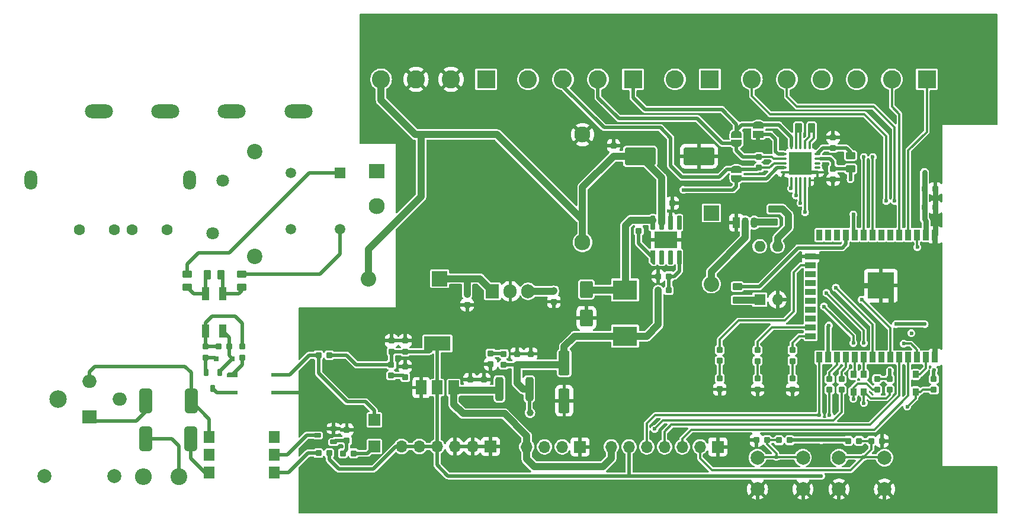
<source format=gbr>
%TF.GenerationSoftware,KiCad,Pcbnew,7.0.10*%
%TF.CreationDate,2024-06-13T10:18:46+07:00*%
%TF.ProjectId,board_dkth,626f6172-645f-4646-9b74-682e6b696361,rev?*%
%TF.SameCoordinates,Original*%
%TF.FileFunction,Copper,L1,Top*%
%TF.FilePolarity,Positive*%
%FSLAX46Y46*%
G04 Gerber Fmt 4.6, Leading zero omitted, Abs format (unit mm)*
G04 Created by KiCad (PCBNEW 7.0.10) date 2024-06-13 10:18:46*
%MOMM*%
%LPD*%
G01*
G04 APERTURE LIST*
G04 Aperture macros list*
%AMRoundRect*
0 Rectangle with rounded corners*
0 $1 Rounding radius*
0 $2 $3 $4 $5 $6 $7 $8 $9 X,Y pos of 4 corners*
0 Add a 4 corners polygon primitive as box body*
4,1,4,$2,$3,$4,$5,$6,$7,$8,$9,$2,$3,0*
0 Add four circle primitives for the rounded corners*
1,1,$1+$1,$2,$3*
1,1,$1+$1,$4,$5*
1,1,$1+$1,$6,$7*
1,1,$1+$1,$8,$9*
0 Add four rect primitives between the rounded corners*
20,1,$1+$1,$2,$3,$4,$5,0*
20,1,$1+$1,$4,$5,$6,$7,0*
20,1,$1+$1,$6,$7,$8,$9,0*
20,1,$1+$1,$8,$9,$2,$3,0*%
%AMOutline4P*
0 Free polygon, 4 corners , with rotation*
0 The origin of the aperture is its center*
0 number of corners: always 4*
0 $1 to $8 corner X, Y*
0 $9 Rotation angle, in degrees counterclockwise*
0 create outline with 4 corners*
4,1,4,$1,$2,$3,$4,$5,$6,$7,$8,$1,$2,$9*%
%AMOutline5P*
0 Free polygon, 5 corners , with rotation*
0 The origin of the aperture is its center*
0 number of corners: always 5*
0 $1 to $10 corner X, Y*
0 $11 Rotation angle, in degrees counterclockwise*
0 create outline with 5 corners*
4,1,5,$1,$2,$3,$4,$5,$6,$7,$8,$9,$10,$1,$2,$11*%
%AMOutline6P*
0 Free polygon, 6 corners , with rotation*
0 The origin of the aperture is its center*
0 number of corners: always 6*
0 $1 to $12 corner X, Y*
0 $13 Rotation angle, in degrees counterclockwise*
0 create outline with 6 corners*
4,1,6,$1,$2,$3,$4,$5,$6,$7,$8,$9,$10,$11,$12,$1,$2,$13*%
%AMOutline7P*
0 Free polygon, 7 corners , with rotation*
0 The origin of the aperture is its center*
0 number of corners: always 7*
0 $1 to $14 corner X, Y*
0 $15 Rotation angle, in degrees counterclockwise*
0 create outline with 7 corners*
4,1,7,$1,$2,$3,$4,$5,$6,$7,$8,$9,$10,$11,$12,$13,$14,$1,$2,$15*%
%AMOutline8P*
0 Free polygon, 8 corners , with rotation*
0 The origin of the aperture is its center*
0 number of corners: always 8*
0 $1 to $16 corner X, Y*
0 $17 Rotation angle, in degrees counterclockwise*
0 create outline with 8 corners*
4,1,8,$1,$2,$3,$4,$5,$6,$7,$8,$9,$10,$11,$12,$13,$14,$15,$16,$1,$2,$17*%
%AMFreePoly0*
4,1,19,0.500000,-0.750000,0.000000,-0.750000,0.000000,-0.744911,-0.071157,-0.744911,-0.207708,-0.704816,-0.327430,-0.627875,-0.420627,-0.520320,-0.479746,-0.390866,-0.500000,-0.250000,-0.500000,0.250000,-0.479746,0.390866,-0.420627,0.520320,-0.327430,0.627875,-0.207708,0.704816,-0.071157,0.744911,0.000000,0.744911,0.000000,0.750000,0.500000,0.750000,0.500000,-0.750000,0.500000,-0.750000,
$1*%
%AMFreePoly1*
4,1,19,0.000000,0.744911,0.071157,0.744911,0.207708,0.704816,0.327430,0.627875,0.420627,0.520320,0.479746,0.390866,0.500000,0.250000,0.500000,-0.250000,0.479746,-0.390866,0.420627,-0.520320,0.327430,-0.627875,0.207708,-0.704816,0.071157,-0.744911,0.000000,-0.744911,0.000000,-0.750000,-0.500000,-0.750000,-0.500000,0.750000,0.000000,0.750000,0.000000,0.744911,0.000000,0.744911,
$1*%
%AMFreePoly2*
4,1,19,0.550000,-0.750000,0.000000,-0.750000,0.000000,-0.744911,-0.071157,-0.744911,-0.207708,-0.704816,-0.327430,-0.627875,-0.420627,-0.520320,-0.479746,-0.390866,-0.500000,-0.250000,-0.500000,0.250000,-0.479746,0.390866,-0.420627,0.520320,-0.327430,0.627875,-0.207708,0.704816,-0.071157,0.744911,0.000000,0.744911,0.000000,0.750000,0.550000,0.750000,0.550000,-0.750000,0.550000,-0.750000,
$1*%
%AMFreePoly3*
4,1,19,0.000000,0.744911,0.071157,0.744911,0.207708,0.704816,0.327430,0.627875,0.420627,0.520320,0.479746,0.390866,0.500000,0.250000,0.500000,-0.250000,0.479746,-0.390866,0.420627,-0.520320,0.327430,-0.627875,0.207708,-0.704816,0.071157,-0.744911,0.000000,-0.744911,0.000000,-0.750000,-0.550000,-0.750000,-0.550000,0.750000,0.000000,0.750000,0.000000,0.744911,0.000000,0.744911,
$1*%
G04 Aperture macros list end*
%TA.AperFunction,ComponentPad*%
%ADD10R,2.600000X2.600000*%
%TD*%
%TA.AperFunction,ComponentPad*%
%ADD11C,2.600000*%
%TD*%
%TA.AperFunction,SMDPad,CuDef*%
%ADD12RoundRect,0.127500X-0.322500X0.297500X-0.322500X-0.297500X0.322500X-0.297500X0.322500X0.297500X0*%
%TD*%
%TA.AperFunction,SMDPad,CuDef*%
%ADD13RoundRect,0.150000X-0.525000X0.350000X-0.525000X-0.350000X0.525000X-0.350000X0.525000X0.350000X0*%
%TD*%
%TA.AperFunction,SMDPad,CuDef*%
%ADD14RoundRect,0.367348X-0.532652X-1.382652X0.532652X-1.382652X0.532652X1.382652X-0.532652X1.382652X0*%
%TD*%
%TA.AperFunction,SMDPad,CuDef*%
%ADD15RoundRect,0.127500X-0.297500X-0.322500X0.297500X-0.322500X0.297500X0.322500X-0.297500X0.322500X0*%
%TD*%
%TA.AperFunction,ComponentPad*%
%ADD16R,2.300000X2.000000*%
%TD*%
%TA.AperFunction,ComponentPad*%
%ADD17C,2.300000*%
%TD*%
%TA.AperFunction,SMDPad,CuDef*%
%ADD18RoundRect,0.127500X0.322500X-0.297500X0.322500X0.297500X-0.322500X0.297500X-0.322500X-0.297500X0*%
%TD*%
%TA.AperFunction,SMDPad,CuDef*%
%ADD19RoundRect,0.150000X0.525000X-0.350000X0.525000X0.350000X-0.525000X0.350000X-0.525000X-0.350000X0*%
%TD*%
%TA.AperFunction,SMDPad,CuDef*%
%ADD20R,1.050000X1.875000*%
%TD*%
%TA.AperFunction,SMDPad,CuDef*%
%ADD21RoundRect,0.225000X0.225000X-0.325000X0.225000X0.325000X-0.225000X0.325000X-0.225000X-0.325000X0*%
%TD*%
%TA.AperFunction,SMDPad,CuDef*%
%ADD22FreePoly0,90.000000*%
%TD*%
%TA.AperFunction,SMDPad,CuDef*%
%ADD23FreePoly1,90.000000*%
%TD*%
%TA.AperFunction,SMDPad,CuDef*%
%ADD24RoundRect,0.127500X0.297500X0.322500X-0.297500X0.322500X-0.297500X-0.322500X0.297500X-0.322500X0*%
%TD*%
%TA.AperFunction,SMDPad,CuDef*%
%ADD25R,3.500000X2.800000*%
%TD*%
%TA.AperFunction,ComponentPad*%
%ADD26C,1.600000*%
%TD*%
%TA.AperFunction,SMDPad,CuDef*%
%ADD27R,1.520000X1.780000*%
%TD*%
%TA.AperFunction,SMDPad,CuDef*%
%ADD28RoundRect,0.250000X-1.950000X-1.000000X1.950000X-1.000000X1.950000X1.000000X-1.950000X1.000000X0*%
%TD*%
%TA.AperFunction,SMDPad,CuDef*%
%ADD29Outline5P,-0.750000X0.120000X-0.570000X0.300000X0.750000X0.300000X0.750000X-0.300000X-0.750000X-0.300000X0.000000*%
%TD*%
%TA.AperFunction,SMDPad,CuDef*%
%ADD30R,1.500000X0.600000*%
%TD*%
%TA.AperFunction,SMDPad,CuDef*%
%ADD31RoundRect,0.090000X0.410000X0.210000X-0.410000X0.210000X-0.410000X-0.210000X0.410000X-0.210000X0*%
%TD*%
%TA.AperFunction,ComponentPad*%
%ADD32R,1.700000X1.700000*%
%TD*%
%TA.AperFunction,SMDPad,CuDef*%
%ADD33RoundRect,0.090000X-0.210000X0.410000X-0.210000X-0.410000X0.210000X-0.410000X0.210000X0.410000X0*%
%TD*%
%TA.AperFunction,SMDPad,CuDef*%
%ADD34RoundRect,0.180000X-0.720000X1.020000X-0.720000X-1.020000X0.720000X-1.020000X0.720000X1.020000X0*%
%TD*%
%TA.AperFunction,ComponentPad*%
%ADD35C,2.000000*%
%TD*%
%TA.AperFunction,SMDPad,CuDef*%
%ADD36R,1.500000X2.000000*%
%TD*%
%TA.AperFunction,SMDPad,CuDef*%
%ADD37R,3.800000X2.000000*%
%TD*%
%TA.AperFunction,ComponentPad*%
%ADD38R,1.050000X1.500000*%
%TD*%
%TA.AperFunction,ComponentPad*%
%ADD39O,1.050000X1.500000*%
%TD*%
%TA.AperFunction,ComponentPad*%
%ADD40O,1.700000X1.700000*%
%TD*%
%TA.AperFunction,SMDPad,CuDef*%
%ADD41Outline5P,-0.985000X0.000000X-0.685000X0.300000X0.985000X0.300000X0.985000X-0.300000X-0.985000X-0.300000X90.000000*%
%TD*%
%TA.AperFunction,SMDPad,CuDef*%
%ADD42RoundRect,0.096000X0.204000X-0.889000X0.204000X0.889000X-0.204000X0.889000X-0.204000X-0.889000X0*%
%TD*%
%TA.AperFunction,SMDPad,CuDef*%
%ADD43R,3.300000X2.410000*%
%TD*%
%TA.AperFunction,SMDPad,CuDef*%
%ADD44R,0.900000X1.500000*%
%TD*%
%TA.AperFunction,SMDPad,CuDef*%
%ADD45R,1.500000X0.900000*%
%TD*%
%TA.AperFunction,SMDPad,CuDef*%
%ADD46R,0.900000X0.900000*%
%TD*%
%TA.AperFunction,HeatsinkPad*%
%ADD47C,0.600000*%
%TD*%
%TA.AperFunction,SMDPad,CuDef*%
%ADD48R,3.800000X3.800000*%
%TD*%
%TA.AperFunction,ComponentPad*%
%ADD49Outline4P,-0.750000X-0.750000X0.750000X-0.750000X0.750000X0.750000X-0.750000X0.750000X270.000000*%
%TD*%
%TA.AperFunction,ComponentPad*%
%ADD50C,1.500000*%
%TD*%
%TA.AperFunction,ComponentPad*%
%ADD51O,4.000000X2.000000*%
%TD*%
%TA.AperFunction,ComponentPad*%
%ADD52R,2.000000X1.905000*%
%TD*%
%TA.AperFunction,ComponentPad*%
%ADD53O,2.000000X1.905000*%
%TD*%
%TA.AperFunction,ComponentPad*%
%ADD54C,2.500000*%
%TD*%
%TA.AperFunction,SMDPad,CuDef*%
%ADD55C,1.000000*%
%TD*%
%TA.AperFunction,ComponentPad*%
%ADD56R,1.600000X1.600000*%
%TD*%
%TA.AperFunction,ComponentPad*%
%ADD57O,1.600000X1.600000*%
%TD*%
%TA.AperFunction,SMDPad,CuDef*%
%ADD58RoundRect,0.367348X0.532652X1.382652X-0.532652X1.382652X-0.532652X-1.382652X0.532652X-1.382652X0*%
%TD*%
%TA.AperFunction,SMDPad,CuDef*%
%ADD59FreePoly2,90.000000*%
%TD*%
%TA.AperFunction,SMDPad,CuDef*%
%ADD60R,1.500000X1.000000*%
%TD*%
%TA.AperFunction,SMDPad,CuDef*%
%ADD61FreePoly3,90.000000*%
%TD*%
%TA.AperFunction,SMDPad,CuDef*%
%ADD62RoundRect,0.075000X-0.075000X0.337500X-0.075000X-0.337500X0.075000X-0.337500X0.075000X0.337500X0*%
%TD*%
%TA.AperFunction,SMDPad,CuDef*%
%ADD63RoundRect,0.075000X-0.337500X0.075000X-0.337500X-0.075000X0.337500X-0.075000X0.337500X0.075000X0*%
%TD*%
%TA.AperFunction,SMDPad,CuDef*%
%ADD64R,3.250000X3.250000*%
%TD*%
%TA.AperFunction,SMDPad,CuDef*%
%ADD65RoundRect,0.250000X0.312500X1.450000X-0.312500X1.450000X-0.312500X-1.450000X0.312500X-1.450000X0*%
%TD*%
%TA.AperFunction,ComponentPad*%
%ADD66R,2.200000X2.200000*%
%TD*%
%TA.AperFunction,ComponentPad*%
%ADD67O,2.200000X2.200000*%
%TD*%
%TA.AperFunction,SMDPad,CuDef*%
%ADD68RoundRect,0.150000X-0.350000X-0.525000X0.350000X-0.525000X0.350000X0.525000X-0.350000X0.525000X0*%
%TD*%
%TA.AperFunction,ComponentPad*%
%ADD69C,2.200000*%
%TD*%
%TA.AperFunction,SMDPad,CuDef*%
%ADD70RoundRect,0.250000X-0.550000X1.500000X-0.550000X-1.500000X0.550000X-1.500000X0.550000X1.500000X0*%
%TD*%
%TA.AperFunction,SMDPad,CuDef*%
%ADD71R,0.700000X0.700000*%
%TD*%
%TA.AperFunction,ComponentPad*%
%ADD72C,1.800000*%
%TD*%
%TA.AperFunction,ComponentPad*%
%ADD73O,1.800000X2.800000*%
%TD*%
%TA.AperFunction,ComponentPad*%
%ADD74C,2.400000*%
%TD*%
%TA.AperFunction,ComponentPad*%
%ADD75O,2.400000X2.400000*%
%TD*%
%TA.AperFunction,ComponentPad*%
%ADD76R,1.905000X2.000000*%
%TD*%
%TA.AperFunction,ComponentPad*%
%ADD77O,1.905000X2.000000*%
%TD*%
%TA.AperFunction,ViaPad*%
%ADD78C,0.600000*%
%TD*%
%TA.AperFunction,ViaPad*%
%ADD79C,1.000000*%
%TD*%
%TA.AperFunction,Conductor*%
%ADD80C,1.000000*%
%TD*%
%TA.AperFunction,Conductor*%
%ADD81C,0.500000*%
%TD*%
%TA.AperFunction,Conductor*%
%ADD82C,0.750000*%
%TD*%
%TA.AperFunction,Conductor*%
%ADD83C,0.300000*%
%TD*%
G04 APERTURE END LIST*
%TA.AperFunction,EtchedComponent*%
%TO.C,JP1*%
G36*
X148500000Y-55750000D02*
G01*
X147900000Y-55750000D01*
X147900000Y-55250000D01*
X148500000Y-55250000D01*
X148500000Y-55750000D01*
G37*
%TD.AperFunction*%
%TD*%
D10*
%TO.P,J8,1,Pin_1*%
%TO.N,VP*%
X172300000Y-47000000D03*
D11*
%TO.P,J8,2,Pin_2*%
%TO.N,VN*%
X167300000Y-47000000D03*
%TO.P,J8,3,Pin_3*%
%TO.N,D32*%
X162300000Y-47000000D03*
%TO.P,J8,4,Pin_4*%
%TO.N,D33*%
X157300000Y-47000000D03*
%TO.P,J8,5,Pin_5*%
%TO.N,D22*%
X152300000Y-47000000D03*
%TO.P,J8,6,Pin_6*%
%TO.N,D21*%
X147300000Y-47000000D03*
%TD*%
D12*
%TO.P,C1,1*%
%TO.N,Net-(D2-+)*%
X69175000Y-85225000D03*
%TO.P,C1,2*%
%TO.N,Net-(Q1-E)*%
X69175000Y-86775000D03*
%TD*%
D13*
%TO.P,R28,1*%
%TO.N,Net-(R28-Pad1)*%
X150340000Y-65550000D03*
%TO.P,R28,2*%
%TO.N,Net-(Q3-B)*%
X150340000Y-67450000D03*
%TD*%
D14*
%TO.P,R9,1*%
%TO.N,/triac+nguon/TRIAC2*%
X60675000Y-93000000D03*
%TO.P,R9,2*%
%TO.N,Net-(BTA16-G)*%
X67150000Y-93000000D03*
%TD*%
D15*
%TO.P,C9,1*%
%TO.N,/esp32/ESP_BOOT*%
X149475000Y-98600000D03*
%TO.P,C9,2*%
%TO.N,GND*%
X147925000Y-98600000D03*
%TD*%
D16*
%TO.P,PS1,1,AC/L*%
%TO.N,/triac+nguon/ACdet-*%
X93700000Y-60100000D03*
D17*
%TO.P,PS1,2,AC/N*%
%TO.N,/triac+nguon/ACdet+*%
X93700000Y-65100000D03*
%TO.P,PS1,3,-Vout*%
%TO.N,GND*%
X123100000Y-54900000D03*
%TO.P,PS1,4,+Vout*%
%TO.N,/triac+nguon/24V*%
X123100000Y-70300000D03*
%TD*%
D18*
%TO.P,C10,1*%
%TO.N,/triac+nguon/24V*%
X127525000Y-58005000D03*
%TO.P,C10,2*%
%TO.N,GND*%
X127525000Y-56455000D03*
%TD*%
%TO.P,LE3,1*%
%TO.N,Net-(LE3-Pad1)*%
X153104787Y-89804787D03*
%TO.P,LE3,2*%
%TO.N,GND*%
X153104787Y-91354787D03*
%TD*%
%TO.P,R16,1*%
%TO.N,Net-(U5-IO17)*%
X160100000Y-89825000D03*
%TO.P,R16,2*%
%TO.N,/esp32/TX2*%
X160100000Y-91375000D03*
%TD*%
D19*
%TO.P,R4,1*%
%TO.N,Net-(C2-Pad1)*%
X66600000Y-76725000D03*
%TO.P,R4,2*%
%TO.N,/triac+nguon/ACdet-*%
X66600000Y-74825000D03*
%TD*%
%TO.P,R5,1*%
%TO.N,Net-(C2-Pad2)*%
X74375000Y-76725000D03*
%TO.P,R5,2*%
%TO.N,/triac+nguon/ACdet+*%
X74375000Y-74825000D03*
%TD*%
D20*
%TO.P,D2,1,+*%
%TO.N,Net-(D2-+)*%
X69175000Y-82987500D03*
%TO.P,D2,2*%
%TO.N,Net-(C2-Pad2)*%
X71675000Y-77662500D03*
%TO.P,D2,3,-*%
%TO.N,Net-(D2--)*%
X71675000Y-82987500D03*
%TO.P,D2,4*%
%TO.N,Net-(C2-Pad1)*%
X69175000Y-77662500D03*
%TD*%
D21*
%TO.P,D7,1*%
%TO.N,Net-(U9-SDI)*%
X170700000Y-91700000D03*
%TO.P,D7,2*%
%TO.N,/max31865/MAX31865.SDI*%
X170702300Y-89200000D03*
%TD*%
D22*
%TO.P,JP2,1,A*%
%TO.N,/max31865/RTDIN+*%
X145100000Y-56150000D03*
D23*
%TO.P,JP2,2,B*%
%TO.N,/max31865/FORCE+*%
X145100000Y-54850000D03*
%TD*%
D12*
%TO.P,R23,1*%
%TO.N,Net-(U9-~{CS})*%
X165200000Y-91375000D03*
%TO.P,R23,2*%
%TO.N,+3.3V*%
X165200000Y-89825000D03*
%TD*%
D18*
%TO.P,C16,1*%
%TO.N,/5v_BS*%
X113725000Y-87800800D03*
%TO.P,C16,2*%
%TO.N,GND*%
X113725000Y-86250800D03*
%TD*%
D21*
%TO.P,D5,1*%
%TO.N,Net-(U9-~{CS})*%
X161800000Y-91700000D03*
%TO.P,D5,2*%
%TO.N,/esp32/MAX31865.CS*%
X161802300Y-89200000D03*
%TD*%
D24*
%TO.P,C8,1*%
%TO.N,+3.3V*%
X171960000Y-65300000D03*
%TO.P,C8,2*%
%TO.N,GND*%
X173510000Y-65300000D03*
%TD*%
D25*
%TO.P,L2,1*%
%TO.N,/PH*%
X129175000Y-77125000D03*
%TO.P,L2,2*%
%TO.N,/5v_BS*%
X129175000Y-83725000D03*
%TD*%
D26*
%TO.P,C5,1*%
%TO.N,Earth*%
X58737500Y-68545000D03*
%TO.P,C5,2*%
%TO.N,/triac+nguon/NGUON-*%
X63737500Y-68545000D03*
%TD*%
D27*
%TO.P,U2,1*%
%TO.N,Net-(R8-Pad2)*%
X79045000Y-103215000D03*
%TO.P,U2,2*%
%TO.N,Net-(Q2-C)*%
X79045000Y-100675000D03*
%TO.P,U2,3,NC*%
%TO.N,unconnected-(U2-NC-Pad3)*%
X79045000Y-98135000D03*
%TO.P,U2,4*%
%TO.N,Net-(BTA16-G)*%
X69755000Y-98135000D03*
%TO.P,U2,5,NC*%
%TO.N,unconnected-(U2-NC-Pad5)*%
X69755000Y-100675000D03*
%TO.P,U2,6*%
%TO.N,Net-(R10-Pad1)*%
X69755000Y-103215000D03*
%TD*%
D28*
%TO.P,C11,1*%
%TO.N,/triac+nguon/24V*%
X131325000Y-58005000D03*
%TO.P,C11,2*%
%TO.N,GND*%
X139725000Y-58005000D03*
%TD*%
D29*
%TO.P,U1,1*%
%TO.N,Net-(R2-Pad1)*%
X73050000Y-89242500D03*
D30*
%TO.P,U1,2*%
%TO.N,Net-(Q1-C)*%
X73050000Y-91782500D03*
%TO.P,U1,3*%
%TO.N,GND*%
X79400000Y-91782500D03*
%TO.P,U1,4*%
%TO.N,/esp32/phathien_diem0*%
X79400000Y-89242500D03*
%TD*%
D31*
%TO.P,Q2,1,B*%
%TO.N,Net-(Q2-B)*%
X87512500Y-98850000D03*
%TO.P,Q2,2,E*%
%TO.N,GND*%
X87512500Y-96950000D03*
%TO.P,Q2,3,C*%
%TO.N,Net-(Q2-C)*%
X85237500Y-97900000D03*
%TD*%
D18*
%TO.P,R2,1*%
%TO.N,Net-(R2-Pad1)*%
X74500000Y-86775000D03*
%TO.P,R2,2*%
%TO.N,Net-(D2-+)*%
X74500000Y-85225000D03*
%TD*%
D32*
%TO.P,J1,1,Pin_1*%
%TO.N,/esp32/phathien_diem0*%
X93325000Y-95700000D03*
%TD*%
D18*
%TO.P,C15,1*%
%TO.N,/5v_BS*%
X115700000Y-87800800D03*
%TO.P,C15,2*%
%TO.N,GND*%
X115700000Y-86250800D03*
%TD*%
D12*
%TO.P,C20,1*%
%TO.N,GND*%
X95800000Y-84375000D03*
%TO.P,C20,2*%
%TO.N,+3.3V*%
X95800000Y-85925000D03*
%TD*%
D33*
%TO.P,Q1,1,B*%
%TO.N,Net-(D2--)*%
X71200000Y-88937500D03*
%TO.P,Q1,2,E*%
%TO.N,Net-(Q1-E)*%
X69300000Y-88937500D03*
%TO.P,Q1,3,C*%
%TO.N,Net-(Q1-C)*%
X70250000Y-91212500D03*
%TD*%
D18*
%TO.P,R22,1*%
%TO.N,Net-(U5-IO15)*%
X148100000Y-85715573D03*
%TO.P,R22,2*%
%TO.N,Net-(LE5-Pad1)*%
X148100000Y-87265573D03*
%TD*%
D34*
%TO.P,D3,1*%
%TO.N,GND*%
X123650000Y-81100000D03*
%TO.P,D3,2*%
%TO.N,/PH*%
X123650000Y-77050000D03*
%TD*%
D15*
%TO.P,R18,1*%
%TO.N,+3.3V*%
X152725000Y-98600000D03*
%TO.P,R18,2*%
%TO.N,/esp32/ESP_BOOT*%
X151175000Y-98600000D03*
%TD*%
D35*
%TO.P,C3,1*%
%TO.N,Net-(C3-Pad1)*%
X56200000Y-103775000D03*
%TO.P,C3,2*%
%TO.N,/triac+nguon/TRIAC2*%
X46200000Y-103775000D03*
%TD*%
D36*
%TO.P,U4,1,GND*%
%TO.N,GND*%
X100050000Y-91075000D03*
%TO.P,U4,2,VO*%
%TO.N,+3.3V*%
X102350000Y-91075000D03*
D37*
X102350000Y-84775000D03*
D36*
%TO.P,U4,3,VI*%
%TO.N,+5V*%
X104650000Y-91075000D03*
%TD*%
D26*
%TO.P,C4,1*%
%TO.N,/NGUON+*%
X51137500Y-68545000D03*
%TO.P,C4,2*%
%TO.N,Earth*%
X56137500Y-68545000D03*
%TD*%
D18*
%TO.P,R14,1*%
%TO.N,/5v_BS*%
X111825000Y-87800000D03*
%TO.P,R14,2*%
%TO.N,Net-(LE1-Pad1)*%
X111825000Y-86250000D03*
%TD*%
D24*
%TO.P,R19,1*%
%TO.N,+3.3V*%
X161075000Y-98700000D03*
%TO.P,R19,2*%
%TO.N,/esp32/ESP_RST*%
X162625000Y-98700000D03*
%TD*%
D38*
%TO.P,Q3,1,E*%
%TO.N,GND*%
X145100000Y-67500000D03*
D39*
%TO.P,Q3,2,C*%
%TO.N,Net-(D8-A)*%
X146370000Y-67500000D03*
%TO.P,Q3,3,B*%
%TO.N,Net-(Q3-B)*%
X147640000Y-67500000D03*
%TD*%
D32*
%TO.P,J7,1,Pin_1*%
%TO.N,GND*%
X122740000Y-99550000D03*
D40*
%TO.P,J7,2,Pin_2*%
%TO.N,/esp32/TX2*%
X120200000Y-99550000D03*
%TO.P,J7,3,Pin_3*%
%TO.N,/esp32/RX2*%
X117660000Y-99550000D03*
%TO.P,J7,4,Pin_4*%
%TO.N,+5V*%
X115120000Y-99550000D03*
%TD*%
D41*
%TO.P,U3,1,BOOT*%
%TO.N,Net-(U3-BOOT)*%
X133120000Y-72450000D03*
D42*
%TO.P,U3,2,NC*%
%TO.N,unconnected-(U3-NC-Pad2)*%
X134390000Y-72450000D03*
%TO.P,U3,3,NC*%
%TO.N,unconnected-(U3-NC-Pad3)*%
X135660000Y-72450000D03*
%TO.P,U3,4,VSENSE*%
%TO.N,/FB*%
X136930000Y-72450000D03*
%TO.P,U3,5,EN*%
%TO.N,unconnected-(U3-EN-Pad5)*%
X136930000Y-67500000D03*
%TO.P,U3,6,GND*%
%TO.N,GND*%
X135660000Y-67500000D03*
%TO.P,U3,7,VIN*%
%TO.N,/triac+nguon/24V*%
X134390000Y-67500000D03*
%TO.P,U3,8,PH*%
%TO.N,/PH*%
X133120000Y-67500000D03*
D43*
%TO.P,U3,9,GNDPAD*%
%TO.N,GND*%
X135025000Y-69975000D03*
%TD*%
D44*
%TO.P,U5,1,GND*%
%TO.N,GND*%
X173455000Y-69250000D03*
%TO.P,U5,2,VDD*%
%TO.N,+3.3V*%
X172185000Y-69250000D03*
%TO.P,U5,3,EN*%
%TO.N,/esp32/ESP_RST*%
X170915000Y-69250000D03*
%TO.P,U5,4,SENSOR_VP*%
%TO.N,VP*%
X169645000Y-69250000D03*
%TO.P,U5,5,SENSOR_VN*%
%TO.N,VN*%
X168375000Y-69250000D03*
%TO.P,U5,6,IO34*%
%TO.N,unconnected-(U5-IO34-Pad6)*%
X167105000Y-69250000D03*
%TO.P,U5,7,IO35*%
%TO.N,unconnected-(U5-IO35-Pad7)*%
X165835000Y-69250000D03*
%TO.P,U5,8,IO32*%
%TO.N,D32*%
X164565000Y-69250000D03*
%TO.P,U5,9,IO33*%
%TO.N,D33*%
X163295000Y-69250000D03*
%TO.P,U5,10,IO25*%
%TO.N,/esp32/phathien_diem0*%
X162025000Y-69250000D03*
%TO.P,U5,11,IO26*%
%TO.N,/esp32/esp_fan*%
X160755000Y-69250000D03*
%TO.P,U5,12,IO27*%
%TO.N,unconnected-(U5-IO27-Pad12)*%
X159485000Y-69250000D03*
%TO.P,U5,13,IO14*%
%TO.N,unconnected-(U5-IO14-Pad13)*%
X158215000Y-69250000D03*
%TO.P,U5,14,IO12*%
%TO.N,unconnected-(U5-IO12-Pad14)*%
X156945000Y-69250000D03*
D45*
%TO.P,U5,15,GND*%
%TO.N,GND*%
X155695000Y-72290000D03*
%TO.P,U5,16,IO13*%
%TO.N,Net-(U5-IO13)*%
X155695000Y-73560000D03*
%TO.P,U5,17,SHD/SD2*%
%TO.N,unconnected-(U5-SHD{slash}SD2-Pad17)*%
X155695000Y-74830000D03*
%TO.P,U5,18,SWP/SD3*%
%TO.N,unconnected-(U5-SWP{slash}SD3-Pad18)*%
X155695000Y-76100000D03*
%TO.P,U5,19,SCS/CMD*%
%TO.N,unconnected-(U5-SCS{slash}CMD-Pad19)*%
X155695000Y-77370000D03*
%TO.P,U5,20,SCK/CLK*%
%TO.N,unconnected-(U5-SCK{slash}CLK-Pad20)*%
X155695000Y-78640000D03*
%TO.P,U5,21,SDO/SD0*%
%TO.N,unconnected-(U5-SDO{slash}SD0-Pad21)*%
X155695000Y-79910000D03*
%TO.P,U5,22,SDI/SD1*%
%TO.N,unconnected-(U5-SDI{slash}SD1-Pad22)*%
X155695000Y-81180000D03*
%TO.P,U5,23,IO15*%
%TO.N,Net-(U5-IO15)*%
X155695000Y-82450000D03*
%TO.P,U5,24,IO2*%
%TO.N,Net-(U5-IO2)*%
X155695000Y-83720000D03*
D44*
%TO.P,U5,25,IO0*%
%TO.N,/esp32/ESP_BOOT*%
X156945000Y-86750000D03*
%TO.P,U5,26,IO4*%
%TO.N,/esp32/ESP_TRIAC2*%
X158215000Y-86750000D03*
%TO.P,U5,27,IO16*%
%TO.N,Net-(U5-IO16)*%
X159485000Y-86750000D03*
%TO.P,U5,28,IO17*%
%TO.N,Net-(U5-IO17)*%
X160755000Y-86750000D03*
%TO.P,U5,29,IO5*%
%TO.N,/esp32/MAX31865.CS*%
X162025000Y-86750000D03*
%TO.P,U5,30,IO18*%
%TO.N,/esp32/MAX31865.CLK*%
X163295000Y-86750000D03*
%TO.P,U5,31,IO19*%
%TO.N,/esp32/MAX31865.SDO*%
X164565000Y-86750000D03*
%TO.P,U5,32,NC*%
%TO.N,unconnected-(U5-NC-Pad32)*%
X165835000Y-86750000D03*
%TO.P,U5,33,IO21*%
%TO.N,D21*%
X167105000Y-86750000D03*
%TO.P,U5,34,RXD0/IO3*%
%TO.N,/esp32/ESP_RX*%
X168375000Y-86750000D03*
%TO.P,U5,35,TXD0/IO1*%
%TO.N,/esp32/ESP_TX*%
X169645000Y-86750000D03*
%TO.P,U5,36,IO22*%
%TO.N,D22*%
X170915000Y-86750000D03*
%TO.P,U5,37,IO23*%
%TO.N,/esp32/MAX31865.SDI*%
X172185000Y-86750000D03*
%TO.P,U5,38,GND*%
%TO.N,GND*%
X173455000Y-86750000D03*
D46*
%TO.P,U5,39,GND*%
X167135000Y-75100000D03*
D47*
X166435000Y-75100000D03*
D46*
X165735000Y-75100000D03*
D47*
X165035000Y-75100000D03*
D46*
X164335000Y-75100000D03*
D47*
X167135000Y-75800000D03*
X165735000Y-75800000D03*
X164335000Y-75800000D03*
X166435000Y-76475000D03*
X165035000Y-76475000D03*
D46*
X167135000Y-76500000D03*
X165735000Y-76500000D03*
D48*
X165735000Y-76500000D03*
D46*
X164335000Y-76500000D03*
D47*
X167135000Y-77200000D03*
X165735000Y-77200000D03*
X164335000Y-77200000D03*
D46*
X167135000Y-77900000D03*
D47*
X166435000Y-77900000D03*
D46*
X165735000Y-77900000D03*
D47*
X165035000Y-77900000D03*
D46*
X164335000Y-77900000D03*
%TD*%
D24*
%TO.P,C21,1*%
%TO.N,/esp32/ESP_RST*%
X164375000Y-98700000D03*
%TO.P,C21,2*%
%TO.N,GND*%
X165925000Y-98700000D03*
%TD*%
D49*
%TO.P,FL1,1,1*%
%TO.N,/triac+nguon/ACdet-*%
X88412500Y-60400000D03*
D50*
%TO.P,FL1,2,2*%
%TO.N,/triac+nguon/NGUON-*%
X81412500Y-60400000D03*
%TO.P,FL1,3,3*%
%TO.N,/triac+nguon/ACdet+*%
X88412500Y-68400000D03*
%TO.P,FL1,4,4*%
%TO.N,Line   *%
X81412500Y-68400000D03*
%TD*%
D12*
%TO.P,LE2,1*%
%TO.N,Net-(LE2-Pad1)*%
X97750000Y-89593787D03*
%TO.P,LE2,2*%
%TO.N,GND*%
X97750000Y-88043787D03*
%TD*%
D18*
%TO.P,LE1,1*%
%TO.N,Net-(LE1-Pad1)*%
X109950000Y-86175000D03*
%TO.P,LE1,2*%
%TO.N,GND*%
X109950000Y-87725000D03*
%TD*%
%TO.P,C22,1*%
%TO.N,Net-(D4-K)*%
X106600000Y-77700000D03*
%TO.P,C22,2*%
%TO.N,GND*%
X106600000Y-79250000D03*
%TD*%
D12*
%TO.P,R25,1*%
%TO.N,Net-(U9-SDI)*%
X173300000Y-91375000D03*
%TO.P,R25,2*%
%TO.N,+3.3V*%
X173300000Y-89825000D03*
%TD*%
D32*
%TO.P,J2,1,Pin_1*%
%TO.N,/esp32/ESP_TRIAC2*%
X93325000Y-99475000D03*
%TD*%
D51*
%TO.P,J5,1,Pin_1*%
%TO.N,/NGUON+*%
X82465000Y-51600000D03*
%TO.P,J5,2,Pin_2*%
%TO.N,/triac+nguon/NGUON-*%
X72965000Y-51600000D03*
%TO.P,J5,3,Pin_3*%
X63465000Y-51600000D03*
%TO.P,J5,4,Pin_4*%
%TO.N,/triac+nguon/TRIAC2*%
X53965000Y-51600000D03*
%TD*%
D10*
%TO.P,J9,1,Pin_1*%
%TO.N,/max31865/FORCE+*%
X130300000Y-47000000D03*
D11*
%TO.P,J9,2,Pin_2*%
%TO.N,/max31865/RTDIN+*%
X125300000Y-47000000D03*
%TO.P,J9,3,Pin_3*%
%TO.N,/max31865/RTDIN-*%
X120300000Y-47000000D03*
%TO.P,J9,4,Pin_4*%
%TO.N,/max31865/FORCE-*%
X115300000Y-47000000D03*
%TD*%
D24*
%TO.P,C7,1*%
%TO.N,+3.3V*%
X171960000Y-62650000D03*
%TO.P,C7,2*%
%TO.N,GND*%
X173510000Y-62650000D03*
%TD*%
D12*
%TO.P,R7,1*%
%TO.N,GND*%
X89400000Y-97100000D03*
%TO.P,R7,2*%
%TO.N,Net-(Q2-B)*%
X89400000Y-98650000D03*
%TD*%
%TO.P,C17,1*%
%TO.N,GND*%
X109000000Y-89900000D03*
%TO.P,C17,2*%
%TO.N,+5V*%
X109000000Y-91450000D03*
%TD*%
D19*
%TO.P,FB1,1*%
%TO.N,+3.3V*%
X161400000Y-59800000D03*
%TO.P,FB1,2*%
%TO.N,Net-(U9-VDD)*%
X161400000Y-57900000D03*
%TD*%
D18*
%TO.P,LE5,1*%
%TO.N,Net-(LE5-Pad1)*%
X148123935Y-89804786D03*
%TO.P,LE5,2*%
%TO.N,GND*%
X148123935Y-91354786D03*
%TD*%
D35*
%TO.P,SW2,1,1*%
%TO.N,GND*%
X166250000Y-105600000D03*
X159750000Y-105600000D03*
%TO.P,SW2,2,2*%
%TO.N,/esp32/ESP_RST*%
X166250000Y-101100000D03*
X159750000Y-101100000D03*
%TD*%
D52*
%TO.P,BTA16,1,A1*%
%TO.N,/triac+nguon/TRIAC2*%
X52600000Y-95255000D03*
D53*
%TO.P,BTA16,2,A2*%
%TO.N,Line   *%
X56955000Y-92735000D03*
%TO.P,BTA16,3,G*%
%TO.N,Net-(BTA16-G)*%
X52600000Y-90175000D03*
D54*
%TO.P,BTA16,4*%
%TO.N,N/C*%
X48155000Y-92735000D03*
%TD*%
D32*
%TO.P,J6,1,Pin_1*%
%TO.N,GND*%
X142420000Y-99550000D03*
D40*
%TO.P,J6,2,Pin_2*%
%TO.N,/esp32/ESP_RST*%
X139880000Y-99550000D03*
%TO.P,J6,3,Pin_3*%
%TO.N,/esp32/ESP_TX*%
X137340000Y-99550000D03*
%TO.P,J6,4,Pin_4*%
%TO.N,/esp32/ESP_RX*%
X134800000Y-99550000D03*
%TO.P,J6,5,Pin_5*%
%TO.N,/esp32/ESP_BOOT*%
X132260000Y-99550000D03*
%TO.P,J6,6,Pin_6*%
%TO.N,+3.3V*%
X129720000Y-99550000D03*
%TO.P,J6,7,Pin_7*%
%TO.N,+5V*%
X127180000Y-99550000D03*
%TD*%
D55*
%TO.P,TP1,1,1*%
%TO.N,/5v_BS*%
X115575000Y-94696893D03*
%TD*%
D56*
%TO.P,U7,1*%
%TO.N,Net-(R27-Pad2)*%
X148425000Y-78500000D03*
D57*
%TO.P,U7,2*%
%TO.N,GND*%
X150965000Y-78500000D03*
%TO.P,U7,3*%
%TO.N,Net-(R28-Pad1)*%
X150965000Y-70880000D03*
%TO.P,U7,4*%
%TO.N,/max31865/12v*%
X148425000Y-70880000D03*
%TD*%
D32*
%TO.P,J4,1,Pin_1*%
%TO.N,GND*%
X109935000Y-99500000D03*
D40*
%TO.P,J4,2,Pin_2*%
X107395000Y-99500000D03*
%TO.P,J4,3,Pin_3*%
X104855000Y-99500000D03*
%TO.P,J4,4,Pin_4*%
%TO.N,+3.3V*%
X102315000Y-99500000D03*
%TO.P,J4,5,Pin_5*%
X99775000Y-99500000D03*
%TO.P,J4,6,Pin_6*%
X97235000Y-99500000D03*
%TD*%
D18*
%TO.P,C27,1*%
%TO.N,/max31865/RTDIN+*%
X148300000Y-58075000D03*
%TO.P,C27,2*%
%TO.N,/max31865/RTDIN-*%
X148300000Y-59625000D03*
%TD*%
%TO.P,C23,1*%
%TO.N,/triac+nguon/12v*%
X119000000Y-77250000D03*
%TO.P,C23,2*%
%TO.N,GND*%
X119000000Y-78800000D03*
%TD*%
D15*
%TO.P,R3,1*%
%TO.N,Net-(D2-+)*%
X71050000Y-85225000D03*
%TO.P,R3,2*%
%TO.N,Net-(D2--)*%
X72600000Y-85225000D03*
%TD*%
D24*
%TO.P,R8,1*%
%TO.N,+3.3V*%
X86900000Y-100450000D03*
%TO.P,R8,2*%
%TO.N,Net-(R8-Pad2)*%
X85350000Y-100450000D03*
%TD*%
D58*
%TO.P,R10,1*%
%TO.N,Net-(R10-Pad1)*%
X67125000Y-98437500D03*
%TO.P,R10,2*%
%TO.N,Line   *%
X60650000Y-98437500D03*
%TD*%
D59*
%TO.P,JP1,1,A*%
%TO.N,GND*%
X148200000Y-56150000D03*
D60*
%TO.P,JP1,2,C*%
%TO.N,Net-(JP1-C)*%
X148200000Y-54850000D03*
D61*
%TO.P,JP1,3,B*%
%TO.N,/max31865/FORCE+*%
X148200000Y-53550000D03*
%TD*%
D18*
%TO.P,R21,1*%
%TO.N,Net-(U5-IO13)*%
X142700000Y-85687574D03*
%TO.P,R21,2*%
%TO.N,Net-(LE4-Pad1)*%
X142700000Y-87237574D03*
%TD*%
D12*
%TO.P,R15,1*%
%TO.N,+3.3V*%
X95750000Y-87800000D03*
%TO.P,R15,2*%
%TO.N,Net-(LE2-Pad1)*%
X95750000Y-89350000D03*
%TD*%
D18*
%TO.P,C13,1*%
%TO.N,Net-(U3-BOOT)*%
X131125000Y-68675000D03*
%TO.P,C13,2*%
%TO.N,/PH*%
X131125000Y-67125000D03*
%TD*%
D10*
%TO.P,J10,1,Pin_1*%
%TO.N,Net-(D8-A)*%
X141300000Y-47000000D03*
D11*
%TO.P,J10,2,Pin_2*%
%TO.N,/max31865/12v*%
X136300000Y-47000000D03*
%TD*%
D62*
%TO.P,U9,1,BIAS*%
%TO.N,/max31865/R1*%
X155550000Y-56550000D03*
%TO.P,U9,2,REFIN+*%
X154900000Y-56550000D03*
%TO.P,U9,3,REFIN-*%
%TO.N,/max31865/R2*%
X154250000Y-56550000D03*
%TO.P,U9,4,ISENSOR*%
X153600000Y-56550000D03*
%TO.P,U9,5,FORCE+*%
%TO.N,/max31865/FORCE+*%
X152950000Y-56550000D03*
D63*
%TO.P,U9,6,FORCE2*%
%TO.N,Net-(JP1-C)*%
X151812500Y-57687500D03*
%TO.P,U9,7,RTDIN+*%
%TO.N,/max31865/RTDIN+*%
X151812500Y-58337500D03*
%TO.P,U9,8,RTDIN-*%
%TO.N,/max31865/RTDIN-*%
X151812500Y-58987500D03*
%TO.P,U9,9,FORCE-*%
%TO.N,/max31865/FORCE-*%
X151812500Y-59637500D03*
%TO.P,U9,10,GND*%
%TO.N,GND*%
X151812500Y-60287500D03*
D62*
%TO.P,U9,11,SDI*%
%TO.N,Net-(U9-SDI)*%
X152950000Y-61425000D03*
%TO.P,U9,12,SCLK*%
%TO.N,Net-(U9-SCLK)*%
X153600000Y-61425000D03*
%TO.P,U9,13,~{CS}*%
%TO.N,Net-(U9-~{CS})*%
X154250000Y-61425000D03*
%TO.P,U9,14,SDO*%
%TO.N,unconnected-(U9-SDO-Pad14)*%
X154900000Y-61425000D03*
%TO.P,U9,15,DGND*%
%TO.N,GND*%
X155550000Y-61425000D03*
D63*
%TO.P,U9,16,GND*%
X156687500Y-60287500D03*
%TO.P,U9,17,NC*%
%TO.N,unconnected-(U9-NC-Pad17)*%
X156687500Y-59637500D03*
%TO.P,U9,18,~{DRDY}*%
%TO.N,/max31865/MAX31865_INT*%
X156687500Y-58987500D03*
%TO.P,U9,19,DVDD*%
%TO.N,+3.3V*%
X156687500Y-58337500D03*
%TO.P,U9,20,VDD*%
%TO.N,Net-(U9-VDD)*%
X156687500Y-57687500D03*
D64*
%TO.P,U9,21,GND*%
%TO.N,GND*%
X154250000Y-58987500D03*
%TD*%
D10*
%TO.P,J3,1,Pin_1*%
%TO.N,/triac+nguon/12v*%
X109300000Y-47000000D03*
D11*
%TO.P,J3,2,Pin_2*%
%TO.N,GND*%
X104300000Y-47000000D03*
%TO.P,J3,3,Pin_3*%
X99300000Y-47000000D03*
%TO.P,J3,4,Pin_4*%
%TO.N,/triac+nguon/24V*%
X94300000Y-47000000D03*
%TD*%
D13*
%TO.P,R27,1*%
%TO.N,/esp32/esp_fan*%
X145200000Y-76650000D03*
%TO.P,R27,2*%
%TO.N,Net-(R27-Pad2)*%
X145200000Y-78550000D03*
%TD*%
D12*
%TO.P,R24,1*%
%TO.N,Net-(U9-SCLK)*%
X167000000Y-91375000D03*
%TO.P,R24,2*%
%TO.N,+3.3V*%
X167000000Y-89825000D03*
%TD*%
D65*
%TO.P,F2,1*%
%TO.N,/5v_BS*%
X115487500Y-91271893D03*
%TO.P,F2,2*%
%TO.N,+5V*%
X111212500Y-91271893D03*
%TD*%
D24*
%TO.P,R13,1*%
%TO.N,/FB*%
X135425000Y-77162500D03*
%TO.P,R13,2*%
%TO.N,/5v_BS*%
X133875000Y-77162500D03*
%TD*%
D66*
%TO.P,D4,1,K*%
%TO.N,Net-(D4-K)*%
X102680000Y-75500000D03*
D67*
%TO.P,D4,2,A*%
%TO.N,/triac+nguon/24V*%
X92520000Y-75500000D03*
%TD*%
D18*
%TO.P,LE4,1*%
%TO.N,Net-(LE4-Pad1)*%
X142714361Y-89776787D03*
%TO.P,LE4,2*%
%TO.N,GND*%
X142714361Y-91326787D03*
%TD*%
%TO.P,C25,1*%
%TO.N,+3.3V*%
X158900000Y-59775000D03*
%TO.P,C25,2*%
%TO.N,GND*%
X158900000Y-61325000D03*
%TD*%
%TO.P,R17,1*%
%TO.N,Net-(U5-IO16)*%
X158400000Y-89825000D03*
%TO.P,R17,2*%
%TO.N,/esp32/RX2*%
X158400000Y-91375000D03*
%TD*%
D68*
%TO.P,C2,1*%
%TO.N,Net-(C2-Pad1)*%
X69475000Y-74975000D03*
%TO.P,C2,2*%
%TO.N,Net-(C2-Pad2)*%
X71375000Y-74975000D03*
%TD*%
D21*
%TO.P,D6,1*%
%TO.N,Net-(U9-SCLK)*%
X163300000Y-91700000D03*
%TO.P,D6,2*%
%TO.N,/max31865/MAX31865.CLK*%
X163302300Y-89200000D03*
%TD*%
D69*
%TO.P,C6,1*%
%TO.N,/triac+nguon/NGUON-*%
X76222500Y-57340000D03*
%TO.P,C6,2*%
%TO.N,Line   *%
X76222500Y-72340000D03*
%TD*%
D70*
%TO.P,C14,1*%
%TO.N,/5v_BS*%
X120475000Y-87571893D03*
%TO.P,C14,2*%
%TO.N,GND*%
X120475000Y-92971893D03*
%TD*%
D22*
%TO.P,JP3,1,A*%
%TO.N,/max31865/FORCE-*%
X145100000Y-61200000D03*
D23*
%TO.P,JP3,2,B*%
%TO.N,/max31865/RTDIN-*%
X145100000Y-59900000D03*
%TD*%
D71*
%TO.P,D1,1*%
%TO.N,Net-(Q1-E)*%
X70757300Y-86927300D03*
%TO.P,D1,2*%
%TO.N,Net-(D2--)*%
X73037300Y-86927300D03*
%TD*%
D72*
%TO.P,RV1,1*%
%TO.N,/triac+nguon/NGUON-*%
X70237500Y-69020000D03*
%TO.P,RV1,2*%
%TO.N,Line   *%
X71637500Y-61520000D03*
%TD*%
D12*
%TO.P,C19,1*%
%TO.N,GND*%
X97750000Y-84375000D03*
%TO.P,C19,2*%
%TO.N,+3.3V*%
X97750000Y-85925000D03*
%TD*%
D73*
%TO.P,F1_CH\u01AFACH\u1ECCN1,1*%
%TO.N,/NGUON+*%
X44212500Y-61430000D03*
%TO.P,F1_CH\u01AFACH\u1ECCN1,2*%
%TO.N,Line   *%
X66962500Y-61430000D03*
%TD*%
D24*
%TO.P,R6,1*%
%TO.N,/esp32/ESP_TRIAC2*%
X90375000Y-100475000D03*
%TO.P,R6,2*%
%TO.N,Net-(Q2-B)*%
X88825000Y-100475000D03*
%TD*%
D66*
%TO.P,D8,1,K*%
%TO.N,/max31865/12v*%
X141500000Y-66100000D03*
D67*
%TO.P,D8,2,A*%
%TO.N,Net-(D8-A)*%
X141500000Y-76260000D03*
%TD*%
D35*
%TO.P,SW1,1,1*%
%TO.N,/esp32/ESP_BOOT*%
X148100000Y-101100000D03*
X154600000Y-101100000D03*
%TO.P,SW1,2,2*%
%TO.N,GND*%
X148100000Y-105600000D03*
X154600000Y-105600000D03*
%TD*%
D24*
%TO.P,R1,1*%
%TO.N,+3.3V*%
X86900000Y-86450000D03*
%TO.P,R1,2*%
%TO.N,/esp32/phathien_diem0*%
X85350000Y-86450000D03*
%TD*%
D12*
%TO.P,C18,1*%
%TO.N,GND*%
X107025000Y-89900000D03*
%TO.P,C18,2*%
%TO.N,+5V*%
X107025000Y-91450000D03*
%TD*%
D18*
%TO.P,R20,1*%
%TO.N,Net-(U5-IO2)*%
X153100000Y-85715574D03*
%TO.P,R20,2*%
%TO.N,Net-(LE3-Pad1)*%
X153100000Y-87265574D03*
%TD*%
D74*
%TO.P,R11,1*%
%TO.N,Line   *%
X65365000Y-103825000D03*
D75*
%TO.P,R11,2*%
%TO.N,Net-(C3-Pad1)*%
X60285000Y-103825000D03*
%TD*%
D76*
%TO.P,U6,1,VI*%
%TO.N,Net-(D4-K)*%
X110230000Y-77300000D03*
D77*
%TO.P,U6,2,GND*%
%TO.N,GND*%
X112770000Y-77300000D03*
%TO.P,U6,3,VO*%
%TO.N,/triac+nguon/12v*%
X115310000Y-77300000D03*
%TD*%
D24*
%TO.P,R12,1*%
%TO.N,/FB*%
X135450000Y-75162500D03*
%TO.P,R12,2*%
%TO.N,GND*%
X133900000Y-75162500D03*
%TD*%
D12*
%TO.P,C26,1*%
%TO.N,Net-(U9-VDD)*%
X158900000Y-56850000D03*
%TO.P,C26,2*%
%TO.N,GND*%
X158900000Y-55300000D03*
%TD*%
D68*
%TO.P,R26,1*%
%TO.N,/max31865/R2*%
X153950000Y-53950000D03*
%TO.P,R26,2*%
%TO.N,/max31865/R1*%
X155850000Y-53950000D03*
%TD*%
D15*
%TO.P,C12,1*%
%TO.N,/triac+nguon/24V*%
X134390000Y-64700000D03*
%TO.P,C12,2*%
%TO.N,GND*%
X135940000Y-64700000D03*
%TD*%
D78*
%TO.N,GND*%
X154600000Y-107700000D03*
X98675000Y-93625000D03*
X97150000Y-82825000D03*
X137425000Y-65125000D03*
X98500000Y-43325000D03*
X120500000Y-78500000D03*
X107175000Y-87825000D03*
X107975000Y-88625000D03*
X138225000Y-65100000D03*
X115375000Y-82925000D03*
X153800000Y-107700000D03*
X154300000Y-59000000D03*
X97150000Y-82025000D03*
X137725000Y-55200000D03*
X148100000Y-107500000D03*
X173900000Y-61200000D03*
X138175000Y-69875000D03*
X99650000Y-96900000D03*
X102700000Y-43425000D03*
X127125000Y-55025000D03*
X112300000Y-79525000D03*
X90750000Y-98200000D03*
X90750000Y-99000000D03*
X102700000Y-44225000D03*
X98675000Y-92825000D03*
X104400000Y-43425000D03*
X106375000Y-88625000D03*
X138525000Y-55200000D03*
X160800000Y-107700000D03*
X137725000Y-56000000D03*
X157300000Y-61300000D03*
X144225000Y-100700000D03*
X138175000Y-70675000D03*
X90750000Y-96500000D03*
X120075000Y-96400000D03*
X120075000Y-95625000D03*
X105200000Y-43425000D03*
X151800000Y-61100000D03*
X106950000Y-96925000D03*
X114575000Y-83725000D03*
X146700000Y-99500000D03*
X122000000Y-101300000D03*
X99475000Y-92825000D03*
X95450000Y-82025000D03*
X149100000Y-107600000D03*
X100375000Y-93625000D03*
X106375000Y-87825000D03*
X98850000Y-96125000D03*
X97700000Y-44125000D03*
X139425000Y-55200000D03*
X113100000Y-80300000D03*
X97950000Y-82800000D03*
X95450000Y-82825000D03*
X113100000Y-79525000D03*
X123500000Y-101300000D03*
X107175000Y-88600000D03*
X138525000Y-55975000D03*
X138125000Y-69025000D03*
X97150000Y-96125000D03*
X173100000Y-61200000D03*
X159750000Y-107650000D03*
X106950000Y-96125000D03*
X100200000Y-43325000D03*
X144200000Y-99600000D03*
X105200000Y-44200000D03*
X107975000Y-87825000D03*
X88150000Y-95700000D03*
X112300000Y-80325000D03*
X158600000Y-107700000D03*
X101175000Y-93600000D03*
X173000000Y-60300000D03*
X138925000Y-69000000D03*
X173900000Y-60300000D03*
X107750000Y-96125000D03*
X105250000Y-96925000D03*
X99650000Y-96125000D03*
X99475000Y-93600000D03*
X137425000Y-64325000D03*
X97150000Y-96925000D03*
X120500000Y-79300000D03*
X90750000Y-97300000D03*
X146900000Y-107500000D03*
X103500000Y-44200000D03*
X137400000Y-65900000D03*
X139425000Y-56000000D03*
X101175000Y-92825000D03*
X165300000Y-107800000D03*
X99400000Y-44125000D03*
X122800000Y-101300000D03*
X149900000Y-57300000D03*
X107750000Y-96900000D03*
X121300000Y-78500000D03*
X98500000Y-44100000D03*
X157500000Y-55300000D03*
X121300000Y-79275000D03*
X138125000Y-68225000D03*
X138925000Y-68225000D03*
X89050000Y-95700000D03*
X96250000Y-82800000D03*
X100200000Y-44100000D03*
X97950000Y-96125000D03*
X106050000Y-96125000D03*
X138975000Y-69875000D03*
X89850000Y-95700000D03*
X119275000Y-96425000D03*
X144200000Y-98600000D03*
X97950000Y-82025000D03*
X100375000Y-92825000D03*
X153300000Y-59900000D03*
X114575000Y-82925000D03*
X97700000Y-43325000D03*
X97950000Y-96900000D03*
X127925000Y-55000000D03*
X155200000Y-58100000D03*
X96250000Y-82025000D03*
X104400000Y-44225000D03*
X103500000Y-43425000D03*
X146700000Y-98600000D03*
X87350000Y-95700000D03*
X167300000Y-107900000D03*
X146700000Y-97900000D03*
X153300000Y-58100000D03*
X105250000Y-96125000D03*
X155100000Y-59800000D03*
X138975000Y-70650000D03*
X106050000Y-96900000D03*
X98850000Y-96925000D03*
X99400000Y-43325000D03*
D79*
X84825000Y-91900000D03*
D78*
X115375000Y-83700000D03*
X138225000Y-64325000D03*
X138200000Y-65900000D03*
X166200000Y-107900000D03*
X155600000Y-107700000D03*
X119275000Y-95625000D03*
%TO.N,+3.3V*%
X161400000Y-61300000D03*
X171960000Y-60300000D03*
X157200000Y-98600000D03*
X171960000Y-61200000D03*
X157200000Y-103700000D03*
X172000000Y-82000000D03*
X167025000Y-88600000D03*
X167900000Y-82000000D03*
X173325000Y-88600000D03*
%TO.N,/esp32/ESP_RST*%
X170950000Y-71000000D03*
X163300000Y-101000000D03*
%TO.N,/esp32/ESP_BOOT*%
X150800000Y-101000000D03*
X156950000Y-95000000D03*
%TO.N,/esp32/TX2*%
X133400000Y-97000000D03*
%TO.N,/esp32/RX2*%
X158400000Y-95000000D03*
%TO.N,/esp32/phathien_diem0*%
X161800000Y-66300000D03*
%TO.N,/esp32/ESP_TRIAC2*%
X158300000Y-82200000D03*
%TO.N,D33*%
X163300000Y-58100000D03*
%TO.N,D32*%
X164565000Y-58100000D03*
%TO.N,Net-(U9-~{CS})*%
X161800000Y-92700000D03*
X161800000Y-84700000D03*
X157600000Y-79500000D03*
X154250000Y-64700000D03*
%TO.N,Net-(U9-SCLK)*%
X163300000Y-93300000D03*
X157950000Y-77550000D03*
X153600000Y-63600000D03*
X163300000Y-84700000D03*
%TO.N,Net-(U9-SDI)*%
X170100000Y-83300000D03*
X169500000Y-93800000D03*
X152900000Y-62600000D03*
%TO.N,/max31865/FORCE-*%
X137500000Y-62800000D03*
%TO.N,/esp32/MAX31865.SDO*%
X154900000Y-66000000D03*
X159300000Y-76800000D03*
%TO.N,D22*%
X167700000Y-64400000D03*
X169000000Y-84800000D03*
%TO.N,D21*%
X166500000Y-64400000D03*
X163000000Y-78500000D03*
%TD*%
D80*
%TO.N,/triac+nguon/24V*%
X110900000Y-54900000D02*
X123100000Y-67100000D01*
X94300000Y-50000000D02*
X99200000Y-54900000D01*
X94300000Y-47000000D02*
X94300000Y-50000000D01*
X99200000Y-54900000D02*
X110900000Y-54900000D01*
X123100000Y-67100000D02*
X123100000Y-70300000D01*
X123100000Y-62430000D02*
X127525000Y-58005000D01*
X123100000Y-70300000D02*
X123100000Y-62430000D01*
D81*
%TO.N,Net-(D2-+)*%
X69175000Y-82987500D02*
X69175000Y-85225000D01*
X69175000Y-85225000D02*
X71050000Y-85225000D01*
X69175000Y-81800000D02*
X69175000Y-82987500D01*
X70100000Y-80875000D02*
X69175000Y-81800000D01*
X73475000Y-80875000D02*
X70100000Y-80875000D01*
X74500000Y-85225000D02*
X74500000Y-81900000D01*
X74500000Y-81900000D02*
X73475000Y-80875000D01*
%TO.N,Net-(R2-Pad1)*%
X74500000Y-87792500D02*
X74500000Y-86775000D01*
X73050000Y-89242500D02*
X74500000Y-87792500D01*
%TO.N,GND*%
X79417500Y-91800000D02*
X79400000Y-91782500D01*
X147925000Y-98600000D02*
X146700000Y-98600000D01*
D82*
X173455000Y-69250000D02*
X173455000Y-79895000D01*
X173450000Y-80900000D02*
X168200000Y-80900000D01*
D83*
X151812500Y-60287500D02*
X151800000Y-61100000D01*
D82*
X165000000Y-76500000D02*
X165010000Y-76500000D01*
D81*
X84707500Y-91782500D02*
X79400000Y-91782500D01*
D82*
X165010000Y-76500000D02*
X165035000Y-76475000D01*
D83*
X151800000Y-61100000D02*
X151812500Y-60987500D01*
D82*
X173455000Y-86750000D02*
X173450000Y-86745000D01*
D81*
X142470000Y-99600000D02*
X142420000Y-99550000D01*
X154600000Y-107700000D02*
X154600000Y-105600000D01*
D82*
X161405000Y-76500000D02*
X165000000Y-76500000D01*
D81*
X84825000Y-92000000D02*
X84825000Y-91900000D01*
D82*
X157195000Y-72290000D02*
X161405000Y-76500000D01*
D81*
X166200000Y-107900000D02*
X166250000Y-107850000D01*
D82*
X173450000Y-86745000D02*
X173450000Y-79900000D01*
X173510000Y-69195000D02*
X173455000Y-69250000D01*
D81*
X148100000Y-107500000D02*
X148100000Y-105600000D01*
X144200000Y-99600000D02*
X142470000Y-99600000D01*
X156687500Y-60287500D02*
X155587500Y-60287500D01*
X84825000Y-91900000D02*
X84707500Y-91782500D01*
X155100000Y-59800000D02*
X155300000Y-60000000D01*
D82*
X167135000Y-79835000D02*
X167135000Y-76500000D01*
X173510000Y-62650000D02*
X173510000Y-65300000D01*
X168200000Y-80900000D02*
X167135000Y-79835000D01*
X155695000Y-72290000D02*
X157195000Y-72290000D01*
D81*
X158900000Y-55300000D02*
X157500000Y-55300000D01*
D82*
X173510000Y-65300000D02*
X173510000Y-69195000D01*
D81*
X159750000Y-107650000D02*
X159750000Y-105600000D01*
X155587500Y-60287500D02*
X155100000Y-59800000D01*
X166250000Y-107850000D02*
X166250000Y-105600000D01*
D83*
X151812500Y-60287500D02*
X153012500Y-60287500D01*
D82*
X173455000Y-79895000D02*
X173450000Y-79900000D01*
D81*
%TO.N,Net-(C2-Pad1)*%
X67537500Y-77662500D02*
X69175000Y-77662500D01*
X69175000Y-75275000D02*
X69175000Y-77662500D01*
X69475000Y-74975000D02*
X69175000Y-75275000D01*
X66600000Y-76725000D02*
X67537500Y-77662500D01*
%TO.N,Net-(C2-Pad2)*%
X73912500Y-77662500D02*
X71675000Y-77662500D01*
X74375000Y-76725000D02*
X74375000Y-77200000D01*
X71675000Y-75275000D02*
X71675000Y-77662500D01*
X71375000Y-74975000D02*
X71675000Y-75275000D01*
X74375000Y-77200000D02*
X73912500Y-77662500D01*
%TO.N,Net-(D2--)*%
X72600000Y-85225000D02*
X72600000Y-86490000D01*
X73037300Y-86927300D02*
X71200000Y-88764600D01*
X71200000Y-88764600D02*
X71200000Y-88937500D01*
X72600000Y-86490000D02*
X73037300Y-86927300D01*
X72600000Y-83912500D02*
X72600000Y-85225000D01*
X71675000Y-82987500D02*
X72600000Y-83912500D01*
%TO.N,Net-(Q2-B)*%
X89400000Y-99900000D02*
X88825000Y-100475000D01*
X87712500Y-98650000D02*
X87512500Y-98850000D01*
X89400000Y-98650000D02*
X89400000Y-99900000D01*
X89400000Y-98650000D02*
X87712500Y-98650000D01*
%TO.N,Net-(Q2-C)*%
X85212500Y-97875000D02*
X85237500Y-97900000D01*
X83700000Y-97900000D02*
X80925000Y-100675000D01*
X85237500Y-97900000D02*
X83700000Y-97900000D01*
X80925000Y-100675000D02*
X79045000Y-100675000D01*
%TO.N,Net-(R8-Pad2)*%
X81085000Y-103215000D02*
X83850000Y-100450000D01*
X79045000Y-103215000D02*
X81085000Y-103215000D01*
X83850000Y-100450000D02*
X85350000Y-100450000D01*
X85315000Y-100415000D02*
X85350000Y-100450000D01*
%TO.N,Net-(R10-Pad1)*%
X69165000Y-103215000D02*
X69755000Y-103215000D01*
X67125000Y-98437500D02*
X67125000Y-101175000D01*
X67125000Y-101175000D02*
X69165000Y-103215000D01*
%TO.N,Net-(BTA16-G)*%
X67150000Y-88950000D02*
X66250000Y-88050000D01*
X53350000Y-88050000D02*
X52600000Y-88800000D01*
X66250000Y-88050000D02*
X53350000Y-88050000D01*
X67150000Y-93000000D02*
X67150000Y-88950000D01*
X52600000Y-88800000D02*
X52600000Y-90175000D01*
X69755000Y-95605000D02*
X69755000Y-98135000D01*
X67150000Y-93000000D02*
X69755000Y-95605000D01*
%TO.N,Net-(Q1-E)*%
X69175000Y-88812500D02*
X69300000Y-88937500D01*
X69175000Y-86775000D02*
X70605000Y-86775000D01*
X70605000Y-86775000D02*
X70757300Y-86927300D01*
X69175000Y-86775000D02*
X69175000Y-88812500D01*
%TO.N,Net-(Q1-C)*%
X70820000Y-91782500D02*
X73050000Y-91782500D01*
X70250000Y-91212500D02*
X70820000Y-91782500D01*
D80*
%TO.N,/5v_BS*%
X113725000Y-87800800D02*
X113725000Y-90400000D01*
X132275000Y-83725000D02*
X129175000Y-83725000D01*
D81*
X115487500Y-91271893D02*
X115487500Y-94609393D01*
D80*
X133900000Y-77187500D02*
X133900000Y-82100000D01*
D81*
X120500000Y-87546893D02*
X120475000Y-87571893D01*
D80*
X113725000Y-87800800D02*
X115700000Y-87800800D01*
D81*
X111825800Y-87800800D02*
X111825000Y-87800000D01*
X113725000Y-87800800D02*
X111825800Y-87800800D01*
X120475000Y-87571893D02*
X120246093Y-87800800D01*
D80*
X113725000Y-90400000D02*
X114596893Y-91271893D01*
X133875000Y-77162500D02*
X133900000Y-77187500D01*
X120475000Y-85225000D02*
X120475000Y-87571893D01*
X120246093Y-87800800D02*
X115700000Y-87800800D01*
D81*
X115487500Y-94609393D02*
X115575000Y-94696893D01*
D80*
X133900000Y-82100000D02*
X132275000Y-83725000D01*
X129175000Y-83725000D02*
X121975000Y-83725000D01*
X114596893Y-91271893D02*
X115487500Y-91271893D01*
X121975000Y-83725000D02*
X120475000Y-85225000D01*
%TO.N,+5V*%
X107025000Y-91450000D02*
X105025000Y-91450000D01*
X127180000Y-101220000D02*
X127180000Y-99550000D01*
X115120000Y-97995000D02*
X115120000Y-99550000D01*
D81*
X111212500Y-91271893D02*
X111034393Y-91450000D01*
D80*
X116200000Y-102400000D02*
X126000000Y-102400000D01*
X109000000Y-91450000D02*
X107025000Y-91450000D01*
X104650000Y-91075000D02*
X104650000Y-93450000D01*
X111925000Y-94800000D02*
X115120000Y-97995000D01*
X115120000Y-101320000D02*
X116200000Y-102400000D01*
X126000000Y-102400000D02*
X127180000Y-101220000D01*
X105025000Y-91450000D02*
X104650000Y-91075000D01*
X115120000Y-99550000D02*
X115120000Y-101320000D01*
X111034393Y-91450000D02*
X109000000Y-91450000D01*
X106000000Y-94800000D02*
X111925000Y-94800000D01*
X104650000Y-93450000D02*
X106000000Y-94800000D01*
D81*
%TO.N,+3.3V*%
X152725000Y-98600000D02*
X157200000Y-98600000D01*
X173325000Y-88600000D02*
X173325000Y-88700000D01*
X86900000Y-101350000D02*
X86900000Y-100450000D01*
D82*
X171960000Y-62650000D02*
X171960000Y-65300000D01*
D81*
X97750000Y-85925000D02*
X95800000Y-85925000D01*
X102350000Y-84775000D02*
X102350000Y-91075000D01*
X99775000Y-99500000D02*
X97235000Y-99500000D01*
X167900000Y-82000000D02*
X172000000Y-82000000D01*
X103850000Y-103700000D02*
X102315000Y-102165000D01*
X102315000Y-99500000D02*
X99775000Y-99500000D01*
X158487500Y-58337500D02*
X158900000Y-58750000D01*
X173325000Y-88700000D02*
X173300000Y-88725000D01*
X129720000Y-99550000D02*
X129720000Y-103700000D01*
X102350000Y-99465000D02*
X102315000Y-99500000D01*
X173300000Y-88625000D02*
X173325000Y-88600000D01*
X167025000Y-88600000D02*
X167000000Y-88625000D01*
D82*
X171960000Y-65300000D02*
X171960000Y-67025000D01*
D83*
X167000000Y-89825000D02*
X165200000Y-89825000D01*
D81*
X161400000Y-59800000D02*
X161400000Y-61300000D01*
X161225000Y-59775000D02*
X161400000Y-59600000D01*
D82*
X171960000Y-67025000D02*
X172185000Y-67250000D01*
D81*
X158900000Y-59775000D02*
X161225000Y-59775000D01*
D83*
X156687500Y-58337500D02*
X157100000Y-58337500D01*
D81*
X167000000Y-88625000D02*
X167000000Y-89825000D01*
X173300000Y-89825000D02*
X173300000Y-88625000D01*
X86900000Y-86450000D02*
X89400000Y-86450000D01*
X157100000Y-58337500D02*
X158487500Y-58337500D01*
X96425000Y-99500000D02*
X93200000Y-102725000D01*
D82*
X171960000Y-62650000D02*
X171960000Y-60300000D01*
D81*
X93200000Y-102725000D02*
X88275000Y-102725000D01*
X95800000Y-87750000D02*
X95750000Y-87800000D01*
X102350000Y-91075000D02*
X102350000Y-99465000D01*
X158900000Y-58750000D02*
X158900000Y-59775000D01*
X95800000Y-85925000D02*
X95800000Y-87750000D01*
X97235000Y-99500000D02*
X96425000Y-99500000D01*
D82*
X172185000Y-67250000D02*
X172185000Y-69250000D01*
D81*
X129720000Y-103700000D02*
X157100000Y-103700000D01*
X129720000Y-103700000D02*
X103850000Y-103700000D01*
X89400000Y-86450000D02*
X90750000Y-87800000D01*
X101200000Y-85925000D02*
X97750000Y-85925000D01*
X102315000Y-102165000D02*
X102315000Y-99500000D01*
X90750000Y-87800000D02*
X95750000Y-87800000D01*
X157200000Y-98600000D02*
X160975000Y-98600000D01*
X102350000Y-84775000D02*
X101200000Y-85925000D01*
X88275000Y-102725000D02*
X86900000Y-101350000D01*
%TO.N,Net-(LE2-Pad1)*%
X97506213Y-89350000D02*
X97750000Y-89593787D01*
X95750000Y-89350000D02*
X97506213Y-89350000D01*
%TO.N,Net-(U3-BOOT)*%
X131125000Y-70455000D02*
X131125000Y-68675000D01*
X133120000Y-72450000D02*
X131125000Y-70455000D01*
D80*
%TO.N,/PH*%
X123725000Y-77125000D02*
X129175000Y-77125000D01*
X130000000Y-67125000D02*
X129225000Y-67900000D01*
X129225000Y-67900000D02*
X129225000Y-77075000D01*
X123650000Y-77050000D02*
X123725000Y-77125000D01*
X129225000Y-77075000D02*
X129175000Y-77125000D01*
X133120000Y-67125000D02*
X131125000Y-67125000D01*
X131125000Y-67125000D02*
X130000000Y-67125000D01*
D81*
%TO.N,Net-(LE1-Pad1)*%
X111750000Y-86175000D02*
X111825000Y-86250000D01*
X109950000Y-86175000D02*
X111750000Y-86175000D01*
%TO.N,/FB*%
X136930000Y-74420000D02*
X136187500Y-75162500D01*
X135450000Y-75462500D02*
X135450000Y-77137500D01*
X135450000Y-77137500D02*
X135425000Y-77162500D01*
X136187500Y-75162500D02*
X135450000Y-75162500D01*
X136930000Y-72450000D02*
X136930000Y-74420000D01*
%TO.N,Line   *%
X60650000Y-98437500D02*
X64412500Y-98437500D01*
X64412500Y-98437500D02*
X65365000Y-99390000D01*
X65365000Y-99390000D02*
X65365000Y-103825000D01*
D83*
%TO.N,/esp32/ESP_RST*%
X141600000Y-102900000D02*
X139880000Y-101180000D01*
X163300000Y-101000000D02*
X159750000Y-101000000D01*
X170950000Y-71000000D02*
X170915000Y-71035000D01*
X163300000Y-101000000D02*
X166250000Y-101000000D01*
X164375000Y-98700000D02*
X162625000Y-98700000D01*
X163300000Y-101000000D02*
X164375000Y-99925000D01*
X170915000Y-69250000D02*
X170915000Y-70965000D01*
X164375000Y-99925000D02*
X164375000Y-98700000D01*
X163300000Y-101000000D02*
X161400000Y-102900000D01*
X139880000Y-101180000D02*
X139880000Y-99550000D01*
X170915000Y-70965000D02*
X170950000Y-71000000D01*
X161400000Y-102900000D02*
X141600000Y-102900000D01*
%TO.N,/esp32/ESP_BOOT*%
X150800000Y-101000000D02*
X150800000Y-100500000D01*
X149475000Y-99175000D02*
X149475000Y-98600000D01*
X151175000Y-98600000D02*
X149475000Y-98600000D01*
X150800000Y-101000000D02*
X148100000Y-101000000D01*
X133500000Y-95000000D02*
X132260000Y-96240000D01*
X156950000Y-95000000D02*
X133500000Y-95000000D01*
X150800000Y-100500000D02*
X149475000Y-99175000D01*
X156945000Y-88595000D02*
X156945000Y-86750000D01*
X150800000Y-101000000D02*
X154600000Y-101000000D01*
X156950000Y-95000000D02*
X156950000Y-88600000D01*
X156950000Y-88600000D02*
X156945000Y-88595000D01*
X132260000Y-96240000D02*
X132260000Y-99550000D01*
%TO.N,Net-(U5-IO16)*%
X159485000Y-87815000D02*
X158400000Y-88900000D01*
X159485000Y-86750000D02*
X159485000Y-87815000D01*
X158400000Y-88900000D02*
X158400000Y-89825000D01*
%TO.N,/esp32/TX2*%
X134600000Y-95800000D02*
X158925000Y-95800000D01*
X133400000Y-97000000D02*
X134600000Y-95800000D01*
X158925000Y-95800000D02*
X160100000Y-94625000D01*
X160100000Y-94625000D02*
X160100000Y-91375000D01*
%TO.N,/esp32/ESP_RX*%
X134800000Y-97400000D02*
X134800000Y-99550000D01*
X168375000Y-92225000D02*
X164200000Y-96400000D01*
X168375000Y-86750000D02*
X168375000Y-92225000D01*
X164200000Y-96400000D02*
X135800000Y-96400000D01*
X135800000Y-96400000D02*
X134800000Y-97400000D01*
%TO.N,/esp32/ESP_TX*%
X169645000Y-86750000D02*
X169645000Y-92255000D01*
X169645000Y-92255000D02*
X164800000Y-97100000D01*
X137340000Y-98385000D02*
X137340000Y-99550000D01*
X164800000Y-97100000D02*
X138625000Y-97100000D01*
X138625000Y-97100000D02*
X137340000Y-98385000D01*
%TO.N,/esp32/RX2*%
X158400000Y-95000000D02*
X158400000Y-91375000D01*
%TO.N,Net-(U5-IO17)*%
X160755000Y-86750000D02*
X160755000Y-88145000D01*
X160100000Y-88800000D02*
X160100000Y-89825000D01*
X160755000Y-88145000D02*
X160100000Y-88800000D01*
D80*
%TO.N,Net-(D4-K)*%
X108430000Y-75500000D02*
X110230000Y-77300000D01*
X102680000Y-75500000D02*
X105770000Y-75500000D01*
X105770000Y-75500000D02*
X108430000Y-75500000D01*
X106600000Y-75500000D02*
X106600000Y-77700000D01*
D81*
%TO.N,/esp32/phathien_diem0*%
X85350000Y-86450000D02*
X85350000Y-89025000D01*
X161800000Y-68987500D02*
X162100000Y-69287500D01*
X85342500Y-86442500D02*
X85350000Y-86450000D01*
X92050000Y-93100000D02*
X93325000Y-94375000D01*
X79400000Y-89242500D02*
X81257500Y-89242500D01*
X81257500Y-89242500D02*
X84050000Y-86450000D01*
X85350000Y-89025000D02*
X89425000Y-93100000D01*
X93325000Y-94375000D02*
X93325000Y-95700000D01*
X89425000Y-93100000D02*
X92050000Y-93100000D01*
X84050000Y-86450000D02*
X85350000Y-86450000D01*
X161800000Y-66300000D02*
X161800000Y-68987500D01*
%TO.N,/esp32/ESP_TRIAC2*%
X158200000Y-82300000D02*
X158200000Y-86750000D01*
X92325000Y-100475000D02*
X90375000Y-100475000D01*
X158300000Y-82200000D02*
X158200000Y-82300000D01*
X93325000Y-99475000D02*
X92325000Y-100475000D01*
D83*
%TO.N,VP*%
X169645000Y-57155000D02*
X172300000Y-54500000D01*
X169645000Y-69250000D02*
X169645000Y-57155000D01*
X172300000Y-54500000D02*
X172300000Y-47000000D01*
%TO.N,VN*%
X167300000Y-50900000D02*
X168375000Y-51975000D01*
X168375000Y-51975000D02*
X168375000Y-69250000D01*
X167300000Y-47000000D02*
X167300000Y-50900000D01*
%TO.N,D33*%
X163295000Y-69250000D02*
X163295000Y-58105000D01*
X163295000Y-58105000D02*
X163300000Y-58100000D01*
%TO.N,D32*%
X164565000Y-58100000D02*
X164565000Y-69250000D01*
D80*
%TO.N,/triac+nguon/24V*%
X127525000Y-58005000D02*
X131325000Y-58005000D01*
%TO.N,GND*%
X123100000Y-54900000D02*
X123100000Y-55375000D01*
%TO.N,/triac+nguon/24V*%
X92520000Y-71280000D02*
X100000000Y-63800000D01*
X92520000Y-75500000D02*
X92520000Y-71280000D01*
X131325000Y-58005000D02*
X134390000Y-61070000D01*
X100000000Y-63800000D02*
X100000000Y-54900000D01*
X134390000Y-61070000D02*
X134390000Y-64700000D01*
X134390000Y-64700000D02*
X134390000Y-67500000D01*
%TO.N,/triac+nguon/12v*%
X115310000Y-77300000D02*
X118950000Y-77300000D01*
X118950000Y-77300000D02*
X119000000Y-77250000D01*
D81*
%TO.N,/triac+nguon/ACdet-*%
X72600000Y-71800000D02*
X68200000Y-71800000D01*
X68200000Y-71800000D02*
X66600000Y-73400000D01*
X88412500Y-60400000D02*
X84000000Y-60400000D01*
X66600000Y-73400000D02*
X66600000Y-74825000D01*
X84000000Y-60400000D02*
X72600000Y-71800000D01*
%TO.N,/triac+nguon/ACdet+*%
X88412500Y-68400000D02*
X88412500Y-71987500D01*
X85575000Y-74825000D02*
X74375000Y-74825000D01*
X88412500Y-71987500D02*
X85575000Y-74825000D01*
%TO.N,/triac+nguon/TRIAC2*%
X60675000Y-94475000D02*
X59312677Y-95837323D01*
X53182323Y-95837323D02*
X52600000Y-95255000D01*
X60675000Y-93000000D02*
X60675000Y-94475000D01*
X59312677Y-95837323D02*
X53182323Y-95837323D01*
D83*
%TO.N,Net-(LE3-Pad1)*%
X153100000Y-87265574D02*
X153100000Y-89800000D01*
%TO.N,Net-(LE4-Pad1)*%
X142700000Y-89762426D02*
X142714361Y-89776787D01*
X142700000Y-87237574D02*
X142700000Y-89762426D01*
%TO.N,Net-(LE5-Pad1)*%
X148100000Y-89780851D02*
X148123935Y-89804786D01*
X148100000Y-87265573D02*
X148100000Y-89780851D01*
%TO.N,Net-(U5-IO2)*%
X154080000Y-83720000D02*
X153100000Y-84700000D01*
X155695000Y-83720000D02*
X154080000Y-83720000D01*
X153100000Y-84700000D02*
X153100000Y-85715574D01*
%TO.N,Net-(U5-IO13)*%
X152000000Y-81500000D02*
X153300000Y-80200000D01*
X142700000Y-84200000D02*
X145400000Y-81500000D01*
X154340000Y-73560000D02*
X155695000Y-73560000D01*
X153300000Y-80200000D02*
X153300000Y-74600000D01*
X153300000Y-74600000D02*
X154340000Y-73560000D01*
X145400000Y-81500000D02*
X152000000Y-81500000D01*
X142700000Y-85687574D02*
X142700000Y-84200000D01*
%TO.N,Net-(U5-IO15)*%
X148100000Y-84523935D02*
X150173935Y-82450000D01*
X150173935Y-82450000D02*
X155695000Y-82450000D01*
X148100000Y-85715573D02*
X148100000Y-84523935D01*
%TO.N,Net-(U9-VDD)*%
X156687500Y-57562500D02*
X156700000Y-57550000D01*
D81*
X158900000Y-56850000D02*
X157400000Y-56850000D01*
X160800000Y-56850000D02*
X161400000Y-57450000D01*
X157400000Y-56850000D02*
X156700000Y-57550000D01*
X158900000Y-56850000D02*
X160800000Y-56850000D01*
D83*
X156687500Y-57687500D02*
X156687500Y-57562500D01*
D81*
X161400000Y-57450000D02*
X161400000Y-57900000D01*
%TO.N,/max31865/RTDIN+*%
X143050000Y-56150000D02*
X139500000Y-52600000D01*
X145100000Y-57200000D02*
X145100000Y-56150000D01*
D83*
X151812500Y-58337500D02*
X150387500Y-58337500D01*
D81*
X145975000Y-58075000D02*
X145100000Y-57200000D01*
D83*
X150125000Y-58075000D02*
X148300000Y-58075000D01*
D81*
X148300000Y-58075000D02*
X145975000Y-58075000D01*
X139500000Y-52600000D02*
X128300000Y-52600000D01*
X125300000Y-49600000D02*
X125300000Y-47000000D01*
X128300000Y-52600000D02*
X125300000Y-49600000D01*
X145100000Y-56150000D02*
X143050000Y-56150000D01*
D83*
X150387500Y-58337500D02*
X150125000Y-58075000D01*
D81*
%TO.N,/max31865/RTDIN-*%
X142600000Y-61000000D02*
X137300000Y-61000000D01*
D83*
X151812500Y-58987500D02*
X150462500Y-58987500D01*
X150462500Y-58987500D02*
X149825000Y-59625000D01*
D81*
X135700000Y-55400000D02*
X134200000Y-53900000D01*
X135700000Y-59400000D02*
X135700000Y-55400000D01*
X126200000Y-53900000D02*
X120300000Y-48000000D01*
X120300000Y-48000000D02*
X120300000Y-47000000D01*
X137300000Y-61000000D02*
X135700000Y-59400000D01*
X148025000Y-59900000D02*
X148300000Y-59625000D01*
X134200000Y-53900000D02*
X126200000Y-53900000D01*
X145300000Y-59900000D02*
X148025000Y-59900000D01*
D83*
X149825000Y-59625000D02*
X148300000Y-59625000D01*
D81*
X145100000Y-59900000D02*
X143700000Y-59900000D01*
X143700000Y-59900000D02*
X142600000Y-61000000D01*
D83*
%TO.N,Net-(U9-~{CS})*%
X161800000Y-91700000D02*
X161800000Y-92700000D01*
X165200000Y-91375000D02*
X164575000Y-91375000D01*
X163700000Y-90500000D02*
X162400000Y-90500000D01*
X157600000Y-79500000D02*
X161800000Y-83700000D01*
X161800000Y-91100000D02*
X161800000Y-91700000D01*
X154250000Y-64700000D02*
X154250000Y-61425000D01*
X161800000Y-83700000D02*
X161800000Y-84700000D01*
X164575000Y-91375000D02*
X163700000Y-90500000D01*
X162400000Y-90500000D02*
X161800000Y-91100000D01*
%TO.N,Net-(U9-SCLK)*%
X167000000Y-91375000D02*
X167000000Y-92100000D01*
X163400000Y-91700000D02*
X163300000Y-91700000D01*
X163300000Y-91700000D02*
X163300000Y-93300000D01*
X164300000Y-92600000D02*
X163400000Y-91700000D01*
X167000000Y-92100000D02*
X166500000Y-92600000D01*
X153600000Y-61425000D02*
X153600000Y-63600000D01*
X166500000Y-92600000D02*
X164300000Y-92600000D01*
X157950000Y-77550000D02*
X163300000Y-82900000D01*
X163300000Y-82900000D02*
X163300000Y-84700000D01*
%TO.N,Net-(U9-SDI)*%
X152950000Y-62650000D02*
X152900000Y-62600000D01*
X171750000Y-91375000D02*
X171425000Y-91700000D01*
X152900000Y-62600000D02*
X152950000Y-62550000D01*
X169500000Y-93800000D02*
X170700000Y-92600000D01*
X152950000Y-62700000D02*
X152950000Y-62650000D01*
X173300000Y-91375000D02*
X171750000Y-91375000D01*
X171425000Y-91700000D02*
X170700000Y-91700000D01*
X170700000Y-92600000D02*
X170700000Y-91700000D01*
X152950000Y-62550000D02*
X152950000Y-61425000D01*
D81*
%TO.N,/max31865/FORCE+*%
X145100000Y-54300000D02*
X145850000Y-53550000D01*
X132000000Y-51300000D02*
X130300000Y-49600000D01*
X152950000Y-56550000D02*
X152950000Y-55300000D01*
X145100000Y-54850000D02*
X145100000Y-53400000D01*
X130300000Y-49600000D02*
X130300000Y-47000000D01*
X143000000Y-51300000D02*
X132000000Y-51300000D01*
X145100000Y-53400000D02*
X143000000Y-51300000D01*
X145850000Y-53550000D02*
X148200000Y-53550000D01*
X145100000Y-54850000D02*
X145100000Y-54300000D01*
X152950000Y-55300000D02*
X151200000Y-53550000D01*
X151200000Y-53550000D02*
X148200000Y-53550000D01*
%TO.N,/max31865/FORCE-*%
X149350000Y-61200000D02*
X145100000Y-61200000D01*
X150912500Y-59637500D02*
X149350000Y-61200000D01*
X145100000Y-62300000D02*
X144600000Y-62800000D01*
X144600000Y-62800000D02*
X137500000Y-62800000D01*
X151812500Y-59637500D02*
X150912500Y-59637500D01*
X145100000Y-61200000D02*
X145100000Y-62300000D01*
%TO.N,Net-(JP1-C)*%
X150700000Y-55600000D02*
X150700000Y-57300000D01*
X148200000Y-54850000D02*
X149950000Y-54850000D01*
X149950000Y-54850000D02*
X150700000Y-55600000D01*
X150700000Y-57300000D02*
X151087500Y-57687500D01*
X151087500Y-57687500D02*
X151812500Y-57687500D01*
D83*
%TO.N,/max31865/R2*%
X153600000Y-56550000D02*
X153600000Y-54200000D01*
X154250000Y-56550000D02*
X154250000Y-54350000D01*
X154250000Y-54350000D02*
X153850000Y-53950000D01*
X153600000Y-54200000D02*
X153850000Y-53950000D01*
%TO.N,/max31865/R1*%
X155550000Y-56000000D02*
X156200000Y-55350000D01*
X155550000Y-56550000D02*
X155550000Y-56000000D01*
X156200000Y-55350000D02*
X156200000Y-54300000D01*
X154900000Y-56550000D02*
X154900000Y-55850000D01*
X155500000Y-55250000D02*
X155500000Y-54300000D01*
X156200000Y-54300000D02*
X155850000Y-53950000D01*
X154900000Y-55850000D02*
X155500000Y-55250000D01*
X155500000Y-54300000D02*
X155850000Y-53950000D01*
%TO.N,/esp32/MAX31865.CS*%
X162025000Y-86750000D02*
X162025000Y-88977300D01*
X162025000Y-88977300D02*
X161802300Y-89200000D01*
%TO.N,/esp32/MAX31865.CLK*%
X163295000Y-89192700D02*
X163302300Y-89200000D01*
X163295000Y-86750000D02*
X163295000Y-89192700D01*
%TO.N,/esp32/MAX31865.SDO*%
X154900000Y-66000000D02*
X154900000Y-61425000D01*
X159300000Y-76800000D02*
X164565000Y-82065000D01*
X164565000Y-82065000D02*
X164565000Y-86750000D01*
%TO.N,/esp32/MAX31865.SDI*%
X171300000Y-89200000D02*
X170702300Y-89200000D01*
X172185000Y-86750000D02*
X172185000Y-88315000D01*
X172185000Y-88315000D02*
X171300000Y-89200000D01*
D80*
%TO.N,Net-(D8-A)*%
X146370000Y-67500000D02*
X146370000Y-69630000D01*
X146370000Y-69630000D02*
X141500000Y-74500000D01*
X141500000Y-74500000D02*
X141500000Y-76260000D01*
D81*
%TO.N,Net-(Q3-B)*%
X147690000Y-67450000D02*
X147640000Y-67500000D01*
D80*
X150340000Y-67450000D02*
X147690000Y-67450000D01*
%TO.N,Net-(R27-Pad2)*%
X145200000Y-78550000D02*
X148375000Y-78550000D01*
X148375000Y-78550000D02*
X148425000Y-78500000D01*
%TO.N,Net-(R28-Pad1)*%
X152500000Y-66400000D02*
X152500000Y-68200000D01*
X152500000Y-68200000D02*
X150965000Y-69735000D01*
X150340000Y-65550000D02*
X151650000Y-65550000D01*
X150965000Y-69735000D02*
X150965000Y-70880000D01*
X151650000Y-65550000D02*
X152500000Y-66400000D01*
D81*
%TO.N,/esp32/esp_fan*%
X160755000Y-70545000D02*
X160200000Y-71100000D01*
X160200000Y-71100000D02*
X153900000Y-71100000D01*
X153900000Y-71100000D02*
X148350000Y-76650000D01*
X148350000Y-76650000D02*
X145200000Y-76650000D01*
X160755000Y-69250000D02*
X160755000Y-70545000D01*
D83*
%TO.N,D22*%
X170915000Y-85700000D02*
X170015000Y-84800000D01*
X152300000Y-49500000D02*
X152300000Y-47000000D01*
X164700000Y-50900000D02*
X153700000Y-50900000D01*
X170015000Y-84800000D02*
X169000000Y-84800000D01*
X167700000Y-53900000D02*
X164700000Y-50900000D01*
X153700000Y-50900000D02*
X152300000Y-49500000D01*
X170915000Y-86750000D02*
X170915000Y-85700000D01*
X167700000Y-64400000D02*
X167700000Y-53900000D01*
%TO.N,D21*%
X163400000Y-52000000D02*
X149900000Y-52000000D01*
X166500000Y-64400000D02*
X166500000Y-55100000D01*
X147300000Y-49400000D02*
X147300000Y-47000000D01*
X163000000Y-78500000D02*
X167105000Y-82605000D01*
X149900000Y-52000000D02*
X147300000Y-49400000D01*
X166500000Y-55100000D02*
X163400000Y-52000000D01*
X167105000Y-82605000D02*
X167105000Y-86750000D01*
%TD*%
%TA.AperFunction,Conductor*%
%TO.N,GND*%
G36*
X174463682Y-87824391D02*
G01*
X174497166Y-87885714D01*
X174500000Y-87912071D01*
X174500000Y-102300000D01*
X182275500Y-102300000D01*
X182342539Y-102319685D01*
X182388294Y-102372489D01*
X182399500Y-102424000D01*
X182399500Y-108945500D01*
X182379815Y-109012539D01*
X182327011Y-109058294D01*
X182275500Y-109069500D01*
X82624000Y-109069500D01*
X82556961Y-109049815D01*
X82511206Y-108997011D01*
X82500000Y-108945500D01*
X82500000Y-102559176D01*
X82519685Y-102492137D01*
X82536319Y-102471495D01*
X84020995Y-100986819D01*
X84082318Y-100953334D01*
X84108676Y-100950500D01*
X84644879Y-100950500D01*
X84711918Y-100970185D01*
X84731974Y-100989289D01*
X84733345Y-100987919D01*
X84829813Y-101084387D01*
X84829814Y-101084387D01*
X84829816Y-101084389D01*
X84943151Y-101139795D01*
X85016625Y-101150500D01*
X85683374Y-101150499D01*
X85756849Y-101139795D01*
X85870184Y-101084389D01*
X85959389Y-100995184D01*
X86013600Y-100884292D01*
X86060727Y-100832712D01*
X86128261Y-100814797D01*
X86194760Y-100836238D01*
X86236399Y-100884292D01*
X86280988Y-100975500D01*
X86290612Y-100995186D01*
X86363181Y-101067755D01*
X86396666Y-101129078D01*
X86399500Y-101155436D01*
X86399500Y-101282858D01*
X86396667Y-101309206D01*
X86395641Y-101313927D01*
X86395641Y-101313929D01*
X86395641Y-101313930D01*
X86399184Y-101363461D01*
X86399500Y-101372308D01*
X86399500Y-101385797D01*
X86401420Y-101399154D01*
X86402365Y-101407946D01*
X86405909Y-101457486D01*
X86407593Y-101462000D01*
X86414148Y-101487682D01*
X86414834Y-101492455D01*
X86414835Y-101492457D01*
X86434871Y-101536330D01*
X86435457Y-101537612D01*
X86438845Y-101545790D01*
X86456203Y-101592329D01*
X86459096Y-101596194D01*
X86472617Y-101618983D01*
X86474619Y-101623367D01*
X86474622Y-101623372D01*
X86474623Y-101623373D01*
X86507144Y-101660904D01*
X86512688Y-101667785D01*
X86520779Y-101678593D01*
X86530333Y-101688147D01*
X86536353Y-101694614D01*
X86568872Y-101732143D01*
X86568874Y-101732145D01*
X86572928Y-101734750D01*
X86593571Y-101751385D01*
X87873614Y-103031428D01*
X87890246Y-103052066D01*
X87892854Y-103056125D01*
X87892857Y-103056128D01*
X87930400Y-103088658D01*
X87936861Y-103094675D01*
X87946407Y-103104221D01*
X87946413Y-103104226D01*
X87946416Y-103104228D01*
X87957207Y-103112306D01*
X87964100Y-103117860D01*
X88001627Y-103150377D01*
X88006010Y-103152379D01*
X88028807Y-103165905D01*
X88032669Y-103168796D01*
X88079212Y-103186155D01*
X88087360Y-103189530D01*
X88114673Y-103202004D01*
X88132540Y-103210164D01*
X88132541Y-103210164D01*
X88132543Y-103210165D01*
X88137312Y-103210850D01*
X88163002Y-103217407D01*
X88167517Y-103219091D01*
X88217049Y-103222633D01*
X88225843Y-103223579D01*
X88239201Y-103225500D01*
X88252692Y-103225500D01*
X88261538Y-103225815D01*
X88311073Y-103229359D01*
X88315785Y-103228334D01*
X88342143Y-103225500D01*
X93132857Y-103225500D01*
X93159215Y-103228334D01*
X93163927Y-103229359D01*
X93213461Y-103225815D01*
X93222308Y-103225500D01*
X93235799Y-103225500D01*
X93249156Y-103223579D01*
X93257951Y-103222633D01*
X93307483Y-103219091D01*
X93311992Y-103217408D01*
X93337685Y-103210850D01*
X93342457Y-103210165D01*
X93387637Y-103189530D01*
X93395801Y-103186149D01*
X93442331Y-103168796D01*
X93446189Y-103165907D01*
X93468995Y-103152375D01*
X93473373Y-103150377D01*
X93510899Y-103117859D01*
X93517778Y-103112316D01*
X93528593Y-103104221D01*
X93538155Y-103094658D01*
X93544617Y-103088643D01*
X93582143Y-103056128D01*
X93584751Y-103052068D01*
X93601381Y-103031431D01*
X96318822Y-100313990D01*
X96380143Y-100280507D01*
X96449835Y-100285491D01*
X96490039Y-100310036D01*
X96568958Y-100381980D01*
X96568960Y-100381982D01*
X96650823Y-100432669D01*
X96742363Y-100489348D01*
X96932544Y-100563024D01*
X97133024Y-100600500D01*
X97133026Y-100600500D01*
X97336974Y-100600500D01*
X97336976Y-100600500D01*
X97537456Y-100563024D01*
X97727637Y-100489348D01*
X97901041Y-100381981D01*
X98051764Y-100244579D01*
X98174673Y-100081821D01*
X98180172Y-100070778D01*
X98180945Y-100069226D01*
X98228449Y-100017990D01*
X98291944Y-100000500D01*
X98718056Y-100000500D01*
X98785095Y-100020185D01*
X98829055Y-100069226D01*
X98835326Y-100081821D01*
X98958237Y-100244581D01*
X99108958Y-100381980D01*
X99108960Y-100381982D01*
X99190823Y-100432669D01*
X99282363Y-100489348D01*
X99472544Y-100563024D01*
X99673024Y-100600500D01*
X99673026Y-100600500D01*
X99876974Y-100600500D01*
X99876976Y-100600500D01*
X100077456Y-100563024D01*
X100267637Y-100489348D01*
X100441041Y-100381981D01*
X100591764Y-100244579D01*
X100714673Y-100081821D01*
X100720172Y-100070778D01*
X100720945Y-100069226D01*
X100768449Y-100017990D01*
X100831944Y-100000500D01*
X101258056Y-100000500D01*
X101325095Y-100020185D01*
X101369055Y-100069226D01*
X101375326Y-100081821D01*
X101498237Y-100244581D01*
X101648955Y-100381978D01*
X101648957Y-100381979D01*
X101648959Y-100381981D01*
X101755779Y-100448121D01*
X101802413Y-100500146D01*
X101814500Y-100553546D01*
X101814500Y-102097858D01*
X101811667Y-102124206D01*
X101810641Y-102128927D01*
X101810641Y-102128929D01*
X101810641Y-102128930D01*
X101814184Y-102178461D01*
X101814500Y-102187308D01*
X101814500Y-102200799D01*
X101816420Y-102214154D01*
X101817365Y-102222946D01*
X101820909Y-102272486D01*
X101822593Y-102277000D01*
X101829148Y-102302682D01*
X101829834Y-102307455D01*
X101850457Y-102352612D01*
X101853845Y-102360790D01*
X101871203Y-102407329D01*
X101874096Y-102411194D01*
X101887617Y-102433983D01*
X101889619Y-102438367D01*
X101889622Y-102438372D01*
X101889623Y-102438373D01*
X101922144Y-102475904D01*
X101927688Y-102482785D01*
X101935779Y-102493593D01*
X101945333Y-102503147D01*
X101951353Y-102509614D01*
X101983872Y-102547143D01*
X101983874Y-102547145D01*
X101987928Y-102549750D01*
X102008571Y-102566385D01*
X103448614Y-104006428D01*
X103465246Y-104027066D01*
X103467854Y-104031125D01*
X103467857Y-104031128D01*
X103505400Y-104063658D01*
X103511863Y-104069677D01*
X103521407Y-104079221D01*
X103521413Y-104079226D01*
X103521416Y-104079228D01*
X103532207Y-104087306D01*
X103539100Y-104092860D01*
X103576627Y-104125377D01*
X103581010Y-104127379D01*
X103603807Y-104140905D01*
X103607669Y-104143796D01*
X103654212Y-104161155D01*
X103662360Y-104164530D01*
X103689673Y-104177004D01*
X103707540Y-104185164D01*
X103707541Y-104185164D01*
X103707543Y-104185165D01*
X103712312Y-104185850D01*
X103738002Y-104192407D01*
X103742517Y-104194091D01*
X103792049Y-104197633D01*
X103800843Y-104198579D01*
X103814201Y-104200500D01*
X103827692Y-104200500D01*
X103836538Y-104200815D01*
X103886073Y-104204359D01*
X103890785Y-104203334D01*
X103917143Y-104200500D01*
X129648039Y-104200500D01*
X129684201Y-104200500D01*
X147108926Y-104200500D01*
X147175965Y-104220185D01*
X147221720Y-104272989D01*
X147232688Y-104332186D01*
X147229942Y-104376390D01*
X147928431Y-105074878D01*
X147811542Y-105125651D01*
X147694261Y-105221066D01*
X147607072Y-105344585D01*
X147576645Y-105430197D01*
X146876564Y-104730116D01*
X146776267Y-104883632D01*
X146676412Y-105111282D01*
X146615387Y-105352261D01*
X146615385Y-105352270D01*
X146594859Y-105599994D01*
X146594859Y-105600005D01*
X146615385Y-105847729D01*
X146615387Y-105847738D01*
X146676412Y-106088717D01*
X146776266Y-106316364D01*
X146876564Y-106469882D01*
X147574070Y-105772376D01*
X147576884Y-105785915D01*
X147646442Y-105920156D01*
X147749638Y-106030652D01*
X147878819Y-106109209D01*
X147930002Y-106123549D01*
X147229942Y-106823609D01*
X147276768Y-106860055D01*
X147276770Y-106860056D01*
X147495385Y-106978364D01*
X147495396Y-106978369D01*
X147730506Y-107059083D01*
X147975707Y-107100000D01*
X148224293Y-107100000D01*
X148469493Y-107059083D01*
X148704603Y-106978369D01*
X148704614Y-106978364D01*
X148923228Y-106860057D01*
X148923231Y-106860055D01*
X148970056Y-106823609D01*
X148271568Y-106125121D01*
X148388458Y-106074349D01*
X148505739Y-105978934D01*
X148592928Y-105855415D01*
X148623354Y-105769802D01*
X149323434Y-106469882D01*
X149423731Y-106316369D01*
X149523587Y-106088717D01*
X149584612Y-105847738D01*
X149584614Y-105847729D01*
X149605141Y-105600005D01*
X149605141Y-105599994D01*
X149584614Y-105352270D01*
X149584612Y-105352261D01*
X149523587Y-105111282D01*
X149423731Y-104883630D01*
X149323434Y-104730116D01*
X148625929Y-105427622D01*
X148623116Y-105414085D01*
X148553558Y-105279844D01*
X148450362Y-105169348D01*
X148321181Y-105090791D01*
X148269997Y-105076450D01*
X148970056Y-104376390D01*
X148967312Y-104332185D01*
X148982804Y-104264054D01*
X149032671Y-104215115D01*
X149091074Y-104200500D01*
X153608926Y-104200500D01*
X153675965Y-104220185D01*
X153721720Y-104272989D01*
X153732688Y-104332186D01*
X153729942Y-104376390D01*
X154428431Y-105074878D01*
X154311542Y-105125651D01*
X154194261Y-105221066D01*
X154107072Y-105344585D01*
X154076645Y-105430197D01*
X153376564Y-104730116D01*
X153276267Y-104883632D01*
X153176412Y-105111282D01*
X153115387Y-105352261D01*
X153115385Y-105352270D01*
X153094859Y-105599994D01*
X153094859Y-105600005D01*
X153115385Y-105847729D01*
X153115387Y-105847738D01*
X153176412Y-106088717D01*
X153276266Y-106316364D01*
X153376564Y-106469882D01*
X154074070Y-105772376D01*
X154076884Y-105785915D01*
X154146442Y-105920156D01*
X154249638Y-106030652D01*
X154378819Y-106109209D01*
X154430002Y-106123549D01*
X153729942Y-106823609D01*
X153776768Y-106860055D01*
X153776770Y-106860056D01*
X153995385Y-106978364D01*
X153995396Y-106978369D01*
X154230506Y-107059083D01*
X154475707Y-107100000D01*
X154724293Y-107100000D01*
X154969493Y-107059083D01*
X155204603Y-106978369D01*
X155204614Y-106978364D01*
X155423228Y-106860057D01*
X155423231Y-106860055D01*
X155470056Y-106823609D01*
X154771568Y-106125121D01*
X154888458Y-106074349D01*
X155005739Y-105978934D01*
X155092928Y-105855415D01*
X155123354Y-105769802D01*
X155823434Y-106469882D01*
X155923731Y-106316369D01*
X156023587Y-106088717D01*
X156084612Y-105847738D01*
X156084614Y-105847729D01*
X156105141Y-105600005D01*
X158244859Y-105600005D01*
X158265385Y-105847729D01*
X158265387Y-105847738D01*
X158326412Y-106088717D01*
X158426266Y-106316364D01*
X158526564Y-106469882D01*
X159224070Y-105772376D01*
X159226884Y-105785915D01*
X159296442Y-105920156D01*
X159399638Y-106030652D01*
X159528819Y-106109209D01*
X159580002Y-106123549D01*
X158879942Y-106823609D01*
X158926768Y-106860055D01*
X158926770Y-106860056D01*
X159145385Y-106978364D01*
X159145396Y-106978369D01*
X159380506Y-107059083D01*
X159625707Y-107100000D01*
X159874293Y-107100000D01*
X160119493Y-107059083D01*
X160354603Y-106978369D01*
X160354614Y-106978364D01*
X160573228Y-106860057D01*
X160573231Y-106860055D01*
X160620056Y-106823609D01*
X159921568Y-106125121D01*
X160038458Y-106074349D01*
X160155739Y-105978934D01*
X160242928Y-105855415D01*
X160273354Y-105769802D01*
X160973434Y-106469882D01*
X161073731Y-106316369D01*
X161173587Y-106088717D01*
X161234612Y-105847738D01*
X161234614Y-105847729D01*
X161255141Y-105600005D01*
X164744859Y-105600005D01*
X164765385Y-105847729D01*
X164765387Y-105847738D01*
X164826412Y-106088717D01*
X164926266Y-106316364D01*
X165026564Y-106469882D01*
X165724070Y-105772376D01*
X165726884Y-105785915D01*
X165796442Y-105920156D01*
X165899638Y-106030652D01*
X166028819Y-106109209D01*
X166080002Y-106123549D01*
X165379942Y-106823609D01*
X165426768Y-106860055D01*
X165426770Y-106860056D01*
X165645385Y-106978364D01*
X165645396Y-106978369D01*
X165880506Y-107059083D01*
X166125707Y-107100000D01*
X166374293Y-107100000D01*
X166619493Y-107059083D01*
X166854603Y-106978369D01*
X166854614Y-106978364D01*
X167073228Y-106860057D01*
X167073231Y-106860055D01*
X167120056Y-106823609D01*
X166421568Y-106125121D01*
X166538458Y-106074349D01*
X166655739Y-105978934D01*
X166742928Y-105855415D01*
X166773354Y-105769802D01*
X167473434Y-106469882D01*
X167573731Y-106316369D01*
X167673587Y-106088717D01*
X167734612Y-105847738D01*
X167734614Y-105847729D01*
X167755141Y-105600005D01*
X167755141Y-105599994D01*
X167734614Y-105352270D01*
X167734612Y-105352261D01*
X167673587Y-105111282D01*
X167573731Y-104883630D01*
X167473434Y-104730116D01*
X166775929Y-105427622D01*
X166773116Y-105414085D01*
X166703558Y-105279844D01*
X166600362Y-105169348D01*
X166471181Y-105090791D01*
X166419997Y-105076450D01*
X167120057Y-104376390D01*
X167120056Y-104376389D01*
X167073229Y-104339943D01*
X166854614Y-104221635D01*
X166854603Y-104221630D01*
X166619493Y-104140916D01*
X166374293Y-104100000D01*
X166125707Y-104100000D01*
X165880506Y-104140916D01*
X165645396Y-104221630D01*
X165645390Y-104221632D01*
X165426761Y-104339949D01*
X165379942Y-104376388D01*
X165379942Y-104376390D01*
X166078431Y-105074878D01*
X165961542Y-105125651D01*
X165844261Y-105221066D01*
X165757072Y-105344585D01*
X165726645Y-105430197D01*
X165026564Y-104730116D01*
X164926267Y-104883632D01*
X164826412Y-105111282D01*
X164765387Y-105352261D01*
X164765385Y-105352270D01*
X164744859Y-105599994D01*
X164744859Y-105600005D01*
X161255141Y-105600005D01*
X161255141Y-105599994D01*
X161234614Y-105352270D01*
X161234612Y-105352261D01*
X161173587Y-105111282D01*
X161073731Y-104883630D01*
X160973434Y-104730116D01*
X160275929Y-105427622D01*
X160273116Y-105414085D01*
X160203558Y-105279844D01*
X160100362Y-105169348D01*
X159971181Y-105090791D01*
X159919997Y-105076450D01*
X160620057Y-104376390D01*
X160620056Y-104376389D01*
X160573229Y-104339943D01*
X160354614Y-104221635D01*
X160354603Y-104221630D01*
X160119493Y-104140916D01*
X159874293Y-104100000D01*
X159625707Y-104100000D01*
X159380506Y-104140916D01*
X159145396Y-104221630D01*
X159145390Y-104221632D01*
X158926761Y-104339949D01*
X158879942Y-104376388D01*
X158879942Y-104376390D01*
X159578431Y-105074878D01*
X159461542Y-105125651D01*
X159344261Y-105221066D01*
X159257072Y-105344585D01*
X159226645Y-105430197D01*
X158526564Y-104730116D01*
X158426267Y-104883632D01*
X158326412Y-105111282D01*
X158265387Y-105352261D01*
X158265385Y-105352270D01*
X158244859Y-105599994D01*
X158244859Y-105600005D01*
X156105141Y-105600005D01*
X156105141Y-105599994D01*
X156084614Y-105352270D01*
X156084612Y-105352261D01*
X156023587Y-105111282D01*
X155923731Y-104883630D01*
X155823434Y-104730116D01*
X155125929Y-105427622D01*
X155123116Y-105414085D01*
X155053558Y-105279844D01*
X154950362Y-105169348D01*
X154821181Y-105090791D01*
X154769997Y-105076450D01*
X155470056Y-104376390D01*
X155467312Y-104332185D01*
X155482804Y-104264054D01*
X155532671Y-104215115D01*
X155591074Y-104200500D01*
X156945124Y-104200500D01*
X156992572Y-104209937D01*
X157056291Y-104236330D01*
X157152097Y-104248943D01*
X157199999Y-104255250D01*
X157200000Y-104255250D01*
X157200001Y-104255250D01*
X157214977Y-104253278D01*
X157343709Y-104236330D01*
X157477625Y-104180861D01*
X157592621Y-104092621D01*
X157680861Y-103977625D01*
X157736330Y-103843709D01*
X157755250Y-103700000D01*
X157736330Y-103556291D01*
X157701395Y-103471951D01*
X157693927Y-103402483D01*
X157725202Y-103340004D01*
X157785291Y-103304352D01*
X157815957Y-103300500D01*
X161463431Y-103300500D01*
X161463433Y-103300500D01*
X161484501Y-103293654D01*
X161503417Y-103289112D01*
X161525304Y-103285646D01*
X161545044Y-103275586D01*
X161563011Y-103268144D01*
X161584090Y-103261296D01*
X161602026Y-103248263D01*
X161618588Y-103238114D01*
X161638342Y-103228050D01*
X161653834Y-103212557D01*
X161653841Y-103212552D01*
X161980756Y-102885637D01*
X163283070Y-101583321D01*
X163344391Y-101549838D01*
X163354545Y-101548068D01*
X163443709Y-101536330D01*
X163577625Y-101480861D01*
X163629691Y-101440909D01*
X163648960Y-101426124D01*
X163714129Y-101400930D01*
X163724446Y-101400500D01*
X164940756Y-101400500D01*
X165007795Y-101420185D01*
X165053550Y-101472989D01*
X165060531Y-101492406D01*
X165070422Y-101529322D01*
X165070425Y-101529330D01*
X165099802Y-101592329D01*
X165162897Y-101727638D01*
X165179525Y-101751385D01*
X165288402Y-101906877D01*
X165443123Y-102061598D01*
X165622361Y-102187102D01*
X165820670Y-102279575D01*
X166032023Y-102336207D01*
X166214926Y-102352208D01*
X166249998Y-102355277D01*
X166250000Y-102355277D01*
X166250002Y-102355277D01*
X166280462Y-102352612D01*
X166467977Y-102336207D01*
X166679330Y-102279575D01*
X166877639Y-102187102D01*
X167056877Y-102061598D01*
X167211598Y-101906877D01*
X167337102Y-101727639D01*
X167429575Y-101529330D01*
X167486207Y-101317977D01*
X167505277Y-101100000D01*
X167486207Y-100882023D01*
X167429575Y-100670670D01*
X167337102Y-100472362D01*
X167337100Y-100472359D01*
X167337099Y-100472357D01*
X167211599Y-100293124D01*
X167145961Y-100227486D01*
X167056877Y-100138402D01*
X166888046Y-100020185D01*
X166877638Y-100012897D01*
X166755428Y-99955910D01*
X166679330Y-99920425D01*
X166679326Y-99920424D01*
X166679322Y-99920422D01*
X166467978Y-99863793D01*
X166442446Y-99861559D01*
X166377378Y-99836105D01*
X166336400Y-99779513D01*
X166332524Y-99709751D01*
X166366979Y-99648968D01*
X166418663Y-99618954D01*
X166473689Y-99602968D01*
X166473691Y-99602967D01*
X166610153Y-99522264D01*
X166610161Y-99522258D01*
X166722258Y-99410161D01*
X166722264Y-99410153D01*
X166802967Y-99273691D01*
X166802969Y-99273686D01*
X166847199Y-99121447D01*
X166847200Y-99121441D01*
X166849999Y-99085871D01*
X166850000Y-99085858D01*
X166850000Y-98950000D01*
X166175000Y-98950000D01*
X166175000Y-99652445D01*
X166205543Y-99708381D01*
X166200559Y-99778073D01*
X166158687Y-99834006D01*
X166095185Y-99858267D01*
X166032023Y-99863793D01*
X166032020Y-99863793D01*
X165820677Y-99920422D01*
X165820668Y-99920426D01*
X165622361Y-100012898D01*
X165622357Y-100012900D01*
X165443121Y-100138402D01*
X165288402Y-100293121D01*
X165162898Y-100472360D01*
X165162895Y-100472366D01*
X165136998Y-100527904D01*
X165090826Y-100580344D01*
X165024616Y-100599500D01*
X164566255Y-100599500D01*
X164499216Y-100579815D01*
X164453461Y-100527011D01*
X164443517Y-100457853D01*
X164472542Y-100394297D01*
X164478574Y-100387819D01*
X164687552Y-100178841D01*
X164687557Y-100178834D01*
X164703050Y-100163342D01*
X164713109Y-100143598D01*
X164723272Y-100127015D01*
X164736297Y-100109089D01*
X164743144Y-100088014D01*
X164750589Y-100070040D01*
X164760646Y-100050304D01*
X164764111Y-100028421D01*
X164768654Y-100009502D01*
X164769725Y-100006206D01*
X164775500Y-99988433D01*
X164775500Y-99861567D01*
X164775500Y-99470303D01*
X164795185Y-99403264D01*
X164845040Y-99358902D01*
X164895184Y-99334389D01*
X164900119Y-99329453D01*
X164961439Y-99295968D01*
X165031131Y-99300949D01*
X165087066Y-99342819D01*
X165094535Y-99354013D01*
X165127736Y-99410155D01*
X165127741Y-99410161D01*
X165239838Y-99522258D01*
X165239846Y-99522264D01*
X165376308Y-99602967D01*
X165376313Y-99602969D01*
X165528552Y-99647199D01*
X165528558Y-99647200D01*
X165564128Y-99649999D01*
X165564142Y-99650000D01*
X165675000Y-99650000D01*
X165675000Y-97750000D01*
X166175000Y-97750000D01*
X166175000Y-98450000D01*
X166850000Y-98450000D01*
X166850000Y-98314141D01*
X166849999Y-98314128D01*
X166847200Y-98278558D01*
X166847199Y-98278552D01*
X166802969Y-98126313D01*
X166802967Y-98126308D01*
X166722264Y-97989846D01*
X166722258Y-97989838D01*
X166610161Y-97877741D01*
X166610153Y-97877735D01*
X166473691Y-97797032D01*
X166473686Y-97797030D01*
X166321447Y-97752800D01*
X166321441Y-97752799D01*
X166285871Y-97750000D01*
X166175000Y-97750000D01*
X165675000Y-97750000D01*
X165564128Y-97750000D01*
X165528558Y-97752799D01*
X165528552Y-97752800D01*
X165376313Y-97797030D01*
X165376308Y-97797032D01*
X165239846Y-97877735D01*
X165239838Y-97877741D01*
X165127741Y-97989838D01*
X165127734Y-97989847D01*
X165094534Y-98045987D01*
X165043465Y-98093670D01*
X164974723Y-98106174D01*
X164910134Y-98079529D01*
X164900121Y-98070547D01*
X164895186Y-98065612D01*
X164881057Y-98058705D01*
X164781849Y-98010205D01*
X164708375Y-97999500D01*
X164708369Y-97999500D01*
X164041626Y-97999500D01*
X163968150Y-98010205D01*
X163854813Y-98065612D01*
X163765612Y-98154813D01*
X163754007Y-98178552D01*
X163728874Y-98229961D01*
X163681748Y-98281542D01*
X163617475Y-98299500D01*
X163382525Y-98299500D01*
X163315486Y-98279815D01*
X163271125Y-98229961D01*
X163234389Y-98154816D01*
X163234387Y-98154814D01*
X163234387Y-98154813D01*
X163145186Y-98065612D01*
X163131057Y-98058705D01*
X163031849Y-98010205D01*
X162958375Y-97999500D01*
X162958369Y-97999500D01*
X162291626Y-97999500D01*
X162218150Y-98010205D01*
X162104813Y-98065612D01*
X162015611Y-98154814D01*
X161961399Y-98265706D01*
X161914271Y-98317288D01*
X161846737Y-98335202D01*
X161780238Y-98313761D01*
X161738600Y-98265708D01*
X161684389Y-98154816D01*
X161684387Y-98154814D01*
X161684387Y-98154813D01*
X161595186Y-98065612D01*
X161581057Y-98058705D01*
X161481849Y-98010205D01*
X161408375Y-97999500D01*
X161408369Y-97999500D01*
X160741626Y-97999500D01*
X160668150Y-98010205D01*
X160554812Y-98065613D01*
X160546452Y-98071582D01*
X160545163Y-98069777D01*
X160495922Y-98096666D01*
X160469564Y-98099500D01*
X157454876Y-98099500D01*
X157407427Y-98090062D01*
X157343709Y-98063670D01*
X157343708Y-98063669D01*
X157343706Y-98063669D01*
X157200001Y-98044750D01*
X157199999Y-98044750D01*
X157056293Y-98063669D01*
X157051600Y-98065613D01*
X156992572Y-98090062D01*
X156945124Y-98099500D01*
X153430121Y-98099500D01*
X153363082Y-98079815D01*
X153343025Y-98060710D01*
X153341655Y-98062081D01*
X153245186Y-97965612D01*
X153188561Y-97937930D01*
X153131849Y-97910205D01*
X153058375Y-97899500D01*
X153058369Y-97899500D01*
X152391626Y-97899500D01*
X152318150Y-97910205D01*
X152204813Y-97965612D01*
X152115611Y-98054814D01*
X152061399Y-98165706D01*
X152014271Y-98217288D01*
X151946737Y-98235202D01*
X151880238Y-98213761D01*
X151838600Y-98165708D01*
X151784389Y-98054816D01*
X151784387Y-98054814D01*
X151784387Y-98054813D01*
X151695186Y-97965612D01*
X151638561Y-97937930D01*
X151581849Y-97910205D01*
X151508375Y-97899500D01*
X151508369Y-97899500D01*
X150841626Y-97899500D01*
X150768150Y-97910205D01*
X150654813Y-97965612D01*
X150565612Y-98054813D01*
X150553390Y-98079815D01*
X150528874Y-98129961D01*
X150481748Y-98181542D01*
X150417475Y-98199500D01*
X150232525Y-98199500D01*
X150165486Y-98179815D01*
X150121125Y-98129961D01*
X150084389Y-98054816D01*
X150084387Y-98054814D01*
X150084387Y-98054813D01*
X149995186Y-97965612D01*
X149938561Y-97937930D01*
X149881849Y-97910205D01*
X149808375Y-97899500D01*
X149808369Y-97899500D01*
X149141626Y-97899500D01*
X149068150Y-97910205D01*
X148954814Y-97965612D01*
X148949875Y-97970551D01*
X148888550Y-98004033D01*
X148818859Y-97999046D01*
X148762927Y-97957172D01*
X148755464Y-97945986D01*
X148722262Y-97889844D01*
X148722258Y-97889838D01*
X148610161Y-97777741D01*
X148610153Y-97777735D01*
X148531520Y-97731232D01*
X148483837Y-97680163D01*
X148471333Y-97611422D01*
X148497978Y-97546832D01*
X148555313Y-97506902D01*
X148594641Y-97500500D01*
X164863431Y-97500500D01*
X164863433Y-97500500D01*
X164884501Y-97493654D01*
X164903417Y-97489112D01*
X164925304Y-97485646D01*
X164945044Y-97475586D01*
X164963011Y-97468144D01*
X164984090Y-97461296D01*
X165002026Y-97448263D01*
X165018588Y-97438114D01*
X165038342Y-97428050D01*
X165053834Y-97412557D01*
X165053841Y-97412552D01*
X166879574Y-95586819D01*
X168734569Y-93731823D01*
X168795890Y-93698340D01*
X168865582Y-93703324D01*
X168921515Y-93745196D01*
X168945187Y-93803320D01*
X168962615Y-93935699D01*
X168963670Y-93943708D01*
X168963671Y-93943712D01*
X169019137Y-94077622D01*
X169019138Y-94077624D01*
X169019139Y-94077625D01*
X169107379Y-94192621D01*
X169222375Y-94280861D01*
X169222376Y-94280861D01*
X169222377Y-94280862D01*
X169267013Y-94299350D01*
X169356291Y-94336330D01*
X169480555Y-94352690D01*
X169499999Y-94355250D01*
X169500000Y-94355250D01*
X169500001Y-94355250D01*
X169514977Y-94353278D01*
X169643709Y-94336330D01*
X169777625Y-94280861D01*
X169892621Y-94192621D01*
X169980861Y-94077625D01*
X170036330Y-93943709D01*
X170048066Y-93854562D01*
X170076331Y-93790668D01*
X170083311Y-93783080D01*
X171005483Y-92860909D01*
X171028050Y-92838342D01*
X171038109Y-92818597D01*
X171048271Y-92802014D01*
X171061296Y-92784090D01*
X171068141Y-92763022D01*
X171075586Y-92745045D01*
X171085646Y-92725304D01*
X171089112Y-92703415D01*
X171093652Y-92684501D01*
X171100499Y-92663433D01*
X171100499Y-92636654D01*
X171100500Y-92636629D01*
X171100500Y-92549665D01*
X171120185Y-92482626D01*
X171150190Y-92450398D01*
X171184862Y-92424443D01*
X171264687Y-92364687D01*
X171346628Y-92255226D01*
X171374252Y-92181165D01*
X171416124Y-92125232D01*
X171481588Y-92100816D01*
X171487847Y-92100592D01*
X171488428Y-92100500D01*
X171488433Y-92100500D01*
X171509501Y-92093654D01*
X171528417Y-92089112D01*
X171550304Y-92085646D01*
X171570044Y-92075586D01*
X171588011Y-92068144D01*
X171609090Y-92061296D01*
X171627026Y-92048263D01*
X171643588Y-92038114D01*
X171663342Y-92028050D01*
X171678834Y-92012557D01*
X171678841Y-92012552D01*
X171776389Y-91915004D01*
X171879573Y-91811818D01*
X171940896Y-91778334D01*
X171967254Y-91775500D01*
X172529696Y-91775500D01*
X172596735Y-91795185D01*
X172641096Y-91845039D01*
X172665611Y-91895185D01*
X172754813Y-91984387D01*
X172754814Y-91984387D01*
X172754816Y-91984389D01*
X172868151Y-92039795D01*
X172941625Y-92050500D01*
X173658374Y-92050499D01*
X173731849Y-92039795D01*
X173845184Y-91984389D01*
X173934389Y-91895184D01*
X173989795Y-91781849D01*
X174000500Y-91708375D01*
X174000499Y-91041626D01*
X173989795Y-90968151D01*
X173934389Y-90854816D01*
X173934387Y-90854814D01*
X173934387Y-90854813D01*
X173845185Y-90765611D01*
X173734293Y-90711399D01*
X173682711Y-90664271D01*
X173664797Y-90596737D01*
X173686238Y-90530239D01*
X173734291Y-90488600D01*
X173845184Y-90434389D01*
X173934389Y-90345184D01*
X173989795Y-90231849D01*
X174000500Y-90158375D01*
X174000499Y-89491626D01*
X173989795Y-89418151D01*
X173934389Y-89304816D01*
X173934387Y-89304814D01*
X173934387Y-89304813D01*
X173837919Y-89208345D01*
X173840583Y-89205680D01*
X173809308Y-89165777D01*
X173800500Y-89119878D01*
X173800500Y-88915233D01*
X173809939Y-88867781D01*
X173832554Y-88813181D01*
X173861330Y-88743709D01*
X173880250Y-88600000D01*
X173861330Y-88456291D01*
X173820015Y-88356547D01*
X173805862Y-88322377D01*
X173805861Y-88322376D01*
X173805861Y-88322375D01*
X173717621Y-88207379D01*
X173717618Y-88207377D01*
X173712673Y-88200932D01*
X173715055Y-88199103D01*
X173688438Y-88150358D01*
X173693422Y-88080666D01*
X173735294Y-88024733D01*
X173800758Y-88000316D01*
X173809604Y-88000000D01*
X173952828Y-88000000D01*
X173952844Y-87999999D01*
X174012372Y-87993598D01*
X174012379Y-87993596D01*
X174147086Y-87943354D01*
X174147093Y-87943350D01*
X174262187Y-87857190D01*
X174262190Y-87857187D01*
X174276734Y-87837760D01*
X174332668Y-87795889D01*
X174402359Y-87790905D01*
X174463682Y-87824391D01*
G37*
%TD.AperFunction*%
%TA.AperFunction,Conductor*%
G36*
X147150021Y-54070185D02*
G01*
X147195776Y-54122989D01*
X147204600Y-54150311D01*
X147214644Y-54200810D01*
X147214644Y-54249189D01*
X147199500Y-54325326D01*
X147199500Y-55374678D01*
X147214032Y-55447735D01*
X147214033Y-55447739D01*
X147226998Y-55467143D01*
X147269399Y-55530601D01*
X147338886Y-55577030D01*
X147352260Y-55585966D01*
X147352264Y-55585967D01*
X147425321Y-55600499D01*
X147425324Y-55600500D01*
X147425326Y-55600500D01*
X148974676Y-55600500D01*
X148974677Y-55600499D01*
X149047740Y-55585966D01*
X149130601Y-55530601D01*
X149185966Y-55447740D01*
X149185966Y-55447738D01*
X149190640Y-55436456D01*
X149192334Y-55437157D01*
X149217843Y-55388396D01*
X149278559Y-55353823D01*
X149307073Y-55350500D01*
X149691324Y-55350500D01*
X149758363Y-55370185D01*
X149779005Y-55386819D01*
X150163181Y-55770995D01*
X150196666Y-55832318D01*
X150199500Y-55858676D01*
X150199500Y-57232858D01*
X150196667Y-57259206D01*
X150195641Y-57263927D01*
X150195641Y-57263929D01*
X150195641Y-57263930D01*
X150199184Y-57313461D01*
X150199500Y-57322308D01*
X150199500Y-57335799D01*
X150200356Y-57341753D01*
X150201420Y-57349154D01*
X150202365Y-57357946D01*
X150205909Y-57407486D01*
X150207593Y-57412000D01*
X150214148Y-57437682D01*
X150214834Y-57442455D01*
X150214835Y-57442457D01*
X150231923Y-57479875D01*
X150235457Y-57487612D01*
X150238845Y-57495791D01*
X150243088Y-57507167D01*
X150248072Y-57576858D01*
X150214587Y-57638181D01*
X150153264Y-57671666D01*
X150126906Y-57674500D01*
X149070304Y-57674500D01*
X149003265Y-57654815D01*
X148958904Y-57604961D01*
X148934388Y-57554814D01*
X148845186Y-57465612D01*
X148731849Y-57410205D01*
X148658375Y-57399500D01*
X148658369Y-57399500D01*
X147941626Y-57399500D01*
X147868150Y-57410205D01*
X147754813Y-57465612D01*
X147682245Y-57538181D01*
X147620922Y-57571666D01*
X147594564Y-57574500D01*
X146233676Y-57574500D01*
X146166637Y-57554815D01*
X146145995Y-57538181D01*
X145639853Y-57032039D01*
X145606368Y-56970716D01*
X145611352Y-56901024D01*
X145653224Y-56845091D01*
X145676012Y-56831569D01*
X145729201Y-56807279D01*
X145790355Y-56767978D01*
X145790363Y-56767971D01*
X145790366Y-56767969D01*
X145899018Y-56673822D01*
X145899019Y-56673821D01*
X145921867Y-56647452D01*
X145946624Y-56618881D01*
X146024356Y-56497927D01*
X146054555Y-56431800D01*
X146095062Y-56293845D01*
X146105408Y-56221889D01*
X146105408Y-55650000D01*
X146105408Y-55649997D01*
X146105407Y-55649995D01*
X146085968Y-55552267D01*
X146085966Y-55552264D01*
X146085966Y-55552260D01*
X146085963Y-55552256D01*
X146083977Y-55547461D01*
X146076504Y-55477992D01*
X146083977Y-55452539D01*
X146085962Y-55447745D01*
X146085966Y-55447740D01*
X146087350Y-55440785D01*
X146103882Y-55357672D01*
X146105408Y-55350000D01*
X146105408Y-54778111D01*
X146095062Y-54706155D01*
X146054555Y-54568200D01*
X146024356Y-54502073D01*
X146024354Y-54502070D01*
X146024353Y-54502067D01*
X145974582Y-54424623D01*
X145946624Y-54381119D01*
X145920123Y-54350535D01*
X145891100Y-54286983D01*
X145901043Y-54217825D01*
X145926154Y-54181658D01*
X146020996Y-54086818D01*
X146082319Y-54053334D01*
X146108676Y-54050500D01*
X147082982Y-54050500D01*
X147150021Y-54070185D01*
G37*
%TD.AperFunction*%
%TA.AperFunction,Conductor*%
G36*
X182275518Y-37600481D02*
G01*
X182342554Y-37620175D01*
X182388302Y-37672986D01*
X182399500Y-37724481D01*
X182399500Y-53376000D01*
X182379815Y-53443039D01*
X182327011Y-53488794D01*
X182275500Y-53500000D01*
X174500000Y-53500000D01*
X174500000Y-61833218D01*
X174480315Y-61900257D01*
X174427511Y-61946012D01*
X174358353Y-61955956D01*
X174294797Y-61926931D01*
X174288319Y-61920899D01*
X174195161Y-61827741D01*
X174195153Y-61827735D01*
X174058691Y-61747032D01*
X174058686Y-61747030D01*
X173906447Y-61702800D01*
X173906441Y-61702799D01*
X173870871Y-61700000D01*
X173760000Y-61700000D01*
X173760000Y-63600000D01*
X173870858Y-63600000D01*
X173870871Y-63599999D01*
X173906441Y-63597200D01*
X173906447Y-63597199D01*
X174058686Y-63552969D01*
X174058691Y-63552967D01*
X174195153Y-63472264D01*
X174195161Y-63472258D01*
X174288319Y-63379101D01*
X174349642Y-63345616D01*
X174419334Y-63350600D01*
X174475267Y-63392472D01*
X174499684Y-63457936D01*
X174500000Y-63466782D01*
X174500000Y-64483218D01*
X174480315Y-64550257D01*
X174427511Y-64596012D01*
X174358353Y-64605956D01*
X174294797Y-64576931D01*
X174288319Y-64570899D01*
X174195161Y-64477741D01*
X174195153Y-64477735D01*
X174058691Y-64397032D01*
X174058686Y-64397030D01*
X173906447Y-64352800D01*
X173906441Y-64352799D01*
X173870871Y-64350000D01*
X173760000Y-64350000D01*
X173760000Y-66250000D01*
X173870858Y-66250000D01*
X173870871Y-66249999D01*
X173906441Y-66247200D01*
X173906447Y-66247199D01*
X174058686Y-66202969D01*
X174058691Y-66202967D01*
X174195153Y-66122264D01*
X174195161Y-66122258D01*
X174288319Y-66029101D01*
X174349642Y-65995616D01*
X174419334Y-66000600D01*
X174475267Y-66042472D01*
X174499684Y-66107936D01*
X174500000Y-66116782D01*
X174500000Y-68087928D01*
X174480315Y-68154967D01*
X174427511Y-68200722D01*
X174358353Y-68210666D01*
X174294797Y-68181641D01*
X174276735Y-68162241D01*
X174262189Y-68142811D01*
X174262187Y-68142809D01*
X174147093Y-68056649D01*
X174147086Y-68056645D01*
X174012379Y-68006403D01*
X174012372Y-68006401D01*
X173952844Y-68000000D01*
X173705000Y-68000000D01*
X173705000Y-70500000D01*
X173952828Y-70500000D01*
X173952844Y-70499999D01*
X174012372Y-70493598D01*
X174012379Y-70493596D01*
X174147086Y-70443354D01*
X174147093Y-70443350D01*
X174262187Y-70357190D01*
X174262190Y-70357187D01*
X174276734Y-70337760D01*
X174332668Y-70295889D01*
X174402359Y-70290905D01*
X174463682Y-70324391D01*
X174497166Y-70385714D01*
X174500000Y-70412071D01*
X174500000Y-85587928D01*
X174480315Y-85654967D01*
X174427511Y-85700722D01*
X174358353Y-85710666D01*
X174294797Y-85681641D01*
X174276735Y-85662241D01*
X174262189Y-85642811D01*
X174262187Y-85642809D01*
X174147093Y-85556649D01*
X174147086Y-85556645D01*
X174012379Y-85506403D01*
X174012372Y-85506401D01*
X173952844Y-85500000D01*
X173705000Y-85500000D01*
X173705000Y-86876000D01*
X173685315Y-86943039D01*
X173632511Y-86988794D01*
X173581000Y-87000000D01*
X173329000Y-87000000D01*
X173261961Y-86980315D01*
X173216206Y-86927511D01*
X173205000Y-86876000D01*
X173205000Y-85500000D01*
X172957155Y-85500000D01*
X172897627Y-85506401D01*
X172897620Y-85506403D01*
X172762913Y-85556645D01*
X172762906Y-85556649D01*
X172647814Y-85642808D01*
X172647809Y-85642813D01*
X172605141Y-85699811D01*
X172549207Y-85741682D01*
X172505874Y-85749500D01*
X171710323Y-85749500D01*
X171637264Y-85764032D01*
X171637261Y-85764033D01*
X171618889Y-85776309D01*
X171552211Y-85797185D01*
X171484831Y-85778699D01*
X171481111Y-85776309D01*
X171476611Y-85773302D01*
X171462740Y-85764034D01*
X171462739Y-85764033D01*
X171462738Y-85764033D01*
X171462736Y-85764032D01*
X171415307Y-85754598D01*
X171353396Y-85722213D01*
X171318822Y-85661497D01*
X171317040Y-85646205D01*
X171317026Y-85646208D01*
X171315499Y-85636572D01*
X171315499Y-85636567D01*
X171308653Y-85615501D01*
X171304111Y-85596580D01*
X171300646Y-85574696D01*
X171296031Y-85565638D01*
X171290586Y-85554952D01*
X171283140Y-85536974D01*
X171276297Y-85515913D01*
X171276296Y-85515912D01*
X171276296Y-85515910D01*
X171263269Y-85497981D01*
X171253104Y-85481392D01*
X171247052Y-85469514D01*
X171243050Y-85461658D01*
X171153342Y-85371950D01*
X170933337Y-85151945D01*
X170272813Y-84491419D01*
X170272782Y-84491390D01*
X170253342Y-84471950D01*
X170253340Y-84471949D01*
X170233600Y-84461890D01*
X170217014Y-84451726D01*
X170199090Y-84438704D01*
X170199091Y-84438704D01*
X170178018Y-84431857D01*
X170160045Y-84424412D01*
X170140307Y-84414355D01*
X170140304Y-84414354D01*
X170118418Y-84410887D01*
X170099507Y-84406346D01*
X170078439Y-84399501D01*
X170078434Y-84399500D01*
X170078433Y-84399500D01*
X170078429Y-84399500D01*
X169424446Y-84399500D01*
X169357407Y-84379815D01*
X169348960Y-84373876D01*
X169277625Y-84319139D01*
X169277623Y-84319138D01*
X169143712Y-84263671D01*
X169143710Y-84263670D01*
X169143709Y-84263670D01*
X169071854Y-84254210D01*
X169000001Y-84244750D01*
X168999999Y-84244750D01*
X168856291Y-84263670D01*
X168856287Y-84263671D01*
X168722377Y-84319137D01*
X168607379Y-84407379D01*
X168519137Y-84522377D01*
X168463671Y-84656287D01*
X168463670Y-84656291D01*
X168444750Y-84800000D01*
X168461871Y-84930048D01*
X168463670Y-84943708D01*
X168463671Y-84943712D01*
X168519137Y-85077622D01*
X168519138Y-85077624D01*
X168519139Y-85077625D01*
X168607379Y-85192621D01*
X168722375Y-85280861D01*
X168856291Y-85336330D01*
X168975398Y-85352011D01*
X168999999Y-85355250D01*
X169000000Y-85355250D01*
X169000001Y-85355250D01*
X169024602Y-85352011D01*
X169143709Y-85336330D01*
X169277625Y-85280861D01*
X169333828Y-85237735D01*
X169348960Y-85226124D01*
X169414129Y-85200930D01*
X169424446Y-85200500D01*
X169797745Y-85200500D01*
X169864784Y-85220185D01*
X169885426Y-85236819D01*
X170118121Y-85469514D01*
X170186427Y-85537819D01*
X170219912Y-85599142D01*
X170214928Y-85668833D01*
X170173057Y-85724767D01*
X170107592Y-85749184D01*
X170098746Y-85749500D01*
X169170323Y-85749500D01*
X169097264Y-85764032D01*
X169097261Y-85764033D01*
X169078889Y-85776309D01*
X169012211Y-85797185D01*
X168944831Y-85778699D01*
X168941111Y-85776309D01*
X168936611Y-85773302D01*
X168922740Y-85764034D01*
X168922739Y-85764033D01*
X168922738Y-85764033D01*
X168922735Y-85764032D01*
X168849677Y-85749500D01*
X168849674Y-85749500D01*
X167900326Y-85749500D01*
X167900323Y-85749500D01*
X167827264Y-85764032D01*
X167827261Y-85764033D01*
X167808889Y-85776309D01*
X167742211Y-85797185D01*
X167674831Y-85778699D01*
X167671111Y-85776309D01*
X167666611Y-85773302D01*
X167652740Y-85764034D01*
X167652739Y-85764033D01*
X167652738Y-85764033D01*
X167652736Y-85764032D01*
X167605308Y-85754598D01*
X167543397Y-85722212D01*
X167508823Y-85661496D01*
X167505500Y-85632981D01*
X167505500Y-83300000D01*
X169544750Y-83300000D01*
X169563062Y-83439094D01*
X169563670Y-83443708D01*
X169563671Y-83443712D01*
X169619137Y-83577622D01*
X169619138Y-83577624D01*
X169619139Y-83577625D01*
X169707379Y-83692621D01*
X169822375Y-83780861D01*
X169956291Y-83836330D01*
X170083280Y-83853048D01*
X170099999Y-83855250D01*
X170100000Y-83855250D01*
X170100001Y-83855250D01*
X170114977Y-83853278D01*
X170243709Y-83836330D01*
X170377625Y-83780861D01*
X170492621Y-83692621D01*
X170580861Y-83577625D01*
X170636330Y-83443709D01*
X170655250Y-83300000D01*
X170636330Y-83156291D01*
X170592205Y-83049763D01*
X170580862Y-83022377D01*
X170580861Y-83022376D01*
X170580861Y-83022375D01*
X170492621Y-82907379D01*
X170377625Y-82819139D01*
X170377624Y-82819138D01*
X170377622Y-82819137D01*
X170243712Y-82763671D01*
X170243710Y-82763670D01*
X170243709Y-82763670D01*
X170120425Y-82747439D01*
X170103683Y-82740032D01*
X170098324Y-82743477D01*
X170079575Y-82747439D01*
X169956291Y-82763670D01*
X169956287Y-82763671D01*
X169822377Y-82819137D01*
X169707379Y-82907379D01*
X169619137Y-83022377D01*
X169563671Y-83156287D01*
X169563670Y-83156291D01*
X169544750Y-83300000D01*
X167505500Y-83300000D01*
X167505500Y-82618028D01*
X167525185Y-82550989D01*
X167577989Y-82505234D01*
X167647147Y-82495290D01*
X167676948Y-82503465D01*
X167756291Y-82536330D01*
X167883280Y-82553048D01*
X167899999Y-82555250D01*
X167900000Y-82555250D01*
X167900001Y-82555250D01*
X167947799Y-82548957D01*
X168043709Y-82536330D01*
X168107427Y-82509937D01*
X168154876Y-82500500D01*
X170063389Y-82500500D01*
X170098663Y-82510857D01*
X170117505Y-82501981D01*
X170136611Y-82500500D01*
X171745124Y-82500500D01*
X171792572Y-82509937D01*
X171856291Y-82536330D01*
X171952097Y-82548943D01*
X171999999Y-82555250D01*
X172000000Y-82555250D01*
X172000001Y-82555250D01*
X172014977Y-82553278D01*
X172143709Y-82536330D01*
X172277625Y-82480861D01*
X172392621Y-82392621D01*
X172480861Y-82277625D01*
X172536330Y-82143709D01*
X172555250Y-82000000D01*
X172536330Y-81856291D01*
X172483083Y-81727740D01*
X172480862Y-81722377D01*
X172480861Y-81722376D01*
X172480861Y-81722375D01*
X172392621Y-81607379D01*
X172277625Y-81519139D01*
X172277624Y-81519138D01*
X172277622Y-81519137D01*
X172143712Y-81463671D01*
X172143710Y-81463670D01*
X172143709Y-81463670D01*
X172071854Y-81454210D01*
X172000001Y-81444750D01*
X171999999Y-81444750D01*
X171856293Y-81463669D01*
X171839912Y-81470453D01*
X171792572Y-81490062D01*
X171745124Y-81499500D01*
X168154876Y-81499500D01*
X168107427Y-81490062D01*
X168043709Y-81463670D01*
X168043708Y-81463669D01*
X168043706Y-81463669D01*
X167900001Y-81444750D01*
X167899999Y-81444750D01*
X167756291Y-81463670D01*
X167756287Y-81463671D01*
X167622377Y-81519137D01*
X167507379Y-81607379D01*
X167419137Y-81722377D01*
X167363671Y-81856287D01*
X167363670Y-81856292D01*
X167345187Y-81996678D01*
X167316920Y-82060574D01*
X167258595Y-82099045D01*
X167188731Y-82099876D01*
X167134567Y-82068173D01*
X164178074Y-79111681D01*
X164144589Y-79050358D01*
X164149573Y-78980666D01*
X164191445Y-78924733D01*
X164256909Y-78900316D01*
X164265755Y-78900000D01*
X165485000Y-78900000D01*
X165985000Y-78900000D01*
X167682828Y-78900000D01*
X167682844Y-78899999D01*
X167742372Y-78893598D01*
X167742379Y-78893596D01*
X167877086Y-78843354D01*
X167877093Y-78843350D01*
X167992187Y-78757190D01*
X167992190Y-78757187D01*
X168078350Y-78642093D01*
X168078354Y-78642086D01*
X168128596Y-78507379D01*
X168128598Y-78507372D01*
X168134999Y-78447844D01*
X168135000Y-78447827D01*
X168135000Y-76750000D01*
X167385000Y-76750000D01*
X167385000Y-77096447D01*
X167400872Y-77112319D01*
X167434357Y-77173642D01*
X167429373Y-77243334D01*
X167400872Y-77287681D01*
X167385000Y-77303552D01*
X167385000Y-78026000D01*
X167365315Y-78093039D01*
X167312511Y-78138794D01*
X167261000Y-78150000D01*
X166538552Y-78150000D01*
X166522681Y-78165872D01*
X166461358Y-78199357D01*
X166391666Y-78194373D01*
X166347319Y-78165872D01*
X166331447Y-78150000D01*
X165985000Y-78150000D01*
X165985000Y-78900000D01*
X165485000Y-78900000D01*
X165485000Y-78150000D01*
X165138552Y-78150000D01*
X165122681Y-78165872D01*
X165061358Y-78199357D01*
X164991666Y-78194373D01*
X164947319Y-78165872D01*
X164931447Y-78150000D01*
X164209000Y-78150000D01*
X164141961Y-78130315D01*
X164096206Y-78077511D01*
X164085000Y-78026000D01*
X164085000Y-77932492D01*
X164935000Y-77932492D01*
X164973197Y-77985065D01*
X165019162Y-78000000D01*
X165050838Y-78000000D01*
X165096803Y-77985065D01*
X165135000Y-77932492D01*
X166335000Y-77932492D01*
X166373197Y-77985065D01*
X166419162Y-78000000D01*
X166450838Y-78000000D01*
X166496803Y-77985065D01*
X166535000Y-77932492D01*
X166535000Y-77867508D01*
X166496803Y-77814935D01*
X166450838Y-77800000D01*
X166419162Y-77800000D01*
X166373197Y-77814935D01*
X166335000Y-77867508D01*
X166335000Y-77932492D01*
X165135000Y-77932492D01*
X165135000Y-77867508D01*
X165096803Y-77814935D01*
X165050838Y-77800000D01*
X165019162Y-77800000D01*
X164973197Y-77814935D01*
X164935000Y-77867508D01*
X164935000Y-77932492D01*
X164085000Y-77932492D01*
X164085000Y-77303553D01*
X164069128Y-77287681D01*
X164038992Y-77232492D01*
X164235000Y-77232492D01*
X164273197Y-77285065D01*
X164319162Y-77300000D01*
X164350838Y-77300000D01*
X164396803Y-77285065D01*
X164435000Y-77232492D01*
X164435000Y-77199999D01*
X164688553Y-77199999D01*
X165035000Y-77546446D01*
X165343105Y-77238342D01*
X165348955Y-77232492D01*
X165635000Y-77232492D01*
X165673197Y-77285065D01*
X165719162Y-77300000D01*
X165750838Y-77300000D01*
X165796803Y-77285065D01*
X165835000Y-77232492D01*
X165835000Y-77199999D01*
X166088553Y-77199999D01*
X166435000Y-77546446D01*
X166743105Y-77238342D01*
X166748955Y-77232492D01*
X167035000Y-77232492D01*
X167073197Y-77285065D01*
X167119162Y-77300000D01*
X167150838Y-77300000D01*
X167196803Y-77285065D01*
X167235000Y-77232492D01*
X167235000Y-77167508D01*
X167196803Y-77114935D01*
X167150838Y-77100000D01*
X167119162Y-77100000D01*
X167073197Y-77114935D01*
X167035000Y-77167508D01*
X167035000Y-77232492D01*
X166748955Y-77232492D01*
X166781446Y-77199999D01*
X166781446Y-77199998D01*
X166435001Y-76853553D01*
X166435000Y-76853553D01*
X166088553Y-77199998D01*
X166088553Y-77199999D01*
X165835000Y-77199999D01*
X165835000Y-77167508D01*
X165796803Y-77114935D01*
X165750838Y-77100000D01*
X165719162Y-77100000D01*
X165673197Y-77114935D01*
X165635000Y-77167508D01*
X165635000Y-77232492D01*
X165348955Y-77232492D01*
X165381446Y-77199999D01*
X165381446Y-77199998D01*
X165035001Y-76853553D01*
X165035000Y-76853553D01*
X164688553Y-77199998D01*
X164688553Y-77199999D01*
X164435000Y-77199999D01*
X164435000Y-77167508D01*
X164396803Y-77114935D01*
X164350838Y-77100000D01*
X164319162Y-77100000D01*
X164273197Y-77114935D01*
X164235000Y-77167508D01*
X164235000Y-77232492D01*
X164038992Y-77232492D01*
X164035643Y-77226358D01*
X164040627Y-77156666D01*
X164069128Y-77112319D01*
X164084999Y-77096447D01*
X164085000Y-77096446D01*
X164085000Y-76750000D01*
X163335000Y-76750000D01*
X163335000Y-77857326D01*
X163315315Y-77924365D01*
X163262511Y-77970120D01*
X163193353Y-77980064D01*
X163163549Y-77971888D01*
X163143709Y-77963670D01*
X163051240Y-77951496D01*
X163000001Y-77944750D01*
X162999999Y-77944750D01*
X162856291Y-77963670D01*
X162856287Y-77963671D01*
X162722377Y-78019137D01*
X162607379Y-78107379D01*
X162519137Y-78222377D01*
X162463671Y-78356287D01*
X162463670Y-78356291D01*
X162444750Y-78499999D01*
X162444750Y-78500000D01*
X162463670Y-78643708D01*
X162463671Y-78643712D01*
X162519137Y-78777622D01*
X162519138Y-78777624D01*
X162519139Y-78777625D01*
X162607379Y-78892621D01*
X162722375Y-78980861D01*
X162856291Y-79036330D01*
X162945435Y-79048065D01*
X163009330Y-79076331D01*
X163016930Y-79083323D01*
X166668181Y-82734574D01*
X166701666Y-82795897D01*
X166704500Y-82822255D01*
X166704500Y-85632981D01*
X166684815Y-85700020D01*
X166632011Y-85745775D01*
X166604692Y-85754598D01*
X166557263Y-85764032D01*
X166557261Y-85764033D01*
X166538889Y-85776309D01*
X166472211Y-85797185D01*
X166404831Y-85778699D01*
X166401111Y-85776309D01*
X166396611Y-85773302D01*
X166382740Y-85764034D01*
X166382739Y-85764033D01*
X166382738Y-85764033D01*
X166382735Y-85764032D01*
X166309677Y-85749500D01*
X166309674Y-85749500D01*
X165360326Y-85749500D01*
X165360323Y-85749500D01*
X165287264Y-85764032D01*
X165287261Y-85764033D01*
X165268889Y-85776309D01*
X165202211Y-85797185D01*
X165134831Y-85778699D01*
X165131111Y-85776309D01*
X165126611Y-85773302D01*
X165112740Y-85764034D01*
X165112739Y-85764033D01*
X165112738Y-85764033D01*
X165112736Y-85764032D01*
X165065308Y-85754598D01*
X165003397Y-85722212D01*
X164968823Y-85661496D01*
X164965500Y-85632981D01*
X164965500Y-82029080D01*
X164965499Y-82029065D01*
X164965499Y-82001568D01*
X164965499Y-82001567D01*
X164958653Y-81980501D01*
X164954111Y-81961580D01*
X164950646Y-81939696D01*
X164941822Y-81922378D01*
X164940586Y-81919952D01*
X164933140Y-81901974D01*
X164926297Y-81880913D01*
X164926296Y-81880912D01*
X164926296Y-81880910D01*
X164913269Y-81862981D01*
X164903104Y-81846392D01*
X164893050Y-81826658D01*
X164803342Y-81736950D01*
X159883323Y-76816930D01*
X159849838Y-76755607D01*
X159848067Y-76745448D01*
X159836330Y-76656291D01*
X159798823Y-76565739D01*
X159780862Y-76522377D01*
X159780861Y-76522376D01*
X159780861Y-76522375D01*
X159769441Y-76507492D01*
X164935000Y-76507492D01*
X164973197Y-76560065D01*
X165019162Y-76575000D01*
X165050838Y-76575000D01*
X165096803Y-76560065D01*
X165135000Y-76507492D01*
X166335000Y-76507492D01*
X166373197Y-76560065D01*
X166419162Y-76575000D01*
X166450838Y-76575000D01*
X166496803Y-76560065D01*
X166535000Y-76507492D01*
X166535000Y-76442508D01*
X166496803Y-76389935D01*
X166450838Y-76375000D01*
X166419162Y-76375000D01*
X166373197Y-76389935D01*
X166335000Y-76442508D01*
X166335000Y-76507492D01*
X165135000Y-76507492D01*
X165135000Y-76442508D01*
X165096803Y-76389935D01*
X165050838Y-76375000D01*
X165019162Y-76375000D01*
X164973197Y-76389935D01*
X164935000Y-76442508D01*
X164935000Y-76507492D01*
X159769441Y-76507492D01*
X159692621Y-76407379D01*
X159577625Y-76319139D01*
X159577624Y-76319138D01*
X159577622Y-76319137D01*
X159443712Y-76263671D01*
X159443710Y-76263670D01*
X159443709Y-76263670D01*
X159339877Y-76250000D01*
X163335000Y-76250000D01*
X164085000Y-76250000D01*
X164085000Y-75903553D01*
X164069128Y-75887681D01*
X164038992Y-75832492D01*
X164235000Y-75832492D01*
X164273197Y-75885065D01*
X164319162Y-75900000D01*
X164350838Y-75900000D01*
X164396803Y-75885065D01*
X164435000Y-75832492D01*
X164435000Y-75787500D01*
X164701053Y-75787500D01*
X165035000Y-76121446D01*
X165035001Y-76121446D01*
X165323954Y-75832492D01*
X165635000Y-75832492D01*
X165673197Y-75885065D01*
X165719162Y-75900000D01*
X165750838Y-75900000D01*
X165796803Y-75885065D01*
X165835000Y-75832492D01*
X165835000Y-75787500D01*
X166101053Y-75787500D01*
X166435000Y-76121446D01*
X166435001Y-76121446D01*
X166723954Y-75832492D01*
X167035000Y-75832492D01*
X167073197Y-75885065D01*
X167119162Y-75900000D01*
X167150838Y-75900000D01*
X167196803Y-75885065D01*
X167235000Y-75832492D01*
X167235000Y-75767508D01*
X167196803Y-75714935D01*
X167150838Y-75700000D01*
X167119162Y-75700000D01*
X167073197Y-75714935D01*
X167035000Y-75767508D01*
X167035000Y-75832492D01*
X166723954Y-75832492D01*
X166768946Y-75787500D01*
X166470478Y-75489032D01*
X166435000Y-75453553D01*
X166399522Y-75489032D01*
X166399520Y-75489035D01*
X166101053Y-75787500D01*
X165835000Y-75787500D01*
X165835000Y-75767508D01*
X165796803Y-75714935D01*
X165750838Y-75700000D01*
X165719162Y-75700000D01*
X165673197Y-75714935D01*
X165635000Y-75767508D01*
X165635000Y-75832492D01*
X165323954Y-75832492D01*
X165368946Y-75787500D01*
X165070478Y-75489032D01*
X165035000Y-75453553D01*
X164999522Y-75489032D01*
X164999520Y-75489035D01*
X164701053Y-75787500D01*
X164435000Y-75787500D01*
X164435000Y-75767508D01*
X164396803Y-75714935D01*
X164350838Y-75700000D01*
X164319162Y-75700000D01*
X164273197Y-75714935D01*
X164235000Y-75767508D01*
X164235000Y-75832492D01*
X164038992Y-75832492D01*
X164035643Y-75826358D01*
X164040627Y-75756666D01*
X164069128Y-75712319D01*
X164084999Y-75696447D01*
X164085000Y-75696446D01*
X164085000Y-75132492D01*
X164935000Y-75132492D01*
X164973197Y-75185065D01*
X165019162Y-75200000D01*
X165050838Y-75200000D01*
X165096803Y-75185065D01*
X165135000Y-75132492D01*
X166335000Y-75132492D01*
X166373197Y-75185065D01*
X166419162Y-75200000D01*
X166450838Y-75200000D01*
X166496803Y-75185065D01*
X166535000Y-75132492D01*
X166535000Y-75067508D01*
X166496803Y-75014935D01*
X166450838Y-75000000D01*
X166419162Y-75000000D01*
X166373197Y-75014935D01*
X166335000Y-75067508D01*
X166335000Y-75132492D01*
X165135000Y-75132492D01*
X165135000Y-75067508D01*
X165096803Y-75014935D01*
X165050838Y-75000000D01*
X165019162Y-75000000D01*
X164973197Y-75014935D01*
X164935000Y-75067508D01*
X164935000Y-75132492D01*
X164085000Y-75132492D01*
X164085000Y-74974000D01*
X164104685Y-74906961D01*
X164157489Y-74861206D01*
X164209000Y-74850000D01*
X164931447Y-74850000D01*
X164931447Y-74849999D01*
X164947319Y-74834128D01*
X165008642Y-74800643D01*
X165078334Y-74805627D01*
X165122681Y-74834128D01*
X165138553Y-74850000D01*
X165485000Y-74850000D01*
X165485000Y-74100000D01*
X165985000Y-74100000D01*
X165985000Y-74850000D01*
X166331447Y-74850000D01*
X166331447Y-74849999D01*
X166347319Y-74834128D01*
X166408642Y-74800643D01*
X166478334Y-74805627D01*
X166522681Y-74834128D01*
X166538553Y-74850000D01*
X167261000Y-74850000D01*
X167328039Y-74869685D01*
X167373794Y-74922489D01*
X167385000Y-74974000D01*
X167385000Y-75696447D01*
X167400872Y-75712319D01*
X167434357Y-75773642D01*
X167429373Y-75843334D01*
X167400872Y-75887681D01*
X167385000Y-75903552D01*
X167385000Y-76250000D01*
X168135000Y-76250000D01*
X168135000Y-74552172D01*
X168134999Y-74552155D01*
X168128598Y-74492627D01*
X168128596Y-74492620D01*
X168078354Y-74357913D01*
X168078350Y-74357906D01*
X167992190Y-74242812D01*
X167992187Y-74242809D01*
X167877093Y-74156649D01*
X167877086Y-74156645D01*
X167742379Y-74106403D01*
X167742372Y-74106401D01*
X167682844Y-74100000D01*
X165985000Y-74100000D01*
X165485000Y-74100000D01*
X163787155Y-74100000D01*
X163727627Y-74106401D01*
X163727620Y-74106403D01*
X163592913Y-74156645D01*
X163592906Y-74156649D01*
X163477812Y-74242809D01*
X163477809Y-74242812D01*
X163391649Y-74357906D01*
X163391645Y-74357913D01*
X163341403Y-74492620D01*
X163341401Y-74492627D01*
X163335000Y-74552155D01*
X163335000Y-76250000D01*
X159339877Y-76250000D01*
X159300001Y-76244750D01*
X159299999Y-76244750D01*
X159156291Y-76263670D01*
X159156287Y-76263671D01*
X159022377Y-76319137D01*
X158907379Y-76407379D01*
X158819137Y-76522377D01*
X158763671Y-76656287D01*
X158763670Y-76656291D01*
X158745053Y-76797702D01*
X158744750Y-76800000D01*
X158757299Y-76895321D01*
X158763670Y-76943708D01*
X158763671Y-76943712D01*
X158819137Y-77077622D01*
X158819138Y-77077624D01*
X158819139Y-77077625D01*
X158907379Y-77192621D01*
X159022375Y-77280861D01*
X159022376Y-77280861D01*
X159022377Y-77280862D01*
X159038840Y-77287681D01*
X159156291Y-77336330D01*
X159245435Y-77348065D01*
X159309330Y-77376331D01*
X159316930Y-77383323D01*
X164128181Y-82194573D01*
X164161666Y-82255896D01*
X164164500Y-82282254D01*
X164164500Y-85632981D01*
X164144815Y-85700020D01*
X164092011Y-85745775D01*
X164064692Y-85754598D01*
X164017263Y-85764032D01*
X164017261Y-85764033D01*
X163998889Y-85776309D01*
X163932211Y-85797185D01*
X163864831Y-85778699D01*
X163861111Y-85776309D01*
X163856611Y-85773302D01*
X163842740Y-85764034D01*
X163842739Y-85764033D01*
X163842738Y-85764033D01*
X163842735Y-85764032D01*
X163769677Y-85749500D01*
X163769674Y-85749500D01*
X162820326Y-85749500D01*
X162820323Y-85749500D01*
X162747264Y-85764032D01*
X162747261Y-85764033D01*
X162728889Y-85776309D01*
X162662211Y-85797185D01*
X162594831Y-85778699D01*
X162591111Y-85776309D01*
X162586611Y-85773302D01*
X162572740Y-85764034D01*
X162572739Y-85764033D01*
X162572738Y-85764033D01*
X162572735Y-85764032D01*
X162499677Y-85749500D01*
X162499674Y-85749500D01*
X161550326Y-85749500D01*
X161550323Y-85749500D01*
X161477264Y-85764032D01*
X161477261Y-85764033D01*
X161458889Y-85776309D01*
X161392211Y-85797185D01*
X161324831Y-85778699D01*
X161321111Y-85776309D01*
X161316611Y-85773302D01*
X161302740Y-85764034D01*
X161302739Y-85764033D01*
X161302738Y-85764033D01*
X161302735Y-85764032D01*
X161229677Y-85749500D01*
X161229674Y-85749500D01*
X160280326Y-85749500D01*
X160280323Y-85749500D01*
X160207264Y-85764032D01*
X160207261Y-85764033D01*
X160188889Y-85776309D01*
X160122211Y-85797185D01*
X160054831Y-85778699D01*
X160051111Y-85776309D01*
X160046611Y-85773302D01*
X160032740Y-85764034D01*
X160032739Y-85764033D01*
X160032738Y-85764033D01*
X160032735Y-85764032D01*
X159959677Y-85749500D01*
X159959674Y-85749500D01*
X159010326Y-85749500D01*
X159010323Y-85749500D01*
X158937264Y-85764032D01*
X158937261Y-85764033D01*
X158918889Y-85776309D01*
X158852211Y-85797185D01*
X158784831Y-85778699D01*
X158781108Y-85776306D01*
X158755608Y-85759267D01*
X158710804Y-85705655D01*
X158700500Y-85656166D01*
X158700500Y-82624444D01*
X158720185Y-82557405D01*
X158726125Y-82548957D01*
X158735816Y-82536328D01*
X158780861Y-82477625D01*
X158836330Y-82343709D01*
X158855250Y-82200000D01*
X158836330Y-82056291D01*
X158792176Y-81949692D01*
X158780862Y-81922377D01*
X158780861Y-81922376D01*
X158780861Y-81922375D01*
X158692621Y-81807379D01*
X158577625Y-81719139D01*
X158577624Y-81719138D01*
X158577622Y-81719137D01*
X158443712Y-81663671D01*
X158443710Y-81663670D01*
X158443709Y-81663670D01*
X158371854Y-81654210D01*
X158300001Y-81644750D01*
X158299999Y-81644750D01*
X158156291Y-81663670D01*
X158156287Y-81663671D01*
X158022377Y-81719137D01*
X157931159Y-81789132D01*
X157907379Y-81807379D01*
X157820820Y-81920185D01*
X157819137Y-81922378D01*
X157782618Y-82010542D01*
X157777498Y-82020331D01*
X157772615Y-82031022D01*
X157759100Y-82053799D01*
X157756206Y-82057664D01*
X157756200Y-82057675D01*
X157738851Y-82104191D01*
X157735466Y-82112365D01*
X157714835Y-82157543D01*
X157714833Y-82157550D01*
X157714146Y-82162327D01*
X157707598Y-82187986D01*
X157705910Y-82192513D01*
X157705909Y-82192516D01*
X157702365Y-82242054D01*
X157701420Y-82250845D01*
X157699500Y-82264200D01*
X157699500Y-82277690D01*
X157699184Y-82286537D01*
X157695641Y-82336069D01*
X157695641Y-82336073D01*
X157696666Y-82340785D01*
X157699500Y-82367143D01*
X157699500Y-85670198D01*
X157679815Y-85737237D01*
X157627011Y-85782992D01*
X157557853Y-85792936D01*
X157506612Y-85773302D01*
X157492742Y-85764034D01*
X157492735Y-85764032D01*
X157419677Y-85749500D01*
X157419674Y-85749500D01*
X156470326Y-85749500D01*
X156470323Y-85749500D01*
X156397264Y-85764032D01*
X156397260Y-85764033D01*
X156314399Y-85819399D01*
X156259033Y-85902260D01*
X156259032Y-85902264D01*
X156244500Y-85975321D01*
X156244500Y-87524678D01*
X156259032Y-87597735D01*
X156259033Y-87597739D01*
X156259876Y-87599000D01*
X156314399Y-87680601D01*
X156397260Y-87735966D01*
X156444691Y-87745400D01*
X156506602Y-87777785D01*
X156541176Y-87838501D01*
X156544500Y-87867018D01*
X156544500Y-88658431D01*
X156546027Y-88668074D01*
X156545492Y-88668158D01*
X156549500Y-88693462D01*
X156549500Y-94475500D01*
X156529815Y-94542539D01*
X156477011Y-94588294D01*
X156425500Y-94599500D01*
X133563433Y-94599500D01*
X133436567Y-94599500D01*
X133436564Y-94599500D01*
X133436562Y-94599501D01*
X133415490Y-94606347D01*
X133396582Y-94610886D01*
X133374698Y-94614353D01*
X133374694Y-94614354D01*
X133354951Y-94624413D01*
X133336987Y-94631854D01*
X133315911Y-94638703D01*
X133297985Y-94651727D01*
X133281400Y-94661890D01*
X133261659Y-94671948D01*
X133250376Y-94683231D01*
X133239094Y-94694513D01*
X133239093Y-94694513D01*
X131954513Y-95979093D01*
X131954513Y-95979094D01*
X131943231Y-95990376D01*
X131931948Y-96001659D01*
X131931948Y-96001660D01*
X131921891Y-96021397D01*
X131911731Y-96037977D01*
X131898706Y-96055905D01*
X131898703Y-96055910D01*
X131891854Y-96076988D01*
X131884413Y-96094952D01*
X131874354Y-96114695D01*
X131870887Y-96136582D01*
X131866347Y-96155491D01*
X131859500Y-96176567D01*
X131859500Y-98440015D01*
X131839815Y-98507054D01*
X131787011Y-98552809D01*
X131780296Y-98555641D01*
X131767368Y-98560649D01*
X131767359Y-98560653D01*
X131593960Y-98668017D01*
X131593958Y-98668019D01*
X131443237Y-98805418D01*
X131320327Y-98968178D01*
X131229422Y-99150739D01*
X131229417Y-99150752D01*
X131173602Y-99346917D01*
X131154785Y-99549999D01*
X131154785Y-99550000D01*
X131173602Y-99753082D01*
X131229417Y-99949247D01*
X131229422Y-99949260D01*
X131320327Y-100131821D01*
X131443237Y-100294581D01*
X131593958Y-100431980D01*
X131593960Y-100431982D01*
X131659183Y-100472366D01*
X131767363Y-100539348D01*
X131957544Y-100613024D01*
X132158024Y-100650500D01*
X132158026Y-100650500D01*
X132361974Y-100650500D01*
X132361976Y-100650500D01*
X132562456Y-100613024D01*
X132752637Y-100539348D01*
X132926041Y-100431981D01*
X133055469Y-100313992D01*
X133076762Y-100294581D01*
X133076764Y-100294579D01*
X133199673Y-100131821D01*
X133290582Y-99949250D01*
X133346397Y-99753083D01*
X133365215Y-99550000D01*
X133364955Y-99547199D01*
X133346397Y-99346917D01*
X133333048Y-99300000D01*
X133290582Y-99150750D01*
X133289953Y-99149487D01*
X133223146Y-99015320D01*
X133199673Y-98968179D01*
X133122396Y-98865848D01*
X133076762Y-98805418D01*
X132926041Y-98668019D01*
X132926039Y-98668017D01*
X132752640Y-98560653D01*
X132752631Y-98560649D01*
X132739704Y-98555641D01*
X132684303Y-98513067D01*
X132660714Y-98447299D01*
X132660500Y-98440015D01*
X132660500Y-97276604D01*
X132680185Y-97209565D01*
X132732989Y-97163810D01*
X132802147Y-97153866D01*
X132865703Y-97182891D01*
X132899061Y-97229152D01*
X132919137Y-97277622D01*
X132919138Y-97277624D01*
X132919139Y-97277625D01*
X133007379Y-97392621D01*
X133122375Y-97480861D01*
X133122376Y-97480861D01*
X133122377Y-97480862D01*
X133145979Y-97490638D01*
X133256291Y-97536330D01*
X133383280Y-97553048D01*
X133399999Y-97555250D01*
X133400000Y-97555250D01*
X133400001Y-97555250D01*
X133414977Y-97553278D01*
X133543709Y-97536330D01*
X133677625Y-97480861D01*
X133792621Y-97392621D01*
X133880861Y-97277625D01*
X133936330Y-97143709D01*
X133948066Y-97054562D01*
X133976331Y-96990668D01*
X133983311Y-96983080D01*
X134729573Y-96236819D01*
X134790896Y-96203334D01*
X134817254Y-96200500D01*
X135133745Y-96200500D01*
X135200784Y-96220185D01*
X135246539Y-96272989D01*
X135256483Y-96342147D01*
X135227458Y-96405703D01*
X135221426Y-96412181D01*
X134494513Y-97139093D01*
X134494513Y-97139094D01*
X134483231Y-97150376D01*
X134471948Y-97161659D01*
X134471948Y-97161660D01*
X134461891Y-97181397D01*
X134451731Y-97197977D01*
X134438706Y-97215905D01*
X134438703Y-97215910D01*
X134431854Y-97236988D01*
X134424413Y-97254952D01*
X134414354Y-97274695D01*
X134410887Y-97296582D01*
X134406347Y-97315491D01*
X134399500Y-97336567D01*
X134399500Y-98440015D01*
X134379815Y-98507054D01*
X134327011Y-98552809D01*
X134320296Y-98555641D01*
X134307368Y-98560649D01*
X134307359Y-98560653D01*
X134133960Y-98668017D01*
X134133958Y-98668019D01*
X133983237Y-98805418D01*
X133860327Y-98968178D01*
X133769422Y-99150739D01*
X133769417Y-99150752D01*
X133713602Y-99346917D01*
X133694785Y-99549999D01*
X133694785Y-99550000D01*
X133713602Y-99753082D01*
X133769417Y-99949247D01*
X133769422Y-99949260D01*
X133860327Y-100131821D01*
X133983237Y-100294581D01*
X134133958Y-100431980D01*
X134133960Y-100431982D01*
X134199183Y-100472366D01*
X134307363Y-100539348D01*
X134497544Y-100613024D01*
X134698024Y-100650500D01*
X134698026Y-100650500D01*
X134901974Y-100650500D01*
X134901976Y-100650500D01*
X135102456Y-100613024D01*
X135292637Y-100539348D01*
X135466041Y-100431981D01*
X135595469Y-100313992D01*
X135616762Y-100294581D01*
X135616764Y-100294579D01*
X135739673Y-100131821D01*
X135830582Y-99949250D01*
X135886397Y-99753083D01*
X135905215Y-99550000D01*
X135904955Y-99547199D01*
X135886397Y-99346917D01*
X135873048Y-99300000D01*
X135830582Y-99150750D01*
X135829953Y-99149487D01*
X135763146Y-99015320D01*
X135739673Y-98968179D01*
X135662396Y-98865848D01*
X135616762Y-98805418D01*
X135466041Y-98668019D01*
X135466039Y-98668017D01*
X135292640Y-98560653D01*
X135292631Y-98560649D01*
X135279704Y-98555641D01*
X135224303Y-98513067D01*
X135200714Y-98447299D01*
X135200500Y-98440015D01*
X135200500Y-97617255D01*
X135220185Y-97550216D01*
X135236819Y-97529574D01*
X135929574Y-96836819D01*
X135990897Y-96803334D01*
X136017255Y-96800500D01*
X138058746Y-96800500D01*
X138125785Y-96820185D01*
X138171540Y-96872989D01*
X138181484Y-96942147D01*
X138152459Y-97005703D01*
X138146429Y-97012178D01*
X137589740Y-97568867D01*
X137034516Y-98124091D01*
X137034513Y-98124093D01*
X137034513Y-98124094D01*
X137023231Y-98135376D01*
X137011948Y-98146659D01*
X137011948Y-98146660D01*
X137001891Y-98166397D01*
X136991731Y-98182977D01*
X136978706Y-98200905D01*
X136978703Y-98200910D01*
X136971854Y-98221988D01*
X136964413Y-98239952D01*
X136954354Y-98259695D01*
X136950887Y-98281582D01*
X136946347Y-98300491D01*
X136939500Y-98321567D01*
X136939500Y-98440015D01*
X136919815Y-98507054D01*
X136867011Y-98552809D01*
X136860296Y-98555641D01*
X136847368Y-98560649D01*
X136847359Y-98560653D01*
X136673960Y-98668017D01*
X136673958Y-98668019D01*
X136523237Y-98805418D01*
X136400327Y-98968178D01*
X136309422Y-99150739D01*
X136309417Y-99150752D01*
X136253602Y-99346917D01*
X136234785Y-99549999D01*
X136234785Y-99550000D01*
X136253602Y-99753082D01*
X136309417Y-99949247D01*
X136309422Y-99949260D01*
X136400327Y-100131821D01*
X136523237Y-100294581D01*
X136673958Y-100431980D01*
X136673960Y-100431982D01*
X136739183Y-100472366D01*
X136847363Y-100539348D01*
X137037544Y-100613024D01*
X137238024Y-100650500D01*
X137238026Y-100650500D01*
X137441974Y-100650500D01*
X137441976Y-100650500D01*
X137642456Y-100613024D01*
X137832637Y-100539348D01*
X138006041Y-100431981D01*
X138135469Y-100313992D01*
X138156762Y-100294581D01*
X138156764Y-100294579D01*
X138279673Y-100131821D01*
X138370582Y-99949250D01*
X138426397Y-99753083D01*
X138445215Y-99550000D01*
X138444955Y-99547199D01*
X138426397Y-99346917D01*
X138413048Y-99300000D01*
X138370582Y-99150750D01*
X138369953Y-99149487D01*
X138303146Y-99015320D01*
X138279673Y-98968179D01*
X138202396Y-98865848D01*
X138156762Y-98805418D01*
X138006041Y-98668019D01*
X138006039Y-98668017D01*
X137902805Y-98604098D01*
X137856169Y-98552070D01*
X137845065Y-98483089D01*
X137873018Y-98419054D01*
X137880390Y-98411001D01*
X138754573Y-97536819D01*
X138815896Y-97503334D01*
X138842254Y-97500500D01*
X147255359Y-97500500D01*
X147322398Y-97520185D01*
X147368153Y-97572989D01*
X147378097Y-97642147D01*
X147349072Y-97705703D01*
X147318480Y-97731232D01*
X147239846Y-97777735D01*
X147239838Y-97777741D01*
X147127741Y-97889838D01*
X147127735Y-97889846D01*
X147047032Y-98026308D01*
X147047030Y-98026313D01*
X147002800Y-98178552D01*
X147002799Y-98178558D01*
X147000000Y-98214128D01*
X147000000Y-98350000D01*
X148051000Y-98350000D01*
X148118039Y-98369685D01*
X148163794Y-98422489D01*
X148175000Y-98474000D01*
X148175000Y-99550000D01*
X148285858Y-99550000D01*
X148285871Y-99549999D01*
X148321441Y-99547200D01*
X148321447Y-99547199D01*
X148473686Y-99502969D01*
X148473691Y-99502967D01*
X148610153Y-99422264D01*
X148610161Y-99422258D01*
X148722258Y-99310161D01*
X148722265Y-99310152D01*
X148755464Y-99254014D01*
X148806532Y-99206330D01*
X148875273Y-99193824D01*
X148939863Y-99220469D01*
X148949878Y-99229452D01*
X148954813Y-99234387D01*
X148954814Y-99234387D01*
X148954816Y-99234389D01*
X149048312Y-99280096D01*
X149099895Y-99327224D01*
X149111781Y-99353173D01*
X149113703Y-99359089D01*
X149113704Y-99359090D01*
X149126726Y-99377014D01*
X149136890Y-99393600D01*
X149146949Y-99413340D01*
X149146950Y-99413342D01*
X149166390Y-99432782D01*
X149166419Y-99432813D01*
X150121426Y-100387819D01*
X150154911Y-100449142D01*
X150149927Y-100518833D01*
X150108055Y-100574767D01*
X150042591Y-100599184D01*
X150033745Y-100599500D01*
X149325384Y-100599500D01*
X149258345Y-100579815D01*
X149213002Y-100527904D01*
X149187104Y-100472366D01*
X149187101Y-100472360D01*
X149061599Y-100293124D01*
X148995961Y-100227486D01*
X148906877Y-100138402D01*
X148738046Y-100020185D01*
X148727638Y-100012897D01*
X148605428Y-99955910D01*
X148529330Y-99920425D01*
X148529326Y-99920424D01*
X148529322Y-99920422D01*
X148317977Y-99863793D01*
X148100002Y-99844723D01*
X148099998Y-99844723D01*
X147954682Y-99857436D01*
X147882023Y-99863793D01*
X147882020Y-99863793D01*
X147670677Y-99920422D01*
X147670668Y-99920426D01*
X147472361Y-100012898D01*
X147472357Y-100012900D01*
X147293121Y-100138402D01*
X147138402Y-100293121D01*
X147012900Y-100472357D01*
X147012898Y-100472361D01*
X146920426Y-100670668D01*
X146920422Y-100670677D01*
X146863793Y-100882020D01*
X146863793Y-100882023D01*
X146862187Y-100900377D01*
X146844723Y-101099997D01*
X146844723Y-101100002D01*
X146851328Y-101175499D01*
X146863026Y-101309214D01*
X146863793Y-101317975D01*
X146863793Y-101317979D01*
X146920422Y-101529322D01*
X146920423Y-101529324D01*
X146920425Y-101529330D01*
X146949802Y-101592329D01*
X147012897Y-101727638D01*
X147029525Y-101751385D01*
X147138402Y-101906877D01*
X147293123Y-102061598D01*
X147466330Y-102182879D01*
X147472361Y-102187102D01*
X147635378Y-102263118D01*
X147687817Y-102309290D01*
X147706969Y-102376484D01*
X147686753Y-102443365D01*
X147633588Y-102488700D01*
X147582973Y-102499500D01*
X141817254Y-102499500D01*
X141750215Y-102479815D01*
X141729573Y-102463181D01*
X140316819Y-101050426D01*
X140283334Y-100989103D01*
X140280500Y-100962745D01*
X140280500Y-100659983D01*
X140300185Y-100592944D01*
X140352989Y-100547189D01*
X140359682Y-100544366D01*
X140372637Y-100539348D01*
X140546041Y-100431981D01*
X140675469Y-100313992D01*
X140696762Y-100294581D01*
X140696764Y-100294579D01*
X140819673Y-100131821D01*
X140830992Y-100109089D01*
X140835000Y-100101041D01*
X140882503Y-100049803D01*
X140950165Y-100032382D01*
X141016506Y-100054307D01*
X141060461Y-100108619D01*
X141070000Y-100156312D01*
X141070000Y-100447844D01*
X141076401Y-100507372D01*
X141076403Y-100507379D01*
X141126645Y-100642086D01*
X141126649Y-100642093D01*
X141212809Y-100757187D01*
X141212812Y-100757190D01*
X141327906Y-100843350D01*
X141327913Y-100843354D01*
X141462620Y-100893596D01*
X141462627Y-100893598D01*
X141522155Y-100899999D01*
X141522172Y-100900000D01*
X142170000Y-100900000D01*
X142170000Y-99985501D01*
X142277685Y-100034680D01*
X142384237Y-100050000D01*
X142455763Y-100050000D01*
X142562315Y-100034680D01*
X142670000Y-99985501D01*
X142670000Y-100900000D01*
X143317828Y-100900000D01*
X143317844Y-100899999D01*
X143377372Y-100893598D01*
X143377379Y-100893596D01*
X143512086Y-100843354D01*
X143512093Y-100843350D01*
X143627187Y-100757190D01*
X143627190Y-100757187D01*
X143713350Y-100642093D01*
X143713354Y-100642086D01*
X143763596Y-100507379D01*
X143763598Y-100507372D01*
X143769999Y-100447844D01*
X143770000Y-100447827D01*
X143770000Y-99800000D01*
X142853686Y-99800000D01*
X142879493Y-99759844D01*
X142920000Y-99621889D01*
X142920000Y-99478111D01*
X142879493Y-99340156D01*
X142853686Y-99300000D01*
X143770000Y-99300000D01*
X143770000Y-98850000D01*
X147000000Y-98850000D01*
X147000000Y-98985871D01*
X147002799Y-99021441D01*
X147002800Y-99021447D01*
X147047030Y-99173686D01*
X147047032Y-99173691D01*
X147127735Y-99310153D01*
X147127741Y-99310161D01*
X147239838Y-99422258D01*
X147239846Y-99422264D01*
X147376308Y-99502967D01*
X147376313Y-99502969D01*
X147528552Y-99547199D01*
X147528558Y-99547200D01*
X147564128Y-99549999D01*
X147564142Y-99550000D01*
X147675000Y-99550000D01*
X147675000Y-98850000D01*
X147000000Y-98850000D01*
X143770000Y-98850000D01*
X143770000Y-98652172D01*
X143769999Y-98652155D01*
X143763598Y-98592627D01*
X143763596Y-98592620D01*
X143713354Y-98457913D01*
X143713350Y-98457906D01*
X143627190Y-98342812D01*
X143627187Y-98342809D01*
X143512093Y-98256649D01*
X143512086Y-98256645D01*
X143377379Y-98206403D01*
X143377372Y-98206401D01*
X143317844Y-98200000D01*
X142670000Y-98200000D01*
X142670000Y-99114498D01*
X142562315Y-99065320D01*
X142455763Y-99050000D01*
X142384237Y-99050000D01*
X142277685Y-99065320D01*
X142170000Y-99114498D01*
X142170000Y-98200000D01*
X141522155Y-98200000D01*
X141462627Y-98206401D01*
X141462620Y-98206403D01*
X141327913Y-98256645D01*
X141327906Y-98256649D01*
X141212812Y-98342809D01*
X141212809Y-98342812D01*
X141126649Y-98457906D01*
X141126645Y-98457913D01*
X141076403Y-98592620D01*
X141076401Y-98592627D01*
X141070000Y-98652155D01*
X141070000Y-98943687D01*
X141050315Y-99010726D01*
X140997511Y-99056481D01*
X140928353Y-99066425D01*
X140864797Y-99037400D01*
X140835000Y-98998960D01*
X140828665Y-98986238D01*
X140819673Y-98968179D01*
X140812270Y-98958375D01*
X140696762Y-98805418D01*
X140546041Y-98668019D01*
X140546039Y-98668017D01*
X140372642Y-98560655D01*
X140372639Y-98560653D01*
X140372637Y-98560652D01*
X140372636Y-98560651D01*
X140372635Y-98560651D01*
X140243571Y-98510652D01*
X140182456Y-98486976D01*
X139981976Y-98449500D01*
X139778024Y-98449500D01*
X139577544Y-98486976D01*
X139577541Y-98486976D01*
X139577541Y-98486977D01*
X139387364Y-98560651D01*
X139387357Y-98560655D01*
X139213960Y-98668017D01*
X139213958Y-98668019D01*
X139063237Y-98805418D01*
X138940327Y-98968178D01*
X138849422Y-99150739D01*
X138849417Y-99150752D01*
X138793602Y-99346917D01*
X138774785Y-99549999D01*
X138774785Y-99550000D01*
X138793602Y-99753082D01*
X138849417Y-99949247D01*
X138849422Y-99949260D01*
X138940327Y-100131821D01*
X139063237Y-100294581D01*
X139213958Y-100431980D01*
X139213960Y-100431982D01*
X139279183Y-100472366D01*
X139387363Y-100539348D01*
X139400290Y-100544356D01*
X139455691Y-100586924D01*
X139479285Y-100652689D01*
X139479500Y-100659983D01*
X139479500Y-101243429D01*
X139479501Y-101243439D01*
X139486346Y-101264507D01*
X139490887Y-101283418D01*
X139494354Y-101305304D01*
X139494355Y-101305307D01*
X139504412Y-101325045D01*
X139511857Y-101343018D01*
X139518704Y-101364090D01*
X139531726Y-101382014D01*
X139541890Y-101398600D01*
X139551949Y-101418340D01*
X139551950Y-101418342D01*
X139571390Y-101437782D01*
X139571419Y-101437813D01*
X141121427Y-102987819D01*
X141154912Y-103049142D01*
X141149928Y-103118833D01*
X141108056Y-103174767D01*
X141042592Y-103199184D01*
X141033746Y-103199500D01*
X130344500Y-103199500D01*
X130277461Y-103179815D01*
X130231706Y-103127011D01*
X130220500Y-103075500D01*
X130220500Y-100603546D01*
X130240185Y-100536507D01*
X130279218Y-100498122D01*
X130386041Y-100431981D01*
X130515469Y-100313992D01*
X130536762Y-100294581D01*
X130536764Y-100294579D01*
X130659673Y-100131821D01*
X130750582Y-99949250D01*
X130806397Y-99753083D01*
X130825215Y-99550000D01*
X130824955Y-99547199D01*
X130806397Y-99346917D01*
X130793048Y-99300000D01*
X130750582Y-99150750D01*
X130749953Y-99149487D01*
X130683146Y-99015320D01*
X130659673Y-98968179D01*
X130582396Y-98865848D01*
X130536762Y-98805418D01*
X130386041Y-98668019D01*
X130386039Y-98668017D01*
X130212642Y-98560655D01*
X130212639Y-98560653D01*
X130212637Y-98560652D01*
X130212636Y-98560651D01*
X130212635Y-98560651D01*
X130083571Y-98510652D01*
X130022456Y-98486976D01*
X129821976Y-98449500D01*
X129618024Y-98449500D01*
X129417544Y-98486976D01*
X129417541Y-98486976D01*
X129417541Y-98486977D01*
X129227364Y-98560651D01*
X129227357Y-98560655D01*
X129053960Y-98668017D01*
X129053958Y-98668019D01*
X128903237Y-98805418D01*
X128780327Y-98968178D01*
X128689422Y-99150739D01*
X128689417Y-99150752D01*
X128633602Y-99346917D01*
X128614785Y-99549999D01*
X128614785Y-99550000D01*
X128633602Y-99753082D01*
X128689417Y-99949247D01*
X128689422Y-99949260D01*
X128780327Y-100131821D01*
X128903237Y-100294581D01*
X129053955Y-100431978D01*
X129053957Y-100431979D01*
X129053959Y-100431981D01*
X129160779Y-100498121D01*
X129207413Y-100550146D01*
X129219500Y-100603546D01*
X129219500Y-103075500D01*
X129199815Y-103142539D01*
X129147011Y-103188294D01*
X129095500Y-103199500D01*
X126563400Y-103199500D01*
X126496361Y-103179815D01*
X126450606Y-103127011D01*
X126440662Y-103057853D01*
X126469687Y-102994297D01*
X126483693Y-102980512D01*
X126485693Y-102978833D01*
X126486259Y-102978233D01*
X126537184Y-102924254D01*
X126539631Y-102921735D01*
X127665642Y-101795724D01*
X127679271Y-101783947D01*
X127698530Y-101769610D01*
X127721733Y-101741957D01*
X127730360Y-101731676D01*
X127737677Y-101723691D01*
X127741587Y-101719781D01*
X127741587Y-101719780D01*
X127741591Y-101719777D01*
X127760833Y-101695438D01*
X127763069Y-101692693D01*
X127811302Y-101635214D01*
X127811307Y-101635203D01*
X127815274Y-101629175D01*
X127815325Y-101629208D01*
X127819372Y-101622856D01*
X127819320Y-101622824D01*
X127823108Y-101616680D01*
X127823111Y-101616677D01*
X127854821Y-101548673D01*
X127856362Y-101545488D01*
X127890040Y-101478433D01*
X127890043Y-101478417D01*
X127892509Y-101471646D01*
X127892567Y-101471667D01*
X127895043Y-101464546D01*
X127894986Y-101464528D01*
X127897256Y-101457677D01*
X127897257Y-101457673D01*
X127912447Y-101384102D01*
X127913179Y-101380798D01*
X127930500Y-101307721D01*
X127930500Y-101307712D01*
X127931338Y-101300548D01*
X127931398Y-101300555D01*
X127932164Y-101293055D01*
X127932105Y-101293050D01*
X127932734Y-101285860D01*
X127931499Y-101243433D01*
X127930552Y-101210870D01*
X127930500Y-101207263D01*
X127930500Y-100409738D01*
X127950185Y-100342699D01*
X127970962Y-100318101D01*
X127981938Y-100308093D01*
X127996764Y-100294579D01*
X128119673Y-100131821D01*
X128210582Y-99949250D01*
X128266397Y-99753083D01*
X128285215Y-99550000D01*
X128284955Y-99547199D01*
X128266397Y-99346917D01*
X128253048Y-99300000D01*
X128210582Y-99150750D01*
X128209953Y-99149487D01*
X128143146Y-99015320D01*
X128119673Y-98968179D01*
X128042396Y-98865848D01*
X127996762Y-98805418D01*
X127846041Y-98668019D01*
X127846039Y-98668017D01*
X127672642Y-98560655D01*
X127672639Y-98560653D01*
X127672637Y-98560652D01*
X127672636Y-98560651D01*
X127672635Y-98560651D01*
X127543571Y-98510652D01*
X127482456Y-98486976D01*
X127281976Y-98449500D01*
X127078024Y-98449500D01*
X126877544Y-98486976D01*
X126877541Y-98486976D01*
X126877541Y-98486977D01*
X126687364Y-98560651D01*
X126687357Y-98560655D01*
X126513960Y-98668017D01*
X126513958Y-98668019D01*
X126363237Y-98805418D01*
X126240327Y-98968178D01*
X126149422Y-99150739D01*
X126149417Y-99150752D01*
X126093602Y-99346917D01*
X126074785Y-99549999D01*
X126074785Y-99550000D01*
X126093602Y-99753082D01*
X126149417Y-99949247D01*
X126149422Y-99949260D01*
X126217685Y-100086350D01*
X126240327Y-100131821D01*
X126362136Y-100293123D01*
X126363237Y-100294580D01*
X126389038Y-100318101D01*
X126425320Y-100377812D01*
X126429500Y-100409738D01*
X126429500Y-100857770D01*
X126409815Y-100924809D01*
X126393181Y-100945451D01*
X125725451Y-101613181D01*
X125664128Y-101646666D01*
X125637770Y-101649500D01*
X116562229Y-101649500D01*
X116495190Y-101629815D01*
X116474548Y-101613181D01*
X115906819Y-101045451D01*
X115873334Y-100984128D01*
X115870500Y-100957770D01*
X115870500Y-100409738D01*
X115890185Y-100342699D01*
X115910962Y-100318101D01*
X115921938Y-100308093D01*
X115936764Y-100294579D01*
X116059673Y-100131821D01*
X116150582Y-99949250D01*
X116206397Y-99753083D01*
X116225215Y-99550000D01*
X116554785Y-99550000D01*
X116573602Y-99753082D01*
X116629417Y-99949247D01*
X116629422Y-99949260D01*
X116720327Y-100131821D01*
X116843237Y-100294581D01*
X116993958Y-100431980D01*
X116993960Y-100431982D01*
X117059183Y-100472366D01*
X117167363Y-100539348D01*
X117357544Y-100613024D01*
X117558024Y-100650500D01*
X117558026Y-100650500D01*
X117761974Y-100650500D01*
X117761976Y-100650500D01*
X117962456Y-100613024D01*
X118152637Y-100539348D01*
X118326041Y-100431981D01*
X118455469Y-100313992D01*
X118476762Y-100294581D01*
X118476764Y-100294579D01*
X118599673Y-100131821D01*
X118690582Y-99949250D01*
X118746397Y-99753083D01*
X118765215Y-99550000D01*
X119094785Y-99550000D01*
X119113602Y-99753082D01*
X119169417Y-99949247D01*
X119169422Y-99949260D01*
X119260327Y-100131821D01*
X119383237Y-100294581D01*
X119533958Y-100431980D01*
X119533960Y-100431982D01*
X119599183Y-100472366D01*
X119707363Y-100539348D01*
X119897544Y-100613024D01*
X120098024Y-100650500D01*
X120098026Y-100650500D01*
X120301974Y-100650500D01*
X120301976Y-100650500D01*
X120502456Y-100613024D01*
X120692637Y-100539348D01*
X120866041Y-100431981D01*
X120995469Y-100313992D01*
X121016762Y-100294581D01*
X121016764Y-100294579D01*
X121139673Y-100131821D01*
X121150992Y-100109089D01*
X121155000Y-100101041D01*
X121202503Y-100049803D01*
X121270165Y-100032382D01*
X121336506Y-100054307D01*
X121380461Y-100108619D01*
X121390000Y-100156312D01*
X121390000Y-100447844D01*
X121396401Y-100507372D01*
X121396403Y-100507379D01*
X121446645Y-100642086D01*
X121446649Y-100642093D01*
X121532809Y-100757187D01*
X121532812Y-100757190D01*
X121647906Y-100843350D01*
X121647913Y-100843354D01*
X121782620Y-100893596D01*
X121782627Y-100893598D01*
X121842155Y-100899999D01*
X121842172Y-100900000D01*
X122490000Y-100900000D01*
X122490000Y-99985501D01*
X122597685Y-100034680D01*
X122704237Y-100050000D01*
X122775763Y-100050000D01*
X122882315Y-100034680D01*
X122990000Y-99985501D01*
X122990000Y-100900000D01*
X123637828Y-100900000D01*
X123637844Y-100899999D01*
X123697372Y-100893598D01*
X123697379Y-100893596D01*
X123832086Y-100843354D01*
X123832093Y-100843350D01*
X123947187Y-100757190D01*
X123947190Y-100757187D01*
X124033350Y-100642093D01*
X124033354Y-100642086D01*
X124083596Y-100507379D01*
X124083598Y-100507372D01*
X124089999Y-100447844D01*
X124090000Y-100447827D01*
X124090000Y-99800000D01*
X123173686Y-99800000D01*
X123199493Y-99759844D01*
X123240000Y-99621889D01*
X123240000Y-99478111D01*
X123199493Y-99340156D01*
X123173686Y-99300000D01*
X124090000Y-99300000D01*
X124090000Y-98652172D01*
X124089999Y-98652155D01*
X124083598Y-98592627D01*
X124083596Y-98592620D01*
X124033354Y-98457913D01*
X124033350Y-98457906D01*
X123947190Y-98342812D01*
X123947187Y-98342809D01*
X123832093Y-98256649D01*
X123832086Y-98256645D01*
X123697379Y-98206403D01*
X123697372Y-98206401D01*
X123637844Y-98200000D01*
X122990000Y-98200000D01*
X122990000Y-99114498D01*
X122882315Y-99065320D01*
X122775763Y-99050000D01*
X122704237Y-99050000D01*
X122597685Y-99065320D01*
X122490000Y-99114498D01*
X122490000Y-98200000D01*
X121842155Y-98200000D01*
X121782627Y-98206401D01*
X121782620Y-98206403D01*
X121647913Y-98256645D01*
X121647906Y-98256649D01*
X121532812Y-98342809D01*
X121532809Y-98342812D01*
X121446649Y-98457906D01*
X121446645Y-98457913D01*
X121396403Y-98592620D01*
X121396401Y-98592627D01*
X121390000Y-98652155D01*
X121390000Y-98943687D01*
X121370315Y-99010726D01*
X121317511Y-99056481D01*
X121248353Y-99066425D01*
X121184797Y-99037400D01*
X121155000Y-98998960D01*
X121148665Y-98986238D01*
X121139673Y-98968179D01*
X121132270Y-98958375D01*
X121016762Y-98805418D01*
X120866041Y-98668019D01*
X120866039Y-98668017D01*
X120692642Y-98560655D01*
X120692639Y-98560653D01*
X120692637Y-98560652D01*
X120692636Y-98560651D01*
X120692635Y-98560651D01*
X120563571Y-98510652D01*
X120502456Y-98486976D01*
X120301976Y-98449500D01*
X120098024Y-98449500D01*
X119897544Y-98486976D01*
X119897541Y-98486976D01*
X119897541Y-98486977D01*
X119707364Y-98560651D01*
X119707357Y-98560655D01*
X119533960Y-98668017D01*
X119533958Y-98668019D01*
X119383237Y-98805418D01*
X119260327Y-98968178D01*
X119169422Y-99150739D01*
X119169417Y-99150752D01*
X119113602Y-99346917D01*
X119094785Y-99549999D01*
X119094785Y-99550000D01*
X118765215Y-99550000D01*
X118764955Y-99547199D01*
X118746397Y-99346917D01*
X118733048Y-99300000D01*
X118690582Y-99150750D01*
X118689953Y-99149487D01*
X118623146Y-99015320D01*
X118599673Y-98968179D01*
X118522396Y-98865848D01*
X118476762Y-98805418D01*
X118326041Y-98668019D01*
X118326039Y-98668017D01*
X118152642Y-98560655D01*
X118152639Y-98560653D01*
X118152637Y-98560652D01*
X118152636Y-98560651D01*
X118152635Y-98560651D01*
X118023571Y-98510652D01*
X117962456Y-98486976D01*
X117761976Y-98449500D01*
X117558024Y-98449500D01*
X117357544Y-98486976D01*
X117357541Y-98486976D01*
X117357541Y-98486977D01*
X117167364Y-98560651D01*
X117167357Y-98560655D01*
X116993960Y-98668017D01*
X116993958Y-98668019D01*
X116843237Y-98805418D01*
X116720327Y-98968178D01*
X116629422Y-99150739D01*
X116629417Y-99150752D01*
X116573602Y-99346917D01*
X116554785Y-99549999D01*
X116554785Y-99550000D01*
X116225215Y-99550000D01*
X116224955Y-99547199D01*
X116206397Y-99346917D01*
X116193048Y-99300000D01*
X116150582Y-99150750D01*
X116149953Y-99149487D01*
X116083146Y-99015320D01*
X116059673Y-98968179D01*
X115936764Y-98805421D01*
X115910960Y-98781897D01*
X115874680Y-98722185D01*
X115870500Y-98690261D01*
X115870500Y-98058705D01*
X115871809Y-98040735D01*
X115875289Y-98016974D01*
X115870972Y-97967635D01*
X115870500Y-97956826D01*
X115870500Y-97951296D01*
X115870500Y-97951291D01*
X115866898Y-97920478D01*
X115866534Y-97916915D01*
X115865011Y-97899501D01*
X115859998Y-97842202D01*
X115859995Y-97842195D01*
X115858538Y-97835133D01*
X115858597Y-97835120D01*
X115856967Y-97827764D01*
X115856908Y-97827779D01*
X115855241Y-97820747D01*
X115855241Y-97820745D01*
X115829563Y-97750196D01*
X115828424Y-97746918D01*
X115804814Y-97675665D01*
X115804813Y-97675663D01*
X115801763Y-97669121D01*
X115801817Y-97669095D01*
X115798533Y-97662312D01*
X115798480Y-97662340D01*
X115795238Y-97655885D01*
X115795237Y-97655883D01*
X115754026Y-97593225D01*
X115752107Y-97590212D01*
X115712714Y-97526347D01*
X115708234Y-97520681D01*
X115708280Y-97520643D01*
X115703519Y-97514799D01*
X115703474Y-97514838D01*
X115698831Y-97509305D01*
X115644290Y-97457848D01*
X115641703Y-97455335D01*
X112500729Y-94314361D01*
X112488949Y-94300730D01*
X112474610Y-94281470D01*
X112436651Y-94249619D01*
X112428686Y-94242318D01*
X112424780Y-94238411D01*
X112400443Y-94219168D01*
X112397647Y-94216890D01*
X112340214Y-94168698D01*
X112334180Y-94164729D01*
X112334212Y-94164680D01*
X112327853Y-94160628D01*
X112327822Y-94160679D01*
X112321680Y-94156891D01*
X112321678Y-94156890D01*
X112321677Y-94156889D01*
X112253688Y-94125184D01*
X112250447Y-94123615D01*
X112205573Y-94101079D01*
X112183433Y-94089960D01*
X112183431Y-94089959D01*
X112183430Y-94089959D01*
X112176645Y-94087489D01*
X112176665Y-94087433D01*
X112169549Y-94084959D01*
X112169531Y-94085015D01*
X112162674Y-94082743D01*
X112089210Y-94067573D01*
X112085693Y-94066793D01*
X112012718Y-94049499D01*
X112005547Y-94048661D01*
X112005553Y-94048601D01*
X111998055Y-94047835D01*
X111998050Y-94047895D01*
X111990860Y-94047265D01*
X111915870Y-94049448D01*
X111912263Y-94049500D01*
X106362230Y-94049500D01*
X106295191Y-94029815D01*
X106274549Y-94013181D01*
X105436819Y-93175451D01*
X105403334Y-93114128D01*
X105400500Y-93087770D01*
X105400500Y-92432072D01*
X105420185Y-92365033D01*
X105472989Y-92319278D01*
X105494239Y-92312415D01*
X105497733Y-92310967D01*
X105497740Y-92310966D01*
X105580601Y-92255601D01*
X105580605Y-92255594D01*
X105589234Y-92246967D01*
X105590009Y-92247742D01*
X105634204Y-92210805D01*
X105683697Y-92200500D01*
X106937279Y-92200500D01*
X108912279Y-92200500D01*
X110275501Y-92200500D01*
X110342540Y-92220185D01*
X110388295Y-92272989D01*
X110399501Y-92324500D01*
X110399501Y-92769769D01*
X110405908Y-92829376D01*
X110456202Y-92964221D01*
X110456206Y-92964228D01*
X110542452Y-93079437D01*
X110542455Y-93079440D01*
X110657664Y-93165686D01*
X110657671Y-93165690D01*
X110666983Y-93169163D01*
X110792517Y-93215984D01*
X110852127Y-93222393D01*
X111572872Y-93222392D01*
X111632483Y-93215984D01*
X111767331Y-93165689D01*
X111882546Y-93079439D01*
X111968796Y-92964224D01*
X112019091Y-92829376D01*
X112025500Y-92769766D01*
X112025499Y-89774021D01*
X112019091Y-89714410D01*
X112014793Y-89702887D01*
X111968797Y-89579564D01*
X111968793Y-89579557D01*
X111882547Y-89464348D01*
X111882544Y-89464345D01*
X111767335Y-89378099D01*
X111767328Y-89378095D01*
X111632486Y-89327803D01*
X111632485Y-89327802D01*
X111632483Y-89327802D01*
X111572873Y-89321393D01*
X111572863Y-89321393D01*
X110852129Y-89321393D01*
X110852123Y-89321394D01*
X110792516Y-89327801D01*
X110657671Y-89378095D01*
X110657664Y-89378099D01*
X110542455Y-89464345D01*
X110542452Y-89464348D01*
X110456206Y-89579557D01*
X110456202Y-89579564D01*
X110405908Y-89714410D01*
X110401520Y-89755228D01*
X110399500Y-89774020D01*
X110399500Y-89774021D01*
X110399500Y-89774028D01*
X110399500Y-90575500D01*
X110379815Y-90642539D01*
X110327011Y-90688294D01*
X110275500Y-90699500D01*
X109972035Y-90699500D01*
X109904996Y-90679815D01*
X109859241Y-90627011D01*
X109849297Y-90557853D01*
X109865303Y-90512379D01*
X109902967Y-90448691D01*
X109902969Y-90448686D01*
X109947199Y-90296447D01*
X109947200Y-90296441D01*
X109949999Y-90260871D01*
X109950000Y-90260858D01*
X109950000Y-90150000D01*
X106075000Y-90150000D01*
X106075000Y-90260871D01*
X106077799Y-90296441D01*
X106077800Y-90296447D01*
X106122030Y-90448686D01*
X106122032Y-90448691D01*
X106159697Y-90512379D01*
X106176880Y-90580103D01*
X106154720Y-90646366D01*
X106100254Y-90690129D01*
X106052965Y-90699500D01*
X105774500Y-90699500D01*
X105707461Y-90679815D01*
X105661706Y-90627011D01*
X105650500Y-90575500D01*
X105650500Y-90050323D01*
X105650499Y-90050321D01*
X105635967Y-89977264D01*
X105635966Y-89977260D01*
X105635400Y-89976413D01*
X105580601Y-89894399D01*
X105519142Y-89853334D01*
X105497739Y-89839033D01*
X105497735Y-89839032D01*
X105424677Y-89824500D01*
X105424674Y-89824500D01*
X103875326Y-89824500D01*
X103875323Y-89824500D01*
X103802264Y-89839032D01*
X103802260Y-89839033D01*
X103719399Y-89894399D01*
X103664033Y-89977260D01*
X103664032Y-89977264D01*
X103649500Y-90050321D01*
X103649500Y-92099678D01*
X103664032Y-92172735D01*
X103664033Y-92172739D01*
X103678094Y-92193783D01*
X103719399Y-92255601D01*
X103788858Y-92302011D01*
X103802260Y-92310966D01*
X103813544Y-92315640D01*
X103812841Y-92317335D01*
X103861595Y-92342833D01*
X103896174Y-92403546D01*
X103899500Y-92432072D01*
X103899500Y-93386294D01*
X103898191Y-93404263D01*
X103894710Y-93428025D01*
X103899028Y-93477368D01*
X103899500Y-93488176D01*
X103899500Y-93493711D01*
X103903098Y-93524495D01*
X103903464Y-93528083D01*
X103910000Y-93602791D01*
X103911461Y-93609867D01*
X103911403Y-93609878D01*
X103913034Y-93617237D01*
X103913092Y-93617224D01*
X103914757Y-93624249D01*
X103914758Y-93624254D01*
X103914759Y-93624255D01*
X103939641Y-93692621D01*
X103940400Y-93694705D01*
X103941582Y-93698107D01*
X103965182Y-93769326D01*
X103968236Y-93775874D01*
X103968182Y-93775898D01*
X103971470Y-93782688D01*
X103971521Y-93782663D01*
X103974761Y-93789114D01*
X104015979Y-93851784D01*
X104017889Y-93854782D01*
X104048972Y-93905174D01*
X104057289Y-93918658D01*
X104061766Y-93924319D01*
X104061719Y-93924356D01*
X104066482Y-93930202D01*
X104066528Y-93930164D01*
X104071173Y-93935699D01*
X104125708Y-93987150D01*
X104128296Y-93989664D01*
X104777336Y-94638704D01*
X105424267Y-95285634D01*
X105436048Y-95299266D01*
X105450390Y-95318530D01*
X105488343Y-95350376D01*
X105496319Y-95357686D01*
X105500219Y-95361587D01*
X105524544Y-95380821D01*
X105527340Y-95383099D01*
X105555062Y-95406360D01*
X105584786Y-95431302D01*
X105584794Y-95431306D01*
X105590824Y-95435273D01*
X105590790Y-95435323D01*
X105597137Y-95439366D01*
X105597169Y-95439316D01*
X105603321Y-95443110D01*
X105671294Y-95474806D01*
X105674510Y-95476362D01*
X105741567Y-95510040D01*
X105741576Y-95510042D01*
X105748355Y-95512510D01*
X105748334Y-95512567D01*
X105755451Y-95515040D01*
X105755470Y-95514984D01*
X105762324Y-95517255D01*
X105762325Y-95517255D01*
X105762327Y-95517256D01*
X105835848Y-95532436D01*
X105839209Y-95533181D01*
X105912279Y-95550500D01*
X105912285Y-95550500D01*
X105919452Y-95551338D01*
X105919445Y-95551397D01*
X105926946Y-95552163D01*
X105926952Y-95552104D01*
X105934141Y-95552733D01*
X105934143Y-95552732D01*
X105934144Y-95552733D01*
X106009111Y-95550552D01*
X106012717Y-95550500D01*
X111562770Y-95550500D01*
X111629809Y-95570185D01*
X111650451Y-95586819D01*
X114333181Y-98269548D01*
X114366666Y-98330871D01*
X114369500Y-98357229D01*
X114369500Y-98690261D01*
X114349815Y-98757300D01*
X114329040Y-98781897D01*
X114303235Y-98805421D01*
X114180327Y-98968178D01*
X114089422Y-99150739D01*
X114089417Y-99150752D01*
X114033602Y-99346917D01*
X114014785Y-99549999D01*
X114014785Y-99550000D01*
X114033602Y-99753082D01*
X114089417Y-99949247D01*
X114089422Y-99949260D01*
X114157685Y-100086350D01*
X114180327Y-100131821D01*
X114302136Y-100293123D01*
X114303237Y-100294580D01*
X114329038Y-100318101D01*
X114365320Y-100377812D01*
X114369500Y-100409738D01*
X114369500Y-101256294D01*
X114368191Y-101274263D01*
X114364710Y-101298025D01*
X114369028Y-101347368D01*
X114369500Y-101358176D01*
X114369500Y-101363711D01*
X114373098Y-101394495D01*
X114373464Y-101398083D01*
X114380000Y-101472791D01*
X114381461Y-101479867D01*
X114381403Y-101479878D01*
X114383034Y-101487237D01*
X114383092Y-101487224D01*
X114384757Y-101494249D01*
X114384758Y-101494254D01*
X114384759Y-101494255D01*
X114406343Y-101553560D01*
X114410400Y-101564705D01*
X114411582Y-101568107D01*
X114435182Y-101639326D01*
X114438236Y-101645874D01*
X114438182Y-101645898D01*
X114441470Y-101652688D01*
X114441521Y-101652663D01*
X114444761Y-101659114D01*
X114485979Y-101721784D01*
X114487889Y-101724782D01*
X114504299Y-101751385D01*
X114527289Y-101788658D01*
X114531766Y-101794319D01*
X114531719Y-101794356D01*
X114536482Y-101800202D01*
X114536528Y-101800164D01*
X114541173Y-101805699D01*
X114595708Y-101857150D01*
X114598296Y-101859664D01*
X115624269Y-102885637D01*
X115636049Y-102899268D01*
X115650389Y-102918530D01*
X115650392Y-102918532D01*
X115688336Y-102950371D01*
X115696312Y-102957680D01*
X115700219Y-102961587D01*
X115721271Y-102978233D01*
X115761648Y-103035255D01*
X115764788Y-103105054D01*
X115729692Y-103165470D01*
X115667505Y-103197321D01*
X115644361Y-103199500D01*
X104108676Y-103199500D01*
X104041637Y-103179815D01*
X104020995Y-103163181D01*
X102851819Y-101994005D01*
X102818334Y-101932682D01*
X102815500Y-101906324D01*
X102815500Y-100553546D01*
X102835185Y-100486507D01*
X102874218Y-100448122D01*
X102981041Y-100381981D01*
X103113029Y-100261658D01*
X103131762Y-100244581D01*
X103132629Y-100243433D01*
X103254673Y-100081821D01*
X103341817Y-99906812D01*
X103389319Y-99855575D01*
X103456982Y-99838153D01*
X103523323Y-99860078D01*
X103567278Y-99914389D01*
X103572592Y-99929989D01*
X103581567Y-99963485D01*
X103581570Y-99963492D01*
X103681399Y-100177578D01*
X103816894Y-100371082D01*
X103983917Y-100538105D01*
X104177421Y-100673600D01*
X104391507Y-100773429D01*
X104391516Y-100773433D01*
X104605000Y-100830634D01*
X104605000Y-99935501D01*
X104712685Y-99984680D01*
X104819237Y-100000000D01*
X104890763Y-100000000D01*
X104997315Y-99984680D01*
X105105000Y-99935501D01*
X105105000Y-100830633D01*
X105318483Y-100773433D01*
X105318492Y-100773429D01*
X105532578Y-100673600D01*
X105726082Y-100538105D01*
X105893105Y-100371082D01*
X106023425Y-100184968D01*
X106078002Y-100141344D01*
X106147501Y-100134151D01*
X106209855Y-100165673D01*
X106226575Y-100184968D01*
X106356894Y-100371082D01*
X106523917Y-100538105D01*
X106717421Y-100673600D01*
X106931507Y-100773429D01*
X106931516Y-100773433D01*
X107145000Y-100830634D01*
X107145000Y-99935501D01*
X107252685Y-99984680D01*
X107359237Y-100000000D01*
X107430763Y-100000000D01*
X107537315Y-99984680D01*
X107645000Y-99935501D01*
X107645000Y-100830633D01*
X107858483Y-100773433D01*
X107858492Y-100773429D01*
X108072578Y-100673600D01*
X108266078Y-100538108D01*
X108388521Y-100415665D01*
X108449844Y-100382180D01*
X108519536Y-100387164D01*
X108575470Y-100429035D01*
X108592385Y-100460013D01*
X108641645Y-100592086D01*
X108641649Y-100592093D01*
X108727809Y-100707187D01*
X108727812Y-100707190D01*
X108842906Y-100793350D01*
X108842913Y-100793354D01*
X108977620Y-100843596D01*
X108977627Y-100843598D01*
X109037155Y-100849999D01*
X109037172Y-100850000D01*
X109685000Y-100850000D01*
X109685000Y-99935501D01*
X109792685Y-99984680D01*
X109899237Y-100000000D01*
X109970763Y-100000000D01*
X110077315Y-99984680D01*
X110185000Y-99935501D01*
X110185000Y-100850000D01*
X110832828Y-100850000D01*
X110832844Y-100849999D01*
X110892372Y-100843598D01*
X110892379Y-100843596D01*
X111027086Y-100793354D01*
X111027093Y-100793350D01*
X111142187Y-100707190D01*
X111142190Y-100707187D01*
X111228350Y-100592093D01*
X111228354Y-100592086D01*
X111278596Y-100457379D01*
X111278598Y-100457372D01*
X111284999Y-100397844D01*
X111285000Y-100397827D01*
X111285000Y-99750000D01*
X110368686Y-99750000D01*
X110394493Y-99709844D01*
X110435000Y-99571889D01*
X110435000Y-99428111D01*
X110394493Y-99290156D01*
X110368686Y-99250000D01*
X111285000Y-99250000D01*
X111285000Y-98602172D01*
X111284999Y-98602155D01*
X111278598Y-98542627D01*
X111278596Y-98542620D01*
X111228354Y-98407913D01*
X111228350Y-98407906D01*
X111142190Y-98292812D01*
X111142187Y-98292809D01*
X111027093Y-98206649D01*
X111027086Y-98206645D01*
X110892379Y-98156403D01*
X110892372Y-98156401D01*
X110832844Y-98150000D01*
X110185000Y-98150000D01*
X110185000Y-99064498D01*
X110077315Y-99015320D01*
X109970763Y-99000000D01*
X109899237Y-99000000D01*
X109792685Y-99015320D01*
X109685000Y-99064498D01*
X109685000Y-98150000D01*
X109037155Y-98150000D01*
X108977627Y-98156401D01*
X108977620Y-98156403D01*
X108842913Y-98206645D01*
X108842906Y-98206649D01*
X108727812Y-98292809D01*
X108727809Y-98292812D01*
X108641649Y-98407906D01*
X108641646Y-98407911D01*
X108592385Y-98539987D01*
X108550513Y-98595920D01*
X108485049Y-98620337D01*
X108416776Y-98605485D01*
X108388522Y-98584334D01*
X108266082Y-98461894D01*
X108072578Y-98326399D01*
X107858492Y-98226570D01*
X107858486Y-98226567D01*
X107645000Y-98169364D01*
X107645000Y-99064498D01*
X107537315Y-99015320D01*
X107430763Y-99000000D01*
X107359237Y-99000000D01*
X107252685Y-99015320D01*
X107145000Y-99064498D01*
X107145000Y-98169364D01*
X107144999Y-98169364D01*
X106931513Y-98226567D01*
X106931507Y-98226570D01*
X106717422Y-98326399D01*
X106717420Y-98326400D01*
X106523926Y-98461886D01*
X106523920Y-98461891D01*
X106356891Y-98628920D01*
X106356890Y-98628922D01*
X106226575Y-98815031D01*
X106171998Y-98858655D01*
X106102499Y-98865848D01*
X106040145Y-98834326D01*
X106023425Y-98815031D01*
X105893109Y-98628922D01*
X105893108Y-98628920D01*
X105726082Y-98461894D01*
X105532578Y-98326399D01*
X105318492Y-98226570D01*
X105318486Y-98226567D01*
X105105000Y-98169364D01*
X105105000Y-99064498D01*
X104997315Y-99015320D01*
X104890763Y-99000000D01*
X104819237Y-99000000D01*
X104712685Y-99015320D01*
X104605000Y-99064498D01*
X104605000Y-98169364D01*
X104604999Y-98169364D01*
X104391513Y-98226567D01*
X104391507Y-98226570D01*
X104177422Y-98326399D01*
X104177420Y-98326400D01*
X103983926Y-98461886D01*
X103983920Y-98461891D01*
X103816891Y-98628920D01*
X103816886Y-98628926D01*
X103681400Y-98822420D01*
X103681399Y-98822422D01*
X103581570Y-99036507D01*
X103581568Y-99036511D01*
X103572592Y-99070011D01*
X103536226Y-99129671D01*
X103473379Y-99160199D01*
X103404003Y-99151904D01*
X103350126Y-99107418D01*
X103341817Y-99093188D01*
X103288379Y-98985871D01*
X103254673Y-98918179D01*
X103131764Y-98755421D01*
X103131762Y-98755418D01*
X102981041Y-98618019D01*
X102981036Y-98618015D01*
X102909222Y-98573549D01*
X102862587Y-98521521D01*
X102850500Y-98468123D01*
X102850500Y-92449500D01*
X102870185Y-92382461D01*
X102922989Y-92336706D01*
X102974500Y-92325500D01*
X103124676Y-92325500D01*
X103124677Y-92325499D01*
X103197740Y-92310966D01*
X103280601Y-92255601D01*
X103335966Y-92172740D01*
X103350500Y-92099674D01*
X103350500Y-90050326D01*
X103350500Y-90050323D01*
X103350499Y-90050321D01*
X103335967Y-89977264D01*
X103335966Y-89977260D01*
X103335400Y-89976413D01*
X103280601Y-89894399D01*
X103219142Y-89853334D01*
X103197739Y-89839033D01*
X103197735Y-89839032D01*
X103124677Y-89824500D01*
X103124674Y-89824500D01*
X102974500Y-89824500D01*
X102907461Y-89804815D01*
X102861706Y-89752011D01*
X102850500Y-89700500D01*
X102850500Y-89650000D01*
X106075000Y-89650000D01*
X106775000Y-89650000D01*
X106775000Y-88975000D01*
X107275000Y-88975000D01*
X107275000Y-89650000D01*
X108750000Y-89650000D01*
X108750000Y-88975000D01*
X109250000Y-88975000D01*
X109250000Y-89650000D01*
X109950000Y-89650000D01*
X109950000Y-89539141D01*
X109949999Y-89539128D01*
X109947200Y-89503558D01*
X109947199Y-89503552D01*
X109902969Y-89351313D01*
X109902967Y-89351308D01*
X109822264Y-89214846D01*
X109822258Y-89214838D01*
X109710161Y-89102741D01*
X109710153Y-89102735D01*
X109573691Y-89022032D01*
X109573686Y-89022030D01*
X109421447Y-88977800D01*
X109421441Y-88977799D01*
X109385871Y-88975000D01*
X109250000Y-88975000D01*
X108750000Y-88975000D01*
X108614128Y-88975000D01*
X108578558Y-88977799D01*
X108578552Y-88977800D01*
X108426313Y-89022030D01*
X108426308Y-89022032D01*
X108289846Y-89102735D01*
X108289838Y-89102741D01*
X108177741Y-89214838D01*
X108177734Y-89214847D01*
X108119232Y-89313770D01*
X108068163Y-89361454D01*
X107999421Y-89373957D01*
X107934832Y-89347312D01*
X107905768Y-89313770D01*
X107847265Y-89214847D01*
X107847258Y-89214838D01*
X107735161Y-89102741D01*
X107735153Y-89102735D01*
X107598691Y-89022032D01*
X107598686Y-89022030D01*
X107446447Y-88977800D01*
X107446441Y-88977799D01*
X107410871Y-88975000D01*
X107275000Y-88975000D01*
X106775000Y-88975000D01*
X106639128Y-88975000D01*
X106603558Y-88977799D01*
X106603552Y-88977800D01*
X106451313Y-89022030D01*
X106451308Y-89022032D01*
X106314846Y-89102735D01*
X106314838Y-89102741D01*
X106202741Y-89214838D01*
X106202735Y-89214846D01*
X106122032Y-89351308D01*
X106122030Y-89351313D01*
X106077800Y-89503552D01*
X106077799Y-89503558D01*
X106075000Y-89539128D01*
X106075000Y-89650000D01*
X102850500Y-89650000D01*
X102850500Y-87975000D01*
X109000000Y-87975000D01*
X109000000Y-88085871D01*
X109002799Y-88121441D01*
X109002800Y-88121447D01*
X109047030Y-88273686D01*
X109047032Y-88273691D01*
X109127735Y-88410153D01*
X109127741Y-88410161D01*
X109239838Y-88522258D01*
X109239846Y-88522264D01*
X109376308Y-88602967D01*
X109376313Y-88602969D01*
X109528552Y-88647199D01*
X109528558Y-88647200D01*
X109564128Y-88649999D01*
X109564142Y-88650000D01*
X109700000Y-88650000D01*
X109700000Y-87975000D01*
X109000000Y-87975000D01*
X102850500Y-87975000D01*
X102850500Y-86149500D01*
X102870185Y-86082461D01*
X102922989Y-86036706D01*
X102974500Y-86025500D01*
X104274676Y-86025500D01*
X104274677Y-86025499D01*
X104347740Y-86010966D01*
X104430601Y-85955601D01*
X104485966Y-85872740D01*
X104500500Y-85799674D01*
X104500500Y-83750326D01*
X104500500Y-83750323D01*
X104500499Y-83750321D01*
X104485967Y-83677264D01*
X104485966Y-83677260D01*
X104480100Y-83668481D01*
X104430601Y-83594399D01*
X104347740Y-83539034D01*
X104347739Y-83539033D01*
X104347735Y-83539032D01*
X104274677Y-83524500D01*
X104274674Y-83524500D01*
X100425326Y-83524500D01*
X100425323Y-83524500D01*
X100352264Y-83539032D01*
X100352260Y-83539033D01*
X100269399Y-83594399D01*
X100214033Y-83677260D01*
X100214032Y-83677264D01*
X100199500Y-83750321D01*
X100199500Y-85300500D01*
X100179815Y-85367539D01*
X100127011Y-85413294D01*
X100075500Y-85424500D01*
X98486914Y-85424500D01*
X98419875Y-85404815D01*
X98374120Y-85352011D01*
X98364176Y-85282853D01*
X98393201Y-85219297D01*
X98423793Y-85193768D01*
X98460153Y-85172264D01*
X98460161Y-85172258D01*
X98572258Y-85060161D01*
X98572264Y-85060153D01*
X98652967Y-84923691D01*
X98652969Y-84923686D01*
X98697199Y-84771447D01*
X98697200Y-84771441D01*
X98699999Y-84735871D01*
X98700000Y-84735858D01*
X98700000Y-84625000D01*
X94850000Y-84625000D01*
X94850000Y-84735871D01*
X94852799Y-84771441D01*
X94852800Y-84771447D01*
X94897030Y-84923686D01*
X94897032Y-84923691D01*
X94977735Y-85060153D01*
X94977741Y-85060161D01*
X95089838Y-85172258D01*
X95089844Y-85172262D01*
X95145986Y-85205464D01*
X95193670Y-85256533D01*
X95206174Y-85325274D01*
X95179530Y-85389864D01*
X95170551Y-85399875D01*
X95165612Y-85404814D01*
X95111300Y-85515912D01*
X95110205Y-85518151D01*
X95099500Y-85591625D01*
X95099500Y-85591629D01*
X95099500Y-85591630D01*
X95099500Y-86258373D01*
X95109202Y-86324962D01*
X95110205Y-86331849D01*
X95165611Y-86445184D01*
X95254816Y-86534389D01*
X95254817Y-86534389D01*
X95262082Y-86541654D01*
X95259408Y-86544327D01*
X95290657Y-86584132D01*
X95299500Y-86630120D01*
X95299500Y-87066918D01*
X95279815Y-87133957D01*
X95229962Y-87178317D01*
X95207338Y-87189378D01*
X95204812Y-87190613D01*
X95132245Y-87263181D01*
X95070922Y-87296666D01*
X95044564Y-87299500D01*
X91008675Y-87299500D01*
X90941636Y-87279815D01*
X90920994Y-87263181D01*
X89801385Y-86143571D01*
X89784750Y-86122928D01*
X89782145Y-86118874D01*
X89782143Y-86118872D01*
X89744614Y-86086353D01*
X89738147Y-86080333D01*
X89728593Y-86070779D01*
X89717785Y-86062688D01*
X89710901Y-86057141D01*
X89673373Y-86024623D01*
X89673372Y-86024622D01*
X89673367Y-86024619D01*
X89668983Y-86022617D01*
X89646194Y-86009096D01*
X89642331Y-86006204D01*
X89642329Y-86006203D01*
X89595790Y-85988845D01*
X89587622Y-85985461D01*
X89542457Y-85964835D01*
X89542455Y-85964834D01*
X89537682Y-85964148D01*
X89512000Y-85957593D01*
X89507486Y-85955909D01*
X89457946Y-85952365D01*
X89449159Y-85951420D01*
X89435799Y-85949500D01*
X89435797Y-85949500D01*
X89422308Y-85949500D01*
X89413461Y-85949184D01*
X89363929Y-85945641D01*
X89363925Y-85945641D01*
X89359215Y-85946666D01*
X89332857Y-85949500D01*
X87605121Y-85949500D01*
X87538082Y-85929815D01*
X87518025Y-85910710D01*
X87516655Y-85912081D01*
X87420186Y-85815612D01*
X87306849Y-85760205D01*
X87233375Y-85749500D01*
X87233369Y-85749500D01*
X86566626Y-85749500D01*
X86493150Y-85760205D01*
X86379813Y-85815612D01*
X86290611Y-85904814D01*
X86236399Y-86015706D01*
X86189271Y-86067288D01*
X86121737Y-86085202D01*
X86055238Y-86063761D01*
X86013600Y-86015708D01*
X85959389Y-85904816D01*
X85959387Y-85904814D01*
X85959387Y-85904813D01*
X85870186Y-85815612D01*
X85756849Y-85760205D01*
X85683375Y-85749500D01*
X85683369Y-85749500D01*
X85016626Y-85749500D01*
X84943150Y-85760205D01*
X84829813Y-85815612D01*
X84733345Y-85912081D01*
X84730674Y-85909410D01*
X84690848Y-85940665D01*
X84644879Y-85949500D01*
X84117138Y-85949500D01*
X84090781Y-85946666D01*
X84086076Y-85945642D01*
X84086068Y-85945642D01*
X84036547Y-85949184D01*
X84027701Y-85949500D01*
X84014197Y-85949500D01*
X84000835Y-85951421D01*
X83992045Y-85952366D01*
X83942514Y-85955909D01*
X83937986Y-85957598D01*
X83912327Y-85964146D01*
X83907550Y-85964833D01*
X83907543Y-85964835D01*
X83862365Y-85985466D01*
X83854191Y-85988851D01*
X83807675Y-86006200D01*
X83807668Y-86006204D01*
X83803800Y-86009100D01*
X83781019Y-86022616D01*
X83776627Y-86024623D01*
X83740733Y-86055724D01*
X83739098Y-86057141D01*
X83732219Y-86062684D01*
X83721409Y-86070777D01*
X83711860Y-86080325D01*
X83705395Y-86086343D01*
X83667859Y-86118870D01*
X83667856Y-86118873D01*
X83665245Y-86122936D01*
X83648615Y-86143570D01*
X82711681Y-87080505D01*
X82650358Y-87113990D01*
X82580667Y-87109006D01*
X82524733Y-87067134D01*
X82500316Y-87001670D01*
X82500000Y-86992824D01*
X82500000Y-84125000D01*
X94850000Y-84125000D01*
X95550000Y-84125000D01*
X95550000Y-83450000D01*
X96050000Y-83450000D01*
X96050000Y-84125000D01*
X97500000Y-84125000D01*
X97500000Y-83450000D01*
X98000000Y-83450000D01*
X98000000Y-84125000D01*
X98700000Y-84125000D01*
X98700000Y-84014141D01*
X98699999Y-84014128D01*
X98697200Y-83978558D01*
X98697199Y-83978552D01*
X98652969Y-83826313D01*
X98652967Y-83826308D01*
X98572264Y-83689846D01*
X98572258Y-83689838D01*
X98460161Y-83577741D01*
X98460153Y-83577735D01*
X98323691Y-83497032D01*
X98323686Y-83497030D01*
X98171447Y-83452800D01*
X98171441Y-83452799D01*
X98135871Y-83450000D01*
X98000000Y-83450000D01*
X97500000Y-83450000D01*
X97364128Y-83450000D01*
X97328558Y-83452799D01*
X97328552Y-83452800D01*
X97176313Y-83497030D01*
X97176308Y-83497032D01*
X97039846Y-83577735D01*
X97039838Y-83577741D01*
X96927741Y-83689838D01*
X96927734Y-83689847D01*
X96881732Y-83767634D01*
X96830663Y-83815318D01*
X96761921Y-83827821D01*
X96697332Y-83801176D01*
X96668268Y-83767634D01*
X96622265Y-83689847D01*
X96622258Y-83689838D01*
X96510161Y-83577741D01*
X96510153Y-83577735D01*
X96373691Y-83497032D01*
X96373686Y-83497030D01*
X96221447Y-83452800D01*
X96221441Y-83452799D01*
X96185871Y-83450000D01*
X96050000Y-83450000D01*
X95550000Y-83450000D01*
X95414128Y-83450000D01*
X95378558Y-83452799D01*
X95378552Y-83452800D01*
X95226313Y-83497030D01*
X95226308Y-83497032D01*
X95089846Y-83577735D01*
X95089838Y-83577741D01*
X94977741Y-83689838D01*
X94977735Y-83689846D01*
X94897032Y-83826308D01*
X94897030Y-83826313D01*
X94852800Y-83978552D01*
X94852799Y-83978558D01*
X94850000Y-84014128D01*
X94850000Y-84125000D01*
X82500000Y-84125000D01*
X82500000Y-80850000D01*
X122250000Y-80850000D01*
X123400000Y-80850000D01*
X123400000Y-79400000D01*
X123900000Y-79400000D01*
X123900000Y-80850000D01*
X125050000Y-80850000D01*
X125050000Y-80025044D01*
X125043773Y-79956524D01*
X124994648Y-79798876D01*
X124994645Y-79798868D01*
X124909219Y-79657555D01*
X124909216Y-79657551D01*
X124792448Y-79540783D01*
X124792444Y-79540780D01*
X124651131Y-79455354D01*
X124651123Y-79455351D01*
X124493474Y-79406226D01*
X124493475Y-79406226D01*
X124424955Y-79400000D01*
X123900000Y-79400000D01*
X123400000Y-79400000D01*
X122875045Y-79400000D01*
X122806524Y-79406226D01*
X122648876Y-79455351D01*
X122648868Y-79455354D01*
X122507555Y-79540780D01*
X122507551Y-79540783D01*
X122390783Y-79657551D01*
X122390780Y-79657555D01*
X122305354Y-79798868D01*
X122305351Y-79798876D01*
X122256226Y-79956524D01*
X122250000Y-80025044D01*
X122250000Y-80850000D01*
X82500000Y-80850000D01*
X82500000Y-79724000D01*
X82519685Y-79656961D01*
X82572489Y-79611206D01*
X82624000Y-79600000D01*
X96400000Y-79600000D01*
X96400000Y-79500000D01*
X105650000Y-79500000D01*
X105650000Y-79610871D01*
X105652799Y-79646441D01*
X105652800Y-79646447D01*
X105697030Y-79798686D01*
X105697032Y-79798691D01*
X105777735Y-79935153D01*
X105777741Y-79935161D01*
X105889838Y-80047258D01*
X105889846Y-80047264D01*
X106026308Y-80127967D01*
X106026313Y-80127969D01*
X106178552Y-80172199D01*
X106178558Y-80172200D01*
X106214128Y-80174999D01*
X106214142Y-80175000D01*
X106350000Y-80175000D01*
X106350000Y-79500000D01*
X106850000Y-79500000D01*
X106850000Y-80175000D01*
X106985858Y-80175000D01*
X106985871Y-80174999D01*
X107021441Y-80172200D01*
X107021447Y-80172199D01*
X107173686Y-80127969D01*
X107173691Y-80127967D01*
X107310153Y-80047264D01*
X107310161Y-80047258D01*
X107422258Y-79935161D01*
X107422264Y-79935153D01*
X107502967Y-79798691D01*
X107502969Y-79798686D01*
X107547199Y-79646447D01*
X107547200Y-79646441D01*
X107549999Y-79610871D01*
X107550000Y-79610858D01*
X107550000Y-79500000D01*
X106850000Y-79500000D01*
X106350000Y-79500000D01*
X105650000Y-79500000D01*
X96400000Y-79500000D01*
X96400000Y-79050000D01*
X118050000Y-79050000D01*
X118050000Y-79160871D01*
X118052799Y-79196441D01*
X118052800Y-79196447D01*
X118097030Y-79348686D01*
X118097032Y-79348691D01*
X118177735Y-79485153D01*
X118177741Y-79485161D01*
X118289838Y-79597258D01*
X118289846Y-79597264D01*
X118426308Y-79677967D01*
X118426313Y-79677969D01*
X118578552Y-79722199D01*
X118578558Y-79722200D01*
X118614128Y-79724999D01*
X118614142Y-79725000D01*
X118750000Y-79725000D01*
X118750000Y-79050000D01*
X119250000Y-79050000D01*
X119250000Y-79725000D01*
X119385858Y-79725000D01*
X119385871Y-79724999D01*
X119421441Y-79722200D01*
X119421447Y-79722199D01*
X119573686Y-79677969D01*
X119573691Y-79677967D01*
X119710153Y-79597264D01*
X119710161Y-79597258D01*
X119822258Y-79485161D01*
X119822264Y-79485153D01*
X119902967Y-79348691D01*
X119902969Y-79348686D01*
X119947199Y-79196447D01*
X119947200Y-79196441D01*
X119949999Y-79160871D01*
X119950000Y-79160858D01*
X119950000Y-79050000D01*
X119250000Y-79050000D01*
X118750000Y-79050000D01*
X118050000Y-79050000D01*
X96400000Y-79050000D01*
X96400000Y-76624678D01*
X101329500Y-76624678D01*
X101344032Y-76697735D01*
X101344033Y-76697739D01*
X101344034Y-76697740D01*
X101399399Y-76780601D01*
X101473475Y-76830096D01*
X101482260Y-76835966D01*
X101482264Y-76835967D01*
X101555321Y-76850499D01*
X101555324Y-76850500D01*
X101555326Y-76850500D01*
X103804676Y-76850500D01*
X103804677Y-76850499D01*
X103877740Y-76835966D01*
X103960601Y-76780601D01*
X104015966Y-76697740D01*
X104030500Y-76624674D01*
X104030500Y-76374500D01*
X104050185Y-76307461D01*
X104102989Y-76261706D01*
X104154500Y-76250500D01*
X105682279Y-76250500D01*
X105725500Y-76250500D01*
X105792539Y-76270185D01*
X105838294Y-76322989D01*
X105849500Y-76374500D01*
X105849500Y-77743709D01*
X105859308Y-77827622D01*
X105864759Y-77874258D01*
X105892022Y-77949162D01*
X105899500Y-77991568D01*
X105899500Y-78033368D01*
X105904462Y-78067432D01*
X105910205Y-78106849D01*
X105937999Y-78163702D01*
X105965612Y-78220186D01*
X105970547Y-78225121D01*
X106004032Y-78286444D01*
X105999048Y-78356136D01*
X105957176Y-78412069D01*
X105945987Y-78419534D01*
X105889847Y-78452734D01*
X105889838Y-78452741D01*
X105777741Y-78564838D01*
X105777735Y-78564846D01*
X105697032Y-78701308D01*
X105697030Y-78701313D01*
X105652800Y-78853552D01*
X105652799Y-78853558D01*
X105650000Y-78889128D01*
X105650000Y-79000000D01*
X107550000Y-79000000D01*
X107550000Y-78889141D01*
X107549999Y-78889128D01*
X107547200Y-78853558D01*
X107547199Y-78853552D01*
X107502969Y-78701313D01*
X107502967Y-78701308D01*
X107422264Y-78564846D01*
X107422258Y-78564838D01*
X107310161Y-78452741D01*
X107310155Y-78452736D01*
X107254013Y-78419535D01*
X107206329Y-78368466D01*
X107193825Y-78299724D01*
X107220470Y-78235135D01*
X107229446Y-78225126D01*
X107234389Y-78220184D01*
X107289795Y-78106849D01*
X107300500Y-78033375D01*
X107300499Y-78006511D01*
X107307981Y-77964090D01*
X107310039Y-77958436D01*
X107311684Y-77951496D01*
X107350500Y-77787721D01*
X107350500Y-76374500D01*
X107370185Y-76307461D01*
X107422989Y-76261706D01*
X107474500Y-76250500D01*
X108067770Y-76250500D01*
X108134809Y-76270185D01*
X108155451Y-76286819D01*
X108990681Y-77122048D01*
X109024166Y-77183371D01*
X109027000Y-77209729D01*
X109027000Y-78324678D01*
X109041532Y-78397735D01*
X109041533Y-78397739D01*
X109041534Y-78397740D01*
X109096899Y-78480601D01*
X109140197Y-78509531D01*
X109179760Y-78535966D01*
X109179764Y-78535967D01*
X109252821Y-78550499D01*
X109252824Y-78550500D01*
X109252826Y-78550500D01*
X111207176Y-78550500D01*
X111207177Y-78550499D01*
X111280240Y-78535966D01*
X111363101Y-78480601D01*
X111418466Y-78397740D01*
X111419248Y-78393812D01*
X111432008Y-78329662D01*
X111464392Y-78267751D01*
X111525108Y-78233177D01*
X111594877Y-78236916D01*
X111644854Y-78269870D01*
X111782873Y-78419797D01*
X111782883Y-78419806D01*
X111972831Y-78567649D01*
X111972840Y-78567655D01*
X112184531Y-78682215D01*
X112184545Y-78682221D01*
X112412207Y-78760379D01*
X112520000Y-78778366D01*
X112520000Y-77791683D01*
X112548819Y-77809209D01*
X112694404Y-77850000D01*
X112807622Y-77850000D01*
X112919783Y-77834584D01*
X113020000Y-77791053D01*
X113020000Y-78778365D01*
X113127792Y-78760379D01*
X113355454Y-78682221D01*
X113355468Y-78682215D01*
X113567159Y-78567655D01*
X113567168Y-78567649D01*
X113757116Y-78419806D01*
X113757126Y-78419797D01*
X113920148Y-78242710D01*
X113920156Y-78242699D01*
X114051814Y-78041183D01*
X114067692Y-78004983D01*
X114112646Y-77951496D01*
X114179382Y-77930804D01*
X114246710Y-77949477D01*
X114280203Y-77980063D01*
X114302036Y-78008974D01*
X114409242Y-78150939D01*
X114417165Y-78161430D01*
X114417168Y-78161433D01*
X114500742Y-78237620D01*
X114581925Y-78311628D01*
X114771479Y-78428995D01*
X114979373Y-78509533D01*
X115198526Y-78550500D01*
X115198528Y-78550500D01*
X115421472Y-78550500D01*
X115421474Y-78550500D01*
X115640627Y-78509533D01*
X115848521Y-78428995D01*
X116038075Y-78311628D01*
X116202837Y-78161428D01*
X116246537Y-78103560D01*
X116249397Y-78099773D01*
X116305506Y-78058137D01*
X116348351Y-78050500D01*
X117998395Y-78050500D01*
X118065434Y-78070185D01*
X118111189Y-78122989D01*
X118121133Y-78192147D01*
X118105128Y-78237620D01*
X118097031Y-78251310D01*
X118097030Y-78251313D01*
X118052800Y-78403552D01*
X118052799Y-78403558D01*
X118050000Y-78439128D01*
X118050000Y-78550000D01*
X119950000Y-78550000D01*
X119950000Y-78439141D01*
X119949999Y-78439128D01*
X119947200Y-78403558D01*
X119947199Y-78403552D01*
X119902969Y-78251313D01*
X119902967Y-78251308D01*
X119822264Y-78114846D01*
X119822258Y-78114838D01*
X119710161Y-78002741D01*
X119710155Y-78002736D01*
X119654013Y-77969535D01*
X119606329Y-77918466D01*
X119593825Y-77849724D01*
X119620470Y-77785135D01*
X119629446Y-77775126D01*
X119634389Y-77770184D01*
X119689795Y-77656849D01*
X119700500Y-77583375D01*
X119700499Y-77551100D01*
X119712120Y-77498688D01*
X119713638Y-77495433D01*
X119717257Y-77487673D01*
X119752734Y-77315855D01*
X119747631Y-77140487D01*
X119704723Y-76980356D01*
X119700499Y-76948265D01*
X119700499Y-76916626D01*
X119697396Y-76895326D01*
X119689795Y-76843151D01*
X119634389Y-76729816D01*
X119634387Y-76729814D01*
X119634387Y-76729813D01*
X119545186Y-76640612D01*
X119431849Y-76585205D01*
X119358375Y-76574500D01*
X119358370Y-76574500D01*
X119356132Y-76574500D01*
X119354762Y-76574237D01*
X119353895Y-76574175D01*
X119353902Y-76574073D01*
X119310350Y-76565739D01*
X119292919Y-76558814D01*
X119195567Y-76520138D01*
X119021977Y-76494711D01*
X119021970Y-76494710D01*
X118847204Y-76510000D01*
X118746997Y-76543206D01*
X118707993Y-76549500D01*
X116348351Y-76549500D01*
X116281312Y-76529815D01*
X116249397Y-76500227D01*
X116217338Y-76457775D01*
X116202837Y-76438572D01*
X116202830Y-76438566D01*
X116038076Y-76288373D01*
X116038075Y-76288372D01*
X115848521Y-76171005D01*
X115640627Y-76090467D01*
X115421474Y-76049500D01*
X115198526Y-76049500D01*
X114979373Y-76090467D01*
X114979370Y-76090467D01*
X114979370Y-76090468D01*
X114771481Y-76171004D01*
X114771480Y-76171004D01*
X114581923Y-76288373D01*
X114417168Y-76438566D01*
X114417165Y-76438569D01*
X114280203Y-76619936D01*
X114224094Y-76661572D01*
X114154382Y-76666263D01*
X114093200Y-76632521D01*
X114067692Y-76595017D01*
X114051813Y-76558814D01*
X113920156Y-76357300D01*
X113920148Y-76357289D01*
X113757126Y-76180202D01*
X113757116Y-76180193D01*
X113567168Y-76032350D01*
X113567159Y-76032344D01*
X113355468Y-75917784D01*
X113355454Y-75917778D01*
X113127791Y-75839619D01*
X113020000Y-75821633D01*
X113020000Y-76808316D01*
X112991181Y-76790791D01*
X112845596Y-76750000D01*
X112732378Y-76750000D01*
X112620217Y-76765416D01*
X112520000Y-76808946D01*
X112520000Y-75821633D01*
X112519999Y-75821633D01*
X112412208Y-75839619D01*
X112184545Y-75917778D01*
X112184531Y-75917784D01*
X111972840Y-76032344D01*
X111972831Y-76032350D01*
X111782883Y-76180193D01*
X111782879Y-76180197D01*
X111644854Y-76330130D01*
X111584967Y-76366120D01*
X111515129Y-76364019D01*
X111457513Y-76324494D01*
X111432008Y-76270337D01*
X111418467Y-76202264D01*
X111418466Y-76202260D01*
X111363101Y-76119399D01*
X111280240Y-76064034D01*
X111280239Y-76064033D01*
X111280235Y-76064032D01*
X111207177Y-76049500D01*
X111207174Y-76049500D01*
X110092229Y-76049500D01*
X110025190Y-76029815D01*
X110004548Y-76013181D01*
X109517504Y-75526137D01*
X109005729Y-75014361D01*
X108993949Y-75000730D01*
X108979610Y-74981470D01*
X108941651Y-74949619D01*
X108933686Y-74942318D01*
X108929780Y-74938411D01*
X108905443Y-74919168D01*
X108902647Y-74916890D01*
X108845214Y-74868698D01*
X108839180Y-74864729D01*
X108839212Y-74864680D01*
X108832853Y-74860628D01*
X108832822Y-74860679D01*
X108826680Y-74856891D01*
X108826678Y-74856890D01*
X108826677Y-74856889D01*
X108758688Y-74825184D01*
X108755447Y-74823615D01*
X108719629Y-74805627D01*
X108688433Y-74789960D01*
X108688431Y-74789959D01*
X108688430Y-74789959D01*
X108681645Y-74787489D01*
X108681665Y-74787433D01*
X108674549Y-74784959D01*
X108674531Y-74785015D01*
X108667674Y-74782743D01*
X108594210Y-74767573D01*
X108590693Y-74766793D01*
X108517718Y-74749499D01*
X108510547Y-74748661D01*
X108510553Y-74748601D01*
X108503055Y-74747835D01*
X108503050Y-74747895D01*
X108495860Y-74747265D01*
X108420870Y-74749448D01*
X108417263Y-74749500D01*
X106625445Y-74749500D01*
X106618235Y-74749290D01*
X106606405Y-74748601D01*
X106556065Y-74745669D01*
X106556064Y-74745669D01*
X106545023Y-74747616D01*
X106523491Y-74749500D01*
X104154500Y-74749500D01*
X104087461Y-74729815D01*
X104041706Y-74677011D01*
X104030500Y-74625500D01*
X104030500Y-74375323D01*
X104030499Y-74375321D01*
X104015967Y-74302264D01*
X104015966Y-74302260D01*
X104002603Y-74282261D01*
X103960601Y-74219399D01*
X103877740Y-74164034D01*
X103877739Y-74164033D01*
X103877735Y-74164032D01*
X103804677Y-74149500D01*
X103804674Y-74149500D01*
X101555326Y-74149500D01*
X101555323Y-74149500D01*
X101482264Y-74164032D01*
X101482260Y-74164033D01*
X101399399Y-74219399D01*
X101344033Y-74302260D01*
X101344032Y-74302264D01*
X101329500Y-74375321D01*
X101329500Y-76624678D01*
X96400000Y-76624678D01*
X96400000Y-68512728D01*
X96419685Y-68445689D01*
X96436316Y-68425049D01*
X100485638Y-64375727D01*
X100499267Y-64363950D01*
X100518530Y-64349610D01*
X100545350Y-64317647D01*
X100550366Y-64311669D01*
X100557683Y-64303684D01*
X100558992Y-64302374D01*
X100561590Y-64299777D01*
X100580859Y-64275404D01*
X100583020Y-64272751D01*
X100631302Y-64215214D01*
X100631308Y-64215201D01*
X100635272Y-64209176D01*
X100635324Y-64209210D01*
X100639371Y-64202858D01*
X100639317Y-64202825D01*
X100643106Y-64196681D01*
X100643110Y-64196677D01*
X100674819Y-64128674D01*
X100676348Y-64125516D01*
X100710040Y-64058433D01*
X100710043Y-64058417D01*
X100712510Y-64051644D01*
X100712568Y-64051665D01*
X100715043Y-64044546D01*
X100714985Y-64044527D01*
X100717255Y-64037677D01*
X100717256Y-64037673D01*
X100732431Y-63964171D01*
X100733186Y-63960767D01*
X100750500Y-63887721D01*
X100750500Y-63887719D01*
X100750501Y-63887715D01*
X100751339Y-63880548D01*
X100751397Y-63880554D01*
X100752164Y-63873056D01*
X100752104Y-63873051D01*
X100752733Y-63865860D01*
X100750552Y-63790889D01*
X100750500Y-63787283D01*
X100750500Y-55774500D01*
X100770185Y-55707461D01*
X100822989Y-55661706D01*
X100874500Y-55650500D01*
X110537770Y-55650500D01*
X110604809Y-55670185D01*
X110625451Y-55686819D01*
X122313181Y-67374548D01*
X122346666Y-67435871D01*
X122349500Y-67462229D01*
X122349500Y-69048801D01*
X122329815Y-69115840D01*
X122301663Y-69146654D01*
X122148218Y-69266085D01*
X121991016Y-69436852D01*
X121864075Y-69631151D01*
X121770842Y-69843699D01*
X121713866Y-70068691D01*
X121713864Y-70068702D01*
X121694700Y-70299993D01*
X121694700Y-70300006D01*
X121713864Y-70531297D01*
X121713866Y-70531308D01*
X121770842Y-70756300D01*
X121864075Y-70968848D01*
X121991016Y-71163147D01*
X121991019Y-71163151D01*
X121991021Y-71163153D01*
X122148216Y-71333913D01*
X122148219Y-71333915D01*
X122148222Y-71333918D01*
X122331365Y-71476464D01*
X122331371Y-71476468D01*
X122331374Y-71476470D01*
X122490707Y-71562697D01*
X122532222Y-71585164D01*
X122535497Y-71586936D01*
X122625573Y-71617859D01*
X122755015Y-71662297D01*
X122755017Y-71662297D01*
X122755019Y-71662298D01*
X122983951Y-71700500D01*
X122983952Y-71700500D01*
X123216048Y-71700500D01*
X123216049Y-71700500D01*
X123444981Y-71662298D01*
X123664503Y-71586936D01*
X123868626Y-71476470D01*
X123877357Y-71469675D01*
X123958619Y-71406426D01*
X124051784Y-71333913D01*
X124208979Y-71163153D01*
X124335924Y-70968849D01*
X124429157Y-70756300D01*
X124486134Y-70531305D01*
X124486247Y-70529942D01*
X124505300Y-70300006D01*
X124505300Y-70299993D01*
X124486135Y-70068702D01*
X124486133Y-70068691D01*
X124429157Y-69843699D01*
X124335924Y-69631151D01*
X124208983Y-69436852D01*
X124208980Y-69436849D01*
X124208979Y-69436847D01*
X124051784Y-69266087D01*
X123996851Y-69223331D01*
X123898337Y-69146654D01*
X123857524Y-69089944D01*
X123850500Y-69048801D01*
X123850500Y-67163705D01*
X123851809Y-67145735D01*
X123853800Y-67132144D01*
X123855289Y-67121977D01*
X123850971Y-67072632D01*
X123850500Y-67061826D01*
X123850500Y-62792230D01*
X123870185Y-62725191D01*
X123886819Y-62704549D01*
X127799549Y-58791819D01*
X127860872Y-58758334D01*
X127887230Y-58755500D01*
X128750501Y-58755500D01*
X128817540Y-58775185D01*
X128863295Y-58827989D01*
X128874501Y-58879500D01*
X128874501Y-59052876D01*
X128880908Y-59112483D01*
X128931202Y-59247328D01*
X128931206Y-59247335D01*
X129017452Y-59362544D01*
X129017455Y-59362547D01*
X129132664Y-59448793D01*
X129132671Y-59448797D01*
X129267517Y-59499091D01*
X129267516Y-59499091D01*
X129274444Y-59499835D01*
X129327127Y-59505500D01*
X131712769Y-59505499D01*
X131779808Y-59525184D01*
X131800450Y-59541818D01*
X133603181Y-61344548D01*
X133636666Y-61405871D01*
X133639500Y-61432229D01*
X133639500Y-66181158D01*
X133619815Y-66248197D01*
X133567011Y-66293952D01*
X133497853Y-66303896D01*
X133463097Y-66293541D01*
X133415067Y-66271145D01*
X133415065Y-66271144D01*
X133415064Y-66271144D01*
X133415061Y-66271143D01*
X133415059Y-66271143D01*
X133364608Y-66264501D01*
X133364605Y-66264500D01*
X133364599Y-66264500D01*
X133364592Y-66264500D01*
X132875399Y-66264500D01*
X132824940Y-66271143D01*
X132824929Y-66271146D01*
X132714191Y-66322783D01*
X132698794Y-66338181D01*
X132637471Y-66371666D01*
X132611113Y-66374500D01*
X130063708Y-66374500D01*
X130045737Y-66373191D01*
X130021979Y-66369711D01*
X130021973Y-66369710D01*
X129974979Y-66373822D01*
X129972630Y-66374028D01*
X129961824Y-66374500D01*
X129956284Y-66374500D01*
X129925501Y-66378098D01*
X129921916Y-66378464D01*
X129847199Y-66385001D01*
X129840132Y-66386460D01*
X129840120Y-66386404D01*
X129832763Y-66388035D01*
X129832777Y-66388092D01*
X129825740Y-66389760D01*
X129755231Y-66415421D01*
X129751854Y-66416595D01*
X129712848Y-66429521D01*
X129680668Y-66440185D01*
X129674126Y-66443236D01*
X129674101Y-66443183D01*
X129667308Y-66446471D01*
X129667334Y-66446523D01*
X129660880Y-66449764D01*
X129598221Y-66490975D01*
X129595181Y-66492912D01*
X129531348Y-66532285D01*
X129525683Y-66536765D01*
X129525647Y-66536719D01*
X129519798Y-66541484D01*
X129519835Y-66541528D01*
X129514305Y-66546168D01*
X129462833Y-66600724D01*
X129460321Y-66603310D01*
X128739358Y-67324272D01*
X128725729Y-67336051D01*
X128706469Y-67350390D01*
X128674632Y-67388331D01*
X128667346Y-67396284D01*
X128663407Y-67400224D01*
X128644176Y-67424545D01*
X128641902Y-67427337D01*
X128593694Y-67484790D01*
X128589729Y-67490819D01*
X128589682Y-67490788D01*
X128585630Y-67497147D01*
X128585679Y-67497177D01*
X128581889Y-67503321D01*
X128550192Y-67571294D01*
X128548623Y-67574536D01*
X128514957Y-67641572D01*
X128512488Y-67648357D01*
X128512432Y-67648336D01*
X128509960Y-67655450D01*
X128510015Y-67655469D01*
X128507743Y-67662325D01*
X128492573Y-67735788D01*
X128491793Y-67739304D01*
X128474499Y-67812279D01*
X128473661Y-67819454D01*
X128473601Y-67819447D01*
X128472835Y-67826945D01*
X128472895Y-67826951D01*
X128472265Y-67834140D01*
X128474448Y-67909128D01*
X128474500Y-67912735D01*
X128474500Y-75350500D01*
X128454815Y-75417539D01*
X128402011Y-75463294D01*
X128350500Y-75474500D01*
X127400323Y-75474500D01*
X127327264Y-75489032D01*
X127327260Y-75489033D01*
X127244399Y-75544399D01*
X127189033Y-75627260D01*
X127189032Y-75627264D01*
X127174500Y-75700321D01*
X127174500Y-76250500D01*
X127154815Y-76317539D01*
X127102011Y-76363294D01*
X127050500Y-76374500D01*
X124924499Y-76374500D01*
X124857460Y-76354815D01*
X124811705Y-76302011D01*
X124800499Y-76250500D01*
X124800499Y-75978147D01*
X124800499Y-75978142D01*
X124797773Y-75949061D01*
X124754911Y-75826569D01*
X124677848Y-75722152D01*
X124573431Y-75645089D01*
X124573429Y-75645088D01*
X124450940Y-75602226D01*
X124421863Y-75599500D01*
X122878147Y-75599500D01*
X122862193Y-75600995D01*
X122849061Y-75602227D01*
X122849059Y-75602227D01*
X122849055Y-75602228D01*
X122726570Y-75645088D01*
X122622152Y-75722152D01*
X122545088Y-75826570D01*
X122502226Y-75949058D01*
X122502226Y-75949060D01*
X122499500Y-75978136D01*
X122499500Y-78121852D01*
X122499920Y-78126331D01*
X122502227Y-78150939D01*
X122502227Y-78150941D01*
X122502228Y-78150944D01*
X122541073Y-78261955D01*
X122545089Y-78273431D01*
X122622152Y-78377848D01*
X122726569Y-78454911D01*
X122767399Y-78469198D01*
X122849059Y-78497773D01*
X122856647Y-78498484D01*
X122878141Y-78500500D01*
X124421858Y-78500499D01*
X124450939Y-78497773D01*
X124573431Y-78454911D01*
X124677848Y-78377848D01*
X124754911Y-78273431D01*
X124792740Y-78165323D01*
X124797773Y-78150941D01*
X124797773Y-78150939D01*
X124800500Y-78121863D01*
X124800500Y-77999500D01*
X124820185Y-77932461D01*
X124872989Y-77886706D01*
X124924500Y-77875500D01*
X127050500Y-77875500D01*
X127117539Y-77895185D01*
X127163294Y-77947989D01*
X127174500Y-77999500D01*
X127174500Y-78549678D01*
X127189032Y-78622735D01*
X127189033Y-78622739D01*
X127189034Y-78622740D01*
X127244399Y-78705601D01*
X127292956Y-78738045D01*
X127327260Y-78760966D01*
X127327264Y-78760967D01*
X127400321Y-78775499D01*
X127400324Y-78775500D01*
X127400326Y-78775500D01*
X130949676Y-78775500D01*
X130949677Y-78775499D01*
X131022740Y-78760966D01*
X131105601Y-78705601D01*
X131160966Y-78622740D01*
X131175500Y-78549674D01*
X131175500Y-75700326D01*
X131175500Y-75700323D01*
X131175499Y-75700321D01*
X131160967Y-75627264D01*
X131160966Y-75627260D01*
X131158551Y-75623645D01*
X131105601Y-75544399D01*
X131023547Y-75489573D01*
X131022739Y-75489033D01*
X131022735Y-75489032D01*
X130949677Y-75474500D01*
X130949674Y-75474500D01*
X130099500Y-75474500D01*
X130032461Y-75454815D01*
X129995795Y-75412500D01*
X132975000Y-75412500D01*
X132975000Y-75548371D01*
X132977799Y-75583941D01*
X132977800Y-75583947D01*
X133022030Y-75736186D01*
X133022032Y-75736191D01*
X133102735Y-75872653D01*
X133102741Y-75872661D01*
X133214838Y-75984758D01*
X133214846Y-75984764D01*
X133351308Y-76065467D01*
X133351313Y-76065469D01*
X133503552Y-76109699D01*
X133503558Y-76109700D01*
X133539128Y-76112499D01*
X133539142Y-76112500D01*
X133650000Y-76112500D01*
X133650000Y-75412500D01*
X132975000Y-75412500D01*
X129995795Y-75412500D01*
X129986706Y-75402011D01*
X129975500Y-75350500D01*
X129975500Y-74912500D01*
X132975000Y-74912500D01*
X133650000Y-74912500D01*
X133650000Y-74212500D01*
X133539128Y-74212500D01*
X133503558Y-74215299D01*
X133503552Y-74215300D01*
X133351313Y-74259530D01*
X133351308Y-74259532D01*
X133214846Y-74340235D01*
X133214838Y-74340241D01*
X133102741Y-74452338D01*
X133102735Y-74452346D01*
X133022032Y-74588808D01*
X133022030Y-74588813D01*
X132977800Y-74741052D01*
X132977799Y-74741058D01*
X132975000Y-74776628D01*
X132975000Y-74912500D01*
X129975500Y-74912500D01*
X129975500Y-68262229D01*
X129995185Y-68195190D01*
X130011819Y-68174548D01*
X130274548Y-67911819D01*
X130335871Y-67878334D01*
X130362229Y-67875500D01*
X130470564Y-67875500D01*
X130537603Y-67895185D01*
X130583358Y-67947989D01*
X130593302Y-68017147D01*
X130564277Y-68080703D01*
X130558245Y-68087181D01*
X130490612Y-68154813D01*
X130436327Y-68265856D01*
X130435205Y-68268151D01*
X130424500Y-68341625D01*
X130424500Y-68341629D01*
X130424500Y-68341630D01*
X130424500Y-69008373D01*
X130430390Y-69048801D01*
X130435205Y-69081849D01*
X130490611Y-69195184D01*
X130579816Y-69284389D01*
X130579817Y-69284389D01*
X130587082Y-69291654D01*
X130584408Y-69294327D01*
X130615657Y-69334132D01*
X130624500Y-69380120D01*
X130624500Y-70387858D01*
X130621667Y-70414206D01*
X130620641Y-70418927D01*
X130620641Y-70418929D01*
X130620641Y-70418930D01*
X130624184Y-70468461D01*
X130624500Y-70477308D01*
X130624500Y-70490799D01*
X130625823Y-70499999D01*
X130626420Y-70504154D01*
X130627365Y-70512946D01*
X130630909Y-70562486D01*
X130632593Y-70567000D01*
X130639148Y-70592682D01*
X130639834Y-70597455D01*
X130660457Y-70642612D01*
X130663845Y-70650790D01*
X130681203Y-70697329D01*
X130684096Y-70701194D01*
X130697617Y-70723983D01*
X130699619Y-70728367D01*
X130699622Y-70728372D01*
X130699623Y-70728373D01*
X130732144Y-70765904D01*
X130737688Y-70772785D01*
X130745779Y-70783593D01*
X130755333Y-70793147D01*
X130761353Y-70799614D01*
X130793872Y-70837143D01*
X130793874Y-70837145D01*
X130797928Y-70839750D01*
X130818571Y-70856385D01*
X132533181Y-72570995D01*
X132566666Y-72632318D01*
X132569500Y-72658676D01*
X132569500Y-73159675D01*
X132569501Y-73159677D01*
X132584034Y-73232739D01*
X132584034Y-73232740D01*
X132625424Y-73294684D01*
X132625427Y-73294688D01*
X132960315Y-73629576D01*
X132960318Y-73629578D01*
X133022260Y-73670966D01*
X133022262Y-73670966D01*
X133022264Y-73670967D01*
X133095321Y-73685499D01*
X133095324Y-73685500D01*
X133095326Y-73685500D01*
X133444676Y-73685500D01*
X133444677Y-73685499D01*
X133517740Y-73670966D01*
X133600601Y-73615601D01*
X133655966Y-73532740D01*
X133655967Y-73532733D01*
X133660106Y-73522744D01*
X133703946Y-73468340D01*
X133770240Y-73446274D01*
X133837939Y-73463552D01*
X133885551Y-73514688D01*
X133887050Y-73517789D01*
X133897785Y-73540810D01*
X133984191Y-73627216D01*
X134094929Y-73678853D01*
X134094930Y-73678853D01*
X134094936Y-73678856D01*
X134145401Y-73685500D01*
X134634598Y-73685499D01*
X134634600Y-73685499D01*
X134649016Y-73683601D01*
X134685064Y-73678856D01*
X134768123Y-73640125D01*
X134795808Y-73627216D01*
X134795808Y-73627215D01*
X134795810Y-73627215D01*
X134882215Y-73540810D01*
X134902119Y-73498126D01*
X134912618Y-73475611D01*
X134958790Y-73423171D01*
X135025983Y-73404019D01*
X135092864Y-73424234D01*
X135137382Y-73475611D01*
X135167783Y-73540808D01*
X135254191Y-73627216D01*
X135364929Y-73678853D01*
X135364930Y-73678853D01*
X135364936Y-73678856D01*
X135415401Y-73685500D01*
X135904598Y-73685499D01*
X135904600Y-73685499D01*
X135919016Y-73683601D01*
X135955064Y-73678856D01*
X136038123Y-73640125D01*
X136065808Y-73627216D01*
X136065808Y-73627215D01*
X136065810Y-73627215D01*
X136152215Y-73540810D01*
X136182617Y-73475610D01*
X136228789Y-73423171D01*
X136295982Y-73404018D01*
X136362864Y-73424233D01*
X136407382Y-73475609D01*
X136417882Y-73498126D01*
X136429500Y-73550531D01*
X136429500Y-74161323D01*
X136409815Y-74228362D01*
X136393181Y-74249004D01*
X136128397Y-74513788D01*
X136067074Y-74547273D01*
X135997382Y-74542289D01*
X135976695Y-74531294D01*
X135856849Y-74472705D01*
X135783375Y-74462000D01*
X135783369Y-74462000D01*
X135116626Y-74462000D01*
X135043150Y-74472705D01*
X134929814Y-74528112D01*
X134924875Y-74533051D01*
X134863550Y-74566533D01*
X134793859Y-74561546D01*
X134737927Y-74519672D01*
X134730464Y-74508486D01*
X134697262Y-74452344D01*
X134697258Y-74452338D01*
X134585161Y-74340241D01*
X134585153Y-74340235D01*
X134448691Y-74259532D01*
X134448686Y-74259530D01*
X134296447Y-74215300D01*
X134296441Y-74215299D01*
X134260871Y-74212500D01*
X134150000Y-74212500D01*
X134150000Y-76112500D01*
X134260858Y-76112500D01*
X134260871Y-76112499D01*
X134296441Y-76109700D01*
X134296447Y-76109699D01*
X134448686Y-76065469D01*
X134448691Y-76065467D01*
X134585153Y-75984764D01*
X134585161Y-75984758D01*
X134697258Y-75872661D01*
X134697264Y-75872653D01*
X134718768Y-75836293D01*
X134769837Y-75788610D01*
X134838578Y-75776106D01*
X134903168Y-75802751D01*
X134943098Y-75860086D01*
X134949500Y-75899414D01*
X134949500Y-76432378D01*
X134929815Y-76499417D01*
X134910716Y-76519480D01*
X134912081Y-76520845D01*
X134815611Y-76617314D01*
X134761399Y-76728206D01*
X134714271Y-76779788D01*
X134646737Y-76797702D01*
X134580238Y-76776261D01*
X134538600Y-76728208D01*
X134484389Y-76617316D01*
X134484387Y-76617314D01*
X134484387Y-76617313D01*
X134395186Y-76528112D01*
X134281849Y-76472705D01*
X134208375Y-76462000D01*
X134208370Y-76462000D01*
X134176098Y-76462000D01*
X134123692Y-76450381D01*
X134112672Y-76445242D01*
X133940858Y-76409766D01*
X133940856Y-76409766D01*
X133765488Y-76414869D01*
X133765484Y-76414869D01*
X133765483Y-76414870D01*
X133605360Y-76457775D01*
X133573270Y-76462000D01*
X133541631Y-76462000D01*
X133468151Y-76472705D01*
X133354813Y-76528112D01*
X133265612Y-76617313D01*
X133210615Y-76729813D01*
X133210205Y-76730651D01*
X133199500Y-76804125D01*
X133199500Y-76804130D01*
X133199500Y-76806366D01*
X133199238Y-76807734D01*
X133199175Y-76808605D01*
X133199072Y-76808597D01*
X133190739Y-76852148D01*
X133145138Y-76966929D01*
X133119710Y-77140527D01*
X133135000Y-77315295D01*
X133143206Y-77340058D01*
X133149500Y-77379062D01*
X133149500Y-81737770D01*
X133129815Y-81804809D01*
X133113181Y-81825451D01*
X132000451Y-82938181D01*
X131939128Y-82971666D01*
X131912770Y-82974500D01*
X131299500Y-82974500D01*
X131232461Y-82954815D01*
X131186706Y-82902011D01*
X131175500Y-82850500D01*
X131175500Y-82300323D01*
X131175499Y-82300321D01*
X131160967Y-82227264D01*
X131160966Y-82227260D01*
X131105601Y-82144399D01*
X131047687Y-82105703D01*
X131022739Y-82089033D01*
X131022735Y-82089032D01*
X130949677Y-82074500D01*
X130949674Y-82074500D01*
X127400326Y-82074500D01*
X127400323Y-82074500D01*
X127327264Y-82089032D01*
X127327260Y-82089033D01*
X127244399Y-82144399D01*
X127189033Y-82227260D01*
X127189032Y-82227264D01*
X127174500Y-82300321D01*
X127174500Y-82850500D01*
X127154815Y-82917539D01*
X127102011Y-82963294D01*
X127050500Y-82974500D01*
X124715714Y-82974500D01*
X124648675Y-82954815D01*
X124602920Y-82902011D01*
X124592976Y-82832853D01*
X124622001Y-82769297D01*
X124651565Y-82744383D01*
X124792444Y-82659219D01*
X124792448Y-82659216D01*
X124909216Y-82542448D01*
X124909219Y-82542444D01*
X124994645Y-82401131D01*
X124994648Y-82401123D01*
X125043773Y-82243475D01*
X125050000Y-82174955D01*
X125050000Y-81350000D01*
X122250000Y-81350000D01*
X122250000Y-82174955D01*
X122256226Y-82243475D01*
X122305351Y-82401123D01*
X122305354Y-82401131D01*
X122390780Y-82542444D01*
X122390783Y-82542448D01*
X122507551Y-82659216D01*
X122507555Y-82659219D01*
X122648435Y-82744383D01*
X122695623Y-82795910D01*
X122707462Y-82864769D01*
X122680194Y-82929098D01*
X122622475Y-82968473D01*
X122584286Y-82974500D01*
X122038705Y-82974500D01*
X122020735Y-82973191D01*
X121996972Y-82969710D01*
X121950642Y-82973764D01*
X121947632Y-82974028D01*
X121936826Y-82974500D01*
X121931284Y-82974500D01*
X121900484Y-82978100D01*
X121896899Y-82978466D01*
X121822200Y-82985001D01*
X121815133Y-82986461D01*
X12
... [260080 chars truncated]
</source>
